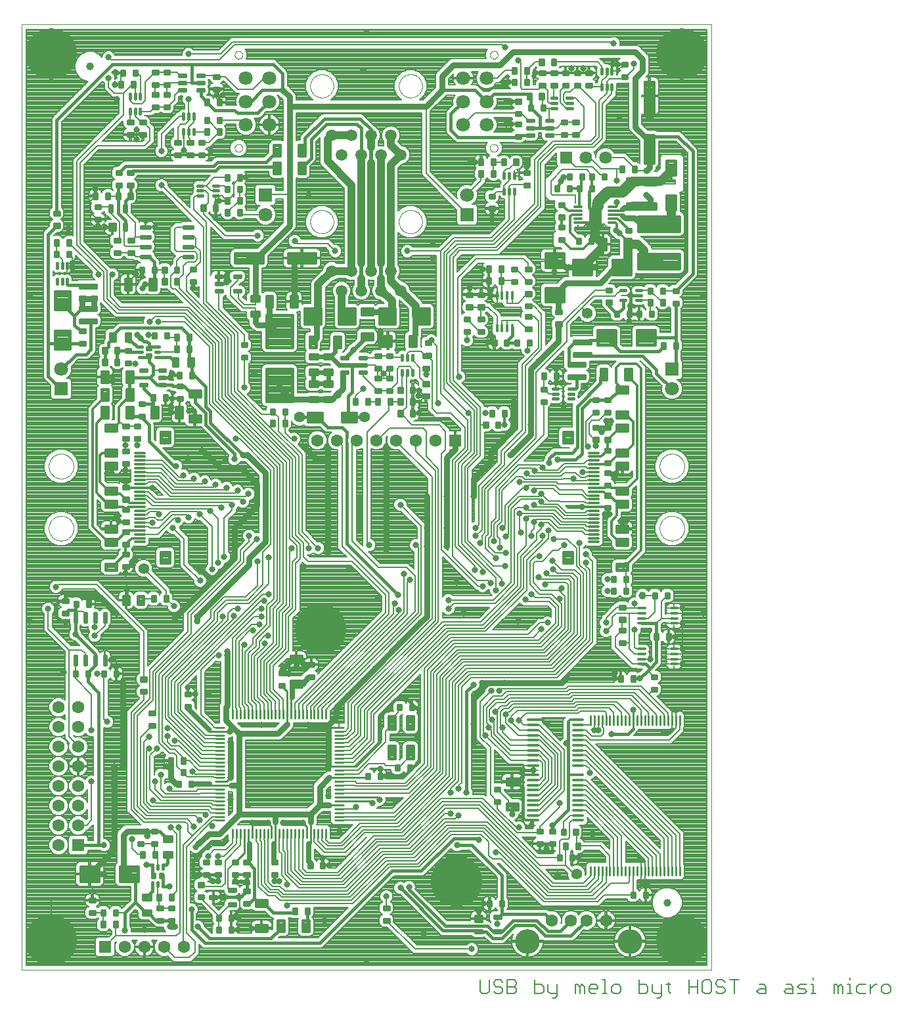
<source format=gtl>
G75*
%MOIN*%
%OFA0B0*%
%FSLAX25Y25*%
%IPPOS*%
%LPD*%
%AMOC8*
5,1,8,0,0,1.08239X$1,22.5*
%
%ADD10C,0.00600*%
%ADD11C,0.01102*%
%ADD12C,0.01378*%
%ADD13C,0.01181*%
%ADD14C,0.01764*%
%ADD15C,0.01742*%
%ADD16C,0.01733*%
%ADD17C,0.01742*%
%ADD18C,0.01715*%
%ADD19C,0.01496*%
%ADD20C,0.01728*%
%ADD21C,0.03937*%
%ADD22C,0.01535*%
%ADD23C,0.01717*%
%ADD24C,0.01739*%
%ADD25C,0.01701*%
%ADD26C,0.01724*%
%ADD27C,0.01720*%
%ADD28C,0.05906*%
%ADD29C,0.00000*%
%ADD30C,0.00039*%
%ADD31C,0.25984*%
%ADD32C,0.07087*%
%ADD33R,0.07087X0.07087*%
%ADD34C,0.01720*%
%ADD35C,0.01575*%
%ADD36C,0.01736*%
%ADD37C,0.01720*%
%ADD38C,0.01729*%
%ADD39C,0.01700*%
%ADD40C,0.01795*%
%ADD41R,0.06300X0.06300*%
%ADD42C,0.06300*%
%ADD43C,0.01736*%
%ADD44C,0.00787*%
%ADD45C,0.01753*%
%ADD46C,0.01748*%
%ADD47C,0.06299*%
%ADD48C,0.12598*%
%ADD49R,0.06400X0.06400*%
%ADD50C,0.06400*%
%ADD51R,0.06299X0.06299*%
%ADD52C,0.05512*%
%ADD53C,0.00787*%
%ADD54C,0.03150*%
%ADD55C,0.03150*%
%ADD56C,0.02677*%
%ADD57C,0.02362*%
%ADD58C,0.01969*%
%ADD59C,0.04724*%
%ADD60C,0.06299*%
%ADD61C,0.05512*%
%ADD62C,0.03200*%
%ADD63C,0.03543*%
%ADD64C,0.04764*%
%ADD65C,0.03937*%
%ADD66C,0.01339*%
D10*
X0387879Y0119279D02*
X0389030Y0118128D01*
X0391332Y0118128D01*
X0392483Y0119279D01*
X0392483Y0125034D01*
X0394784Y0123883D02*
X0394784Y0122732D01*
X0395935Y0121581D01*
X0398237Y0121581D01*
X0399388Y0120430D01*
X0399388Y0119279D01*
X0398237Y0118128D01*
X0395935Y0118128D01*
X0394784Y0119279D01*
X0394784Y0123883D02*
X0395935Y0125034D01*
X0398237Y0125034D01*
X0399388Y0123883D01*
X0401690Y0125034D02*
X0405143Y0125034D01*
X0406294Y0123883D01*
X0406294Y0122732D01*
X0405143Y0121581D01*
X0401690Y0121581D01*
X0401690Y0118128D02*
X0405143Y0118128D01*
X0406294Y0119279D01*
X0406294Y0120430D01*
X0405143Y0121581D01*
X0401690Y0118128D02*
X0401690Y0125034D01*
X0387879Y0125034D02*
X0387879Y0119279D01*
X0415502Y0118128D02*
X0418955Y0118128D01*
X0420106Y0119279D01*
X0420106Y0121581D01*
X0418955Y0122732D01*
X0415502Y0122732D01*
X0415502Y0125034D02*
X0415502Y0118128D01*
X0422408Y0119279D02*
X0423559Y0118128D01*
X0427012Y0118128D01*
X0427012Y0116977D02*
X0425861Y0115826D01*
X0424710Y0115826D01*
X0427012Y0116977D02*
X0427012Y0122732D01*
X0422408Y0122732D02*
X0422408Y0119279D01*
X0436220Y0118128D02*
X0436220Y0122732D01*
X0437371Y0122732D01*
X0438522Y0121581D01*
X0439673Y0122732D01*
X0440824Y0121581D01*
X0440824Y0118128D01*
X0438522Y0118128D02*
X0438522Y0121581D01*
X0443126Y0121581D02*
X0444277Y0122732D01*
X0446579Y0122732D01*
X0447730Y0121581D01*
X0447730Y0120430D01*
X0443126Y0120430D01*
X0443126Y0119279D02*
X0443126Y0121581D01*
X0443126Y0119279D02*
X0444277Y0118128D01*
X0446579Y0118128D01*
X0450032Y0118128D02*
X0452334Y0118128D01*
X0451183Y0118128D02*
X0451183Y0125034D01*
X0450032Y0125034D01*
X0454636Y0121581D02*
X0454636Y0119279D01*
X0455787Y0118128D01*
X0458089Y0118128D01*
X0459239Y0119279D01*
X0459239Y0121581D01*
X0458089Y0122732D01*
X0455787Y0122732D01*
X0454636Y0121581D01*
X0468447Y0122732D02*
X0471900Y0122732D01*
X0473051Y0121581D01*
X0473051Y0119279D01*
X0471900Y0118128D01*
X0468447Y0118128D01*
X0468447Y0125034D01*
X0475353Y0122732D02*
X0475353Y0119279D01*
X0476504Y0118128D01*
X0479957Y0118128D01*
X0479957Y0116977D02*
X0478806Y0115826D01*
X0477655Y0115826D01*
X0479957Y0116977D02*
X0479957Y0122732D01*
X0482259Y0122732D02*
X0484561Y0122732D01*
X0483410Y0123883D02*
X0483410Y0119279D01*
X0484561Y0118128D01*
X0493769Y0118128D02*
X0493769Y0125034D01*
X0493769Y0121581D02*
X0498373Y0121581D01*
X0500675Y0123883D02*
X0500675Y0119279D01*
X0501826Y0118128D01*
X0504128Y0118128D01*
X0505279Y0119279D01*
X0505279Y0123883D01*
X0504128Y0125034D01*
X0501826Y0125034D01*
X0500675Y0123883D01*
X0498373Y0125034D02*
X0498373Y0118128D01*
X0507581Y0119279D02*
X0508732Y0118128D01*
X0511034Y0118128D01*
X0512185Y0119279D01*
X0512185Y0120430D01*
X0511034Y0121581D01*
X0508732Y0121581D01*
X0507581Y0122732D01*
X0507581Y0123883D01*
X0508732Y0125034D01*
X0511034Y0125034D01*
X0512185Y0123883D01*
X0514487Y0125034D02*
X0519091Y0125034D01*
X0516789Y0125034D02*
X0516789Y0118128D01*
X0528298Y0119279D02*
X0529449Y0120430D01*
X0532902Y0120430D01*
X0532902Y0121581D02*
X0532902Y0118128D01*
X0529449Y0118128D01*
X0528298Y0119279D01*
X0529449Y0122732D02*
X0531751Y0122732D01*
X0532902Y0121581D01*
X0542110Y0119279D02*
X0543261Y0120430D01*
X0546714Y0120430D01*
X0546714Y0121581D02*
X0546714Y0118128D01*
X0543261Y0118128D01*
X0542110Y0119279D01*
X0543261Y0122732D02*
X0545563Y0122732D01*
X0546714Y0121581D01*
X0549016Y0121581D02*
X0550167Y0122732D01*
X0553620Y0122732D01*
X0555922Y0122732D02*
X0557073Y0122732D01*
X0557073Y0118128D01*
X0555922Y0118128D02*
X0558224Y0118128D01*
X0553620Y0119279D02*
X0552469Y0120430D01*
X0550167Y0120430D01*
X0549016Y0121581D01*
X0549016Y0118128D02*
X0552469Y0118128D01*
X0553620Y0119279D01*
X0557073Y0125034D02*
X0557073Y0126185D01*
X0567432Y0122732D02*
X0568583Y0122732D01*
X0569734Y0121581D01*
X0570885Y0122732D01*
X0572036Y0121581D01*
X0572036Y0118128D01*
X0574338Y0118128D02*
X0576640Y0118128D01*
X0575489Y0118128D02*
X0575489Y0122732D01*
X0574338Y0122732D01*
X0575489Y0125034D02*
X0575489Y0126185D01*
X0580093Y0122732D02*
X0578942Y0121581D01*
X0578942Y0119279D01*
X0580093Y0118128D01*
X0583546Y0118128D01*
X0585848Y0118128D02*
X0585848Y0122732D01*
X0588149Y0122732D02*
X0589300Y0122732D01*
X0588149Y0122732D02*
X0585848Y0120430D01*
X0583546Y0122732D02*
X0580093Y0122732D01*
X0591602Y0121581D02*
X0591602Y0119279D01*
X0592753Y0118128D01*
X0595055Y0118128D01*
X0596206Y0119279D01*
X0596206Y0121581D01*
X0595055Y0122732D01*
X0592753Y0122732D01*
X0591602Y0121581D01*
X0569734Y0121581D02*
X0569734Y0118128D01*
X0567432Y0118128D02*
X0567432Y0122732D01*
D11*
X0489153Y0178222D02*
X0489153Y0182632D01*
X0487185Y0182632D02*
X0487185Y0178222D01*
X0485216Y0178222D02*
X0485216Y0182632D01*
X0483248Y0182632D02*
X0483248Y0178222D01*
X0481279Y0178222D02*
X0481279Y0182632D01*
X0479311Y0182632D02*
X0479311Y0178222D01*
X0477342Y0178222D02*
X0477342Y0182632D01*
X0475374Y0182632D02*
X0475374Y0178222D01*
X0473405Y0178222D02*
X0473405Y0182632D01*
X0471437Y0182632D02*
X0471437Y0178222D01*
X0469468Y0178222D02*
X0469468Y0182632D01*
X0467500Y0182632D02*
X0467500Y0178222D01*
X0465531Y0178222D02*
X0465531Y0182632D01*
X0463563Y0182632D02*
X0463563Y0178222D01*
X0461594Y0178222D02*
X0461594Y0182632D01*
X0459626Y0182632D02*
X0459626Y0178222D01*
X0457657Y0178222D02*
X0457657Y0182632D01*
X0455689Y0182632D02*
X0455689Y0178222D01*
X0453720Y0178222D02*
X0453720Y0182632D01*
X0451752Y0182632D02*
X0451752Y0178222D01*
X0449783Y0178222D02*
X0449783Y0182632D01*
X0447815Y0182632D02*
X0447815Y0178222D01*
X0445846Y0178222D02*
X0445846Y0182632D01*
X0443878Y0182632D02*
X0443878Y0178222D01*
X0465531Y0252474D02*
X0465531Y0256805D01*
X0465531Y0254600D02*
X0465531Y0259010D01*
X0465531Y0256805D02*
X0465531Y0262317D01*
X0463563Y0259010D02*
X0463563Y0254600D01*
X0461594Y0254600D02*
X0461594Y0259010D01*
X0459626Y0259010D02*
X0459626Y0254600D01*
X0457657Y0254600D02*
X0457657Y0259010D01*
X0455689Y0259010D02*
X0455689Y0254600D01*
X0453720Y0254600D02*
X0453720Y0259010D01*
X0451752Y0259010D02*
X0451752Y0254600D01*
X0449783Y0254600D02*
X0449783Y0259010D01*
X0447815Y0259010D02*
X0447815Y0254600D01*
X0445846Y0254600D02*
X0445846Y0259010D01*
X0443878Y0259010D02*
X0443878Y0254600D01*
X0467500Y0254600D02*
X0467500Y0259010D01*
X0469468Y0259010D02*
X0469468Y0254600D01*
X0471437Y0254600D02*
X0471437Y0259010D01*
X0473405Y0259010D02*
X0473405Y0254600D01*
X0475374Y0254600D02*
X0475374Y0259010D01*
X0477342Y0259010D02*
X0477342Y0254600D01*
X0479311Y0254600D02*
X0479311Y0259010D01*
X0481279Y0259010D02*
X0481279Y0254600D01*
X0483248Y0254600D02*
X0483248Y0259010D01*
X0485216Y0259010D02*
X0485216Y0254600D01*
X0487185Y0254600D02*
X0487185Y0259010D01*
X0489153Y0259010D02*
X0489153Y0254600D01*
X0336791Y0216647D02*
X0335610Y0217828D01*
X0316319Y0217828D01*
X0314134Y0217828D02*
X0318504Y0217828D01*
X0318504Y0215860D02*
X0314134Y0215860D01*
X0316319Y0215860D02*
X0332067Y0215860D01*
X0333248Y0214679D01*
X0331673Y0227671D02*
X0316319Y0227671D01*
X0314134Y0227671D02*
X0318504Y0227671D01*
X0316319Y0227671D02*
X0311201Y0227671D01*
X0314134Y0229639D02*
X0318504Y0229639D01*
X0318504Y0231608D02*
X0314134Y0231608D01*
X0316319Y0233576D02*
X0310807Y0233576D01*
X0314134Y0233576D02*
X0318504Y0233576D01*
X0316319Y0233576D02*
X0324586Y0233576D01*
X0324980Y0233970D01*
X0330886Y0228458D02*
X0331673Y0227671D01*
X0318504Y0225702D02*
X0314134Y0225702D01*
X0314134Y0223734D02*
X0318504Y0223734D01*
X0318504Y0221765D02*
X0314134Y0221765D01*
X0314134Y0219797D02*
X0318504Y0219797D01*
X0316319Y0213891D02*
X0311201Y0213891D01*
X0314134Y0213891D02*
X0318504Y0213891D01*
X0318504Y0211923D02*
X0314134Y0211923D01*
X0314134Y0209954D02*
X0318504Y0209954D01*
X0318504Y0207986D02*
X0314134Y0207986D01*
X0314134Y0206017D02*
X0318504Y0206017D01*
X0309626Y0201509D02*
X0309626Y0197139D01*
X0307657Y0197139D02*
X0307657Y0201509D01*
X0305689Y0201509D02*
X0305689Y0197139D01*
X0303720Y0197139D02*
X0303720Y0201509D01*
X0301752Y0199324D02*
X0301752Y0205230D01*
X0299783Y0202868D02*
X0297815Y0204836D01*
X0299783Y0202868D02*
X0299783Y0199324D01*
X0299783Y0201509D02*
X0299783Y0197139D01*
X0297815Y0197139D02*
X0297815Y0201509D01*
X0295846Y0201509D02*
X0295846Y0197139D01*
X0293878Y0197139D02*
X0293878Y0201509D01*
X0291909Y0201509D02*
X0291909Y0197139D01*
X0289941Y0197139D02*
X0289941Y0201509D01*
X0287972Y0201509D02*
X0287972Y0197139D01*
X0286004Y0197139D02*
X0286004Y0201509D01*
X0284035Y0201509D02*
X0284035Y0197139D01*
X0284035Y0199324D02*
X0284035Y0205230D01*
X0282067Y0202868D02*
X0282067Y0199324D01*
X0282067Y0201509D02*
X0282067Y0197139D01*
X0284035Y0199324D02*
X0284035Y0194206D01*
X0283248Y0194206D01*
X0280098Y0197139D02*
X0280098Y0201509D01*
X0282067Y0202868D02*
X0280098Y0204836D01*
X0278130Y0201509D02*
X0278130Y0197139D01*
X0276161Y0197139D02*
X0276161Y0201509D01*
X0274193Y0201509D02*
X0274193Y0197139D01*
X0272224Y0197139D02*
X0272224Y0201509D01*
X0272224Y0199324D02*
X0272224Y0204836D01*
X0270256Y0201509D02*
X0270256Y0197139D01*
X0270256Y0199324D02*
X0270256Y0194206D01*
X0271043Y0194206D01*
X0268287Y0189482D02*
X0263563Y0184757D01*
X0268287Y0189482D02*
X0268287Y0199324D01*
X0268287Y0201509D02*
X0268287Y0197139D01*
X0266319Y0197139D02*
X0266319Y0201509D01*
X0264350Y0201509D02*
X0264350Y0197139D01*
X0262382Y0197139D02*
X0262382Y0201509D01*
X0257874Y0206017D02*
X0253504Y0206017D01*
X0253504Y0207986D02*
X0257874Y0207986D01*
X0257874Y0209954D02*
X0253504Y0209954D01*
X0253504Y0211923D02*
X0257874Y0211923D01*
X0257874Y0213891D02*
X0253504Y0213891D01*
X0253504Y0215860D02*
X0257874Y0215860D01*
X0257874Y0217828D02*
X0253504Y0217828D01*
X0253504Y0219797D02*
X0257874Y0219797D01*
X0257874Y0221765D02*
X0253504Y0221765D01*
X0253504Y0223734D02*
X0257874Y0223734D01*
X0255689Y0223734D02*
X0261594Y0223734D01*
X0259232Y0225702D02*
X0261201Y0227671D01*
X0259232Y0225702D02*
X0255689Y0225702D01*
X0253504Y0225702D02*
X0257874Y0225702D01*
X0255689Y0223734D02*
X0250571Y0223734D01*
X0250571Y0224521D01*
X0253504Y0227671D02*
X0257874Y0227671D01*
X0257874Y0229639D02*
X0253504Y0229639D01*
X0253504Y0231608D02*
X0257874Y0231608D01*
X0257874Y0233576D02*
X0253504Y0233576D01*
X0253504Y0235545D02*
X0257874Y0235545D01*
X0257874Y0237513D02*
X0253504Y0237513D01*
X0253504Y0239482D02*
X0257874Y0239482D01*
X0257874Y0241450D02*
X0253504Y0241450D01*
X0253504Y0243419D02*
X0257874Y0243419D01*
X0257874Y0245387D02*
X0253504Y0245387D01*
X0253504Y0247356D02*
X0257874Y0247356D01*
X0257874Y0249324D02*
X0253504Y0249324D01*
X0253504Y0251293D02*
X0257874Y0251293D01*
X0255689Y0251293D02*
X0260413Y0251293D01*
X0255689Y0251293D02*
X0250177Y0251293D01*
X0250177Y0252080D01*
X0253504Y0253261D02*
X0257874Y0253261D01*
X0262382Y0257769D02*
X0262382Y0262139D01*
X0264350Y0262139D02*
X0264350Y0257769D01*
X0266319Y0257769D02*
X0266319Y0262139D01*
X0268287Y0262139D02*
X0268287Y0257769D01*
X0270256Y0257769D02*
X0270256Y0262139D01*
X0272224Y0262139D02*
X0272224Y0257769D01*
X0274193Y0257769D02*
X0274193Y0262139D01*
X0276161Y0262139D02*
X0276161Y0257769D01*
X0278130Y0257769D02*
X0278130Y0262139D01*
X0280098Y0262139D02*
X0280098Y0257769D01*
X0282067Y0257769D02*
X0282067Y0262139D01*
X0284035Y0262139D02*
X0284035Y0257769D01*
X0286004Y0257769D02*
X0286004Y0262139D01*
X0287972Y0262139D02*
X0287972Y0257769D01*
X0289941Y0259954D02*
X0289941Y0254836D01*
X0289941Y0257769D02*
X0289941Y0262139D01*
X0289941Y0259954D02*
X0289941Y0271372D01*
X0287185Y0274128D01*
X0287185Y0274521D01*
X0291909Y0268616D02*
X0292697Y0268616D01*
X0291909Y0268616D02*
X0291909Y0259954D01*
X0291909Y0262139D02*
X0291909Y0257769D01*
X0293878Y0257769D02*
X0293878Y0262139D01*
X0295846Y0262139D02*
X0295846Y0257769D01*
X0297815Y0257769D02*
X0297815Y0262139D01*
X0299783Y0262139D02*
X0299783Y0257769D01*
X0301752Y0257769D02*
X0301752Y0262139D01*
X0303720Y0262139D02*
X0303720Y0257769D01*
X0305689Y0257769D02*
X0305689Y0262139D01*
X0307657Y0262139D02*
X0307657Y0257769D01*
X0309626Y0257769D02*
X0309626Y0262139D01*
X0310807Y0254443D02*
X0311988Y0253261D01*
X0316319Y0253261D01*
X0314134Y0253261D02*
X0318504Y0253261D01*
X0318504Y0251293D02*
X0314134Y0251293D01*
X0314134Y0249324D02*
X0318504Y0249324D01*
X0318504Y0247356D02*
X0314134Y0247356D01*
X0314134Y0245387D02*
X0318504Y0245387D01*
X0318504Y0243419D02*
X0314134Y0243419D01*
X0314134Y0241450D02*
X0318504Y0241450D01*
X0318504Y0239482D02*
X0314134Y0239482D01*
X0314134Y0237513D02*
X0318504Y0237513D01*
X0318504Y0235545D02*
X0314134Y0235545D01*
X0301752Y0201509D02*
X0301752Y0197139D01*
X0301752Y0199324D02*
X0301752Y0194206D01*
X0300964Y0194206D01*
X0283248Y0186332D02*
X0283248Y0184757D01*
X0283642Y0184757D01*
X0239547Y0270191D02*
X0239547Y0273340D01*
D12*
X0409823Y0229049D02*
X0414744Y0229049D01*
X0412284Y0229049D02*
X0417204Y0229049D01*
X0414744Y0229049D02*
X0414744Y0231608D01*
X0414744Y0233970D01*
X0412284Y0233970D02*
X0417204Y0233970D01*
X0417204Y0236529D02*
X0412284Y0236529D01*
X0412284Y0239088D02*
X0417204Y0239088D01*
X0417204Y0241647D02*
X0412284Y0241647D01*
X0412284Y0244206D02*
X0417204Y0244206D01*
X0417204Y0246765D02*
X0412284Y0246765D01*
X0412284Y0249324D02*
X0417204Y0249324D01*
X0417204Y0251883D02*
X0412284Y0251883D01*
X0412284Y0254443D02*
X0417204Y0254443D01*
X0417204Y0257002D02*
X0412284Y0257002D01*
X0414744Y0257002D02*
X0420059Y0257002D01*
X0432460Y0256017D02*
X0433445Y0257002D01*
X0437579Y0257002D01*
X0435119Y0257002D02*
X0440039Y0257002D01*
X0440039Y0254443D02*
X0435119Y0254443D01*
X0432460Y0255820D02*
X0432460Y0256017D01*
X0435119Y0251883D02*
X0440039Y0251883D01*
X0440039Y0249324D02*
X0435119Y0249324D01*
X0435119Y0246765D02*
X0440039Y0246765D01*
X0440039Y0244206D02*
X0435119Y0244206D01*
X0435119Y0241647D02*
X0440039Y0241647D01*
X0440039Y0239088D02*
X0435119Y0239088D01*
X0435119Y0236529D02*
X0440039Y0236529D01*
X0440039Y0233970D02*
X0435119Y0233970D01*
X0437579Y0229049D02*
X0432460Y0229049D01*
X0435119Y0229049D02*
X0440039Y0229049D01*
X0440039Y0226490D02*
X0435119Y0226490D01*
X0435119Y0223931D02*
X0440039Y0223931D01*
X0440039Y0221372D02*
X0435119Y0221372D01*
X0435119Y0218813D02*
X0440039Y0218813D01*
X0440039Y0216254D02*
X0435119Y0216254D01*
X0435119Y0213694D02*
X0440039Y0213694D01*
X0440039Y0211135D02*
X0435119Y0211135D01*
X0435119Y0208576D02*
X0440039Y0208576D01*
X0440039Y0206017D02*
X0435119Y0206017D01*
X0417204Y0206017D02*
X0412284Y0206017D01*
X0410807Y0206017D02*
X0409626Y0207198D01*
X0410807Y0206017D02*
X0413957Y0206017D01*
X0413957Y0203655D01*
X0413957Y0206017D02*
X0414744Y0206017D01*
X0412284Y0208576D02*
X0417204Y0208576D01*
X0417204Y0211135D02*
X0412284Y0211135D01*
X0412284Y0213694D02*
X0417204Y0213694D01*
X0417204Y0216254D02*
X0412284Y0216254D01*
X0412284Y0218813D02*
X0417204Y0218813D01*
X0417204Y0221372D02*
X0412284Y0221372D01*
X0412284Y0223931D02*
X0417204Y0223931D01*
X0417204Y0226490D02*
X0412284Y0226490D01*
D13*
X0311201Y0183183D02*
X0308051Y0183183D01*
X0308051Y0186726D01*
X0222618Y0200506D02*
X0222224Y0200506D01*
X0208838Y0334757D02*
X0208051Y0334757D01*
X0211201Y0337120D02*
X0212775Y0338694D01*
X0212775Y0339482D01*
X0208051Y0341057D02*
X0207657Y0341057D01*
X0202146Y0335545D01*
X0202146Y0334757D01*
X0200571Y0334757D01*
X0208051Y0341057D02*
X0208051Y0346175D01*
X0211201Y0349324D01*
X0215138Y0349324D01*
X0217501Y0349324D02*
X0217501Y0349324D01*
X0212775Y0349324D01*
X0212775Y0349324D01*
X0217501Y0349324D01*
X0217501Y0347356D02*
X0217501Y0347356D01*
X0212775Y0347356D01*
X0212775Y0347356D01*
X0217501Y0347356D01*
X0217501Y0351293D02*
X0217501Y0351293D01*
X0212775Y0351293D01*
X0212775Y0351293D01*
X0217501Y0351293D01*
X0217501Y0353261D02*
X0217501Y0353261D01*
X0212775Y0353261D01*
X0212775Y0353261D01*
X0217501Y0353261D01*
X0215138Y0353261D02*
X0208838Y0353261D01*
X0208051Y0352474D01*
X0204508Y0348931D01*
X0202146Y0348931D01*
X0200571Y0347356D01*
X0199390Y0348537D01*
X0197815Y0348537D01*
X0191122Y0355230D01*
X0191122Y0414679D01*
X0195846Y0419403D01*
X0195846Y0420584D01*
X0197421Y0422159D01*
X0204508Y0415860D02*
X0204508Y0407986D01*
X0201752Y0405230D01*
X0200571Y0405230D01*
X0195846Y0410348D02*
X0193090Y0407592D01*
X0193090Y0372553D01*
X0198996Y0366647D01*
X0200571Y0366647D01*
X0202539Y0365072D02*
X0206870Y0365072D01*
X0208051Y0363891D01*
X0209232Y0365072D01*
X0215138Y0365072D01*
X0217501Y0365072D02*
X0217501Y0365072D01*
X0212775Y0365072D01*
X0212775Y0365072D01*
X0217501Y0365072D01*
X0217501Y0363104D02*
X0217501Y0363104D01*
X0212775Y0363104D01*
X0212775Y0363104D01*
X0217501Y0363104D01*
X0217501Y0361135D02*
X0217501Y0361135D01*
X0212775Y0361135D01*
X0212775Y0361135D01*
X0217501Y0361135D01*
X0217501Y0359167D02*
X0217501Y0359167D01*
X0212775Y0359167D01*
X0212775Y0359167D01*
X0217501Y0359167D01*
X0217501Y0357198D02*
X0217501Y0357198D01*
X0212775Y0357198D01*
X0212775Y0357198D01*
X0217501Y0357198D01*
X0217501Y0355230D02*
X0217501Y0355230D01*
X0212775Y0355230D01*
X0212775Y0355230D01*
X0217501Y0355230D01*
X0208051Y0357592D02*
X0204901Y0357592D01*
X0204508Y0357986D01*
X0204508Y0359954D01*
X0203720Y0360742D01*
X0204508Y0357986D02*
X0204508Y0356805D01*
X0202933Y0355230D01*
X0201752Y0355230D01*
X0200571Y0354049D01*
X0210020Y0367041D02*
X0208051Y0369009D01*
X0205295Y0371765D01*
X0202146Y0371765D01*
X0200571Y0373340D01*
X0199390Y0373340D01*
X0195059Y0377671D01*
X0195059Y0391450D01*
X0196240Y0392631D01*
X0200571Y0392631D01*
X0200571Y0385939D02*
X0198602Y0383970D01*
X0198602Y0382002D01*
X0200571Y0382395D02*
X0200964Y0382002D01*
X0200571Y0382395D02*
X0200571Y0385939D01*
X0208051Y0387120D02*
X0208051Y0383970D01*
X0206870Y0378458D02*
X0209232Y0378458D01*
X0208051Y0377277D01*
X0208051Y0375309D01*
X0208445Y0374915D01*
X0215138Y0374915D01*
X0217501Y0374915D02*
X0217501Y0374915D01*
X0212775Y0374915D01*
X0212775Y0374915D01*
X0217501Y0374915D01*
X0215138Y0374915D02*
X0221437Y0374915D01*
X0217501Y0376883D02*
X0217501Y0376883D01*
X0212775Y0376883D01*
X0212775Y0376883D01*
X0217501Y0376883D01*
X0217501Y0378852D02*
X0217501Y0378852D01*
X0212775Y0378852D01*
X0212775Y0378852D01*
X0217501Y0378852D01*
X0217501Y0380820D02*
X0217501Y0380820D01*
X0212775Y0380820D01*
X0212775Y0380820D01*
X0217501Y0380820D01*
X0217501Y0382789D02*
X0217501Y0382789D01*
X0212775Y0382789D01*
X0212775Y0382789D01*
X0217501Y0382789D01*
X0217501Y0384757D02*
X0217501Y0384757D01*
X0212775Y0384757D01*
X0212775Y0384757D01*
X0217501Y0384757D01*
X0217501Y0386726D02*
X0217501Y0386726D01*
X0212775Y0386726D01*
X0212775Y0386726D01*
X0217501Y0386726D01*
X0217501Y0388694D02*
X0217501Y0388694D01*
X0212775Y0388694D01*
X0212775Y0388694D01*
X0217501Y0388694D01*
X0217501Y0390663D02*
X0217501Y0390663D01*
X0212775Y0390663D01*
X0212775Y0390663D01*
X0217501Y0390663D01*
X0217501Y0392631D02*
X0217501Y0392631D01*
X0212775Y0392631D01*
X0212775Y0392631D01*
X0217501Y0392631D01*
X0217501Y0372946D02*
X0217501Y0372946D01*
X0212775Y0372946D01*
X0212775Y0372946D01*
X0217501Y0372946D01*
X0217501Y0370978D02*
X0217501Y0370978D01*
X0212775Y0370978D01*
X0212775Y0370978D01*
X0217501Y0370978D01*
X0217501Y0369009D02*
X0217501Y0369009D01*
X0212775Y0369009D01*
X0212775Y0369009D01*
X0217501Y0369009D01*
X0215138Y0367041D02*
X0210020Y0367041D01*
X0217501Y0367041D02*
X0217501Y0367041D01*
X0212775Y0367041D01*
X0212775Y0367041D01*
X0217501Y0367041D01*
X0195846Y0410348D02*
X0195846Y0411529D01*
X0197421Y0413104D01*
X0204508Y0415860D02*
X0210020Y0421372D01*
X0210020Y0422159D01*
X0219862Y0445781D02*
X0220453Y0446372D01*
X0400177Y0412710D02*
X0400177Y0406805D01*
X0443090Y0392631D02*
X0443090Y0392631D01*
X0447816Y0392631D01*
X0447816Y0392631D01*
X0443090Y0392631D01*
X0443090Y0390663D02*
X0443090Y0390663D01*
X0447816Y0390663D01*
X0447816Y0390663D01*
X0443090Y0390663D01*
X0445453Y0390663D02*
X0449390Y0390663D01*
X0452539Y0393813D01*
X0452539Y0399324D01*
X0456870Y0403655D01*
X0458445Y0403655D01*
X0460020Y0405230D01*
X0465531Y0408380D02*
X0461988Y0411923D01*
X0460020Y0411923D01*
X0465531Y0408380D02*
X0465531Y0396962D01*
X0462775Y0394206D01*
X0461594Y0394206D01*
X0460020Y0392631D01*
X0458838Y0391450D01*
X0457657Y0391450D01*
X0453720Y0387513D01*
X0452539Y0387513D01*
X0451752Y0386726D01*
X0445453Y0386726D01*
X0443090Y0386726D02*
X0443090Y0386726D01*
X0447816Y0386726D01*
X0447816Y0386726D01*
X0443090Y0386726D01*
X0443090Y0388694D02*
X0443090Y0388694D01*
X0447816Y0388694D01*
X0447816Y0388694D01*
X0443090Y0388694D01*
X0443090Y0384757D02*
X0443090Y0384757D01*
X0447816Y0384757D01*
X0447816Y0384757D01*
X0443090Y0384757D01*
X0443090Y0382789D02*
X0443090Y0382789D01*
X0447816Y0382789D01*
X0447816Y0382789D01*
X0443090Y0382789D01*
X0443090Y0380820D02*
X0443090Y0380820D01*
X0447816Y0380820D01*
X0447816Y0380820D01*
X0443090Y0380820D01*
X0443090Y0378852D02*
X0443090Y0378852D01*
X0447816Y0378852D01*
X0447816Y0378852D01*
X0443090Y0378852D01*
X0443090Y0376883D02*
X0443090Y0376883D01*
X0447816Y0376883D01*
X0447816Y0376883D01*
X0443090Y0376883D01*
X0443090Y0374915D02*
X0443090Y0374915D01*
X0447816Y0374915D01*
X0447816Y0374915D01*
X0443090Y0374915D01*
X0445453Y0374915D02*
X0451358Y0374915D01*
X0452539Y0376096D01*
X0452933Y0376096D01*
X0454114Y0374915D01*
X0458445Y0374915D01*
X0460020Y0373340D01*
X0461594Y0374915D01*
X0462775Y0374915D01*
X0467500Y0379639D01*
X0467500Y0426883D01*
X0463169Y0431214D01*
X0463169Y0432395D01*
X0467106Y0437907D02*
X0458838Y0437907D01*
X0456870Y0435939D01*
X0456870Y0428065D01*
X0460020Y0424915D01*
X0460020Y0424521D01*
X0469468Y0435545D02*
X0467106Y0437907D01*
X0469468Y0435545D02*
X0469468Y0343025D01*
X0462775Y0336332D01*
X0461594Y0336332D01*
X0460020Y0334757D01*
X0460020Y0347356D02*
X0458445Y0348931D01*
X0456870Y0348931D01*
X0454508Y0351293D01*
X0454508Y0357986D01*
X0457264Y0360742D01*
X0457264Y0364679D01*
X0459232Y0366647D01*
X0460020Y0366647D01*
X0459232Y0367435D01*
X0457264Y0367435D01*
X0453720Y0370978D01*
X0452539Y0370978D01*
X0450571Y0372946D01*
X0445453Y0372946D01*
X0443090Y0372946D02*
X0443090Y0372946D01*
X0447816Y0372946D01*
X0447816Y0372946D01*
X0443090Y0372946D01*
X0443090Y0370978D02*
X0443090Y0370978D01*
X0447816Y0370978D01*
X0447816Y0370978D01*
X0443090Y0370978D01*
X0443090Y0369009D02*
X0443090Y0369009D01*
X0447816Y0369009D01*
X0447816Y0369009D01*
X0443090Y0369009D01*
X0443090Y0367041D02*
X0443090Y0367041D01*
X0447816Y0367041D01*
X0447816Y0367041D01*
X0443090Y0367041D01*
X0443090Y0365072D02*
X0443090Y0365072D01*
X0447816Y0365072D01*
X0447816Y0365072D01*
X0443090Y0365072D01*
X0445453Y0365072D02*
X0452146Y0365072D01*
X0452539Y0364679D01*
X0452539Y0362710D01*
X0451358Y0361529D01*
X0453720Y0361529D01*
X0452539Y0362710D01*
X0443090Y0363104D02*
X0443090Y0363104D01*
X0447816Y0363104D01*
X0447816Y0363104D01*
X0443090Y0363104D01*
X0445453Y0365072D02*
X0439547Y0365072D01*
X0443090Y0361135D02*
X0443090Y0361135D01*
X0447816Y0361135D01*
X0447816Y0361135D01*
X0443090Y0361135D01*
X0443090Y0359167D02*
X0443090Y0359167D01*
X0447816Y0359167D01*
X0447816Y0359167D01*
X0443090Y0359167D01*
X0443090Y0357198D02*
X0443090Y0357198D01*
X0447816Y0357198D01*
X0447816Y0357198D01*
X0443090Y0357198D01*
X0443090Y0355230D02*
X0443090Y0355230D01*
X0447816Y0355230D01*
X0447816Y0355230D01*
X0443090Y0355230D01*
X0443090Y0353261D02*
X0443090Y0353261D01*
X0447816Y0353261D01*
X0447816Y0353261D01*
X0443090Y0353261D01*
X0443090Y0351293D02*
X0443090Y0351293D01*
X0447816Y0351293D01*
X0447816Y0351293D01*
X0443090Y0351293D01*
X0443090Y0349324D02*
X0443090Y0349324D01*
X0447816Y0349324D01*
X0447816Y0349324D01*
X0443090Y0349324D01*
X0443090Y0347356D02*
X0443090Y0347356D01*
X0447816Y0347356D01*
X0447816Y0347356D01*
X0443090Y0347356D01*
X0460020Y0354049D02*
X0460020Y0356017D01*
X0461988Y0357986D01*
X0460020Y0357198D02*
X0459232Y0357986D01*
X0460020Y0357198D02*
X0460020Y0356017D01*
X0456083Y0379639D02*
X0456083Y0381214D01*
X0456870Y0382002D01*
X0456870Y0382789D01*
X0460020Y0385939D01*
X0453327Y0382395D02*
X0452539Y0382395D01*
X0452933Y0382002D01*
X0452539Y0405624D02*
X0451752Y0406411D01*
X0451752Y0408773D01*
X0440335Y0496175D02*
X0434035Y0496175D01*
X0429311Y0500899D01*
X0433642Y0504443D02*
X0437972Y0500112D01*
X0440335Y0496175D02*
X0444272Y0500112D01*
X0446437Y0502277D01*
X0446240Y0509561D02*
X0437579Y0509561D01*
X0439351Y0509561D02*
X0439351Y0509561D01*
X0435807Y0509561D01*
X0435807Y0509561D01*
X0439351Y0509561D01*
X0439351Y0511529D02*
X0439351Y0511529D01*
X0435807Y0511529D01*
X0435807Y0511529D01*
X0439351Y0511529D01*
X0439351Y0513498D02*
X0439351Y0513498D01*
X0435807Y0513498D01*
X0435807Y0513498D01*
X0439351Y0513498D01*
X0437579Y0513498D02*
X0434429Y0513498D01*
X0433642Y0512710D01*
X0433642Y0504443D01*
X0429311Y0507198D02*
X0429311Y0512317D01*
X0432460Y0515466D02*
X0429311Y0518616D01*
X0432460Y0515466D02*
X0437579Y0515466D01*
X0439351Y0515466D02*
X0439351Y0515466D01*
X0435807Y0515466D01*
X0435807Y0515466D01*
X0439351Y0515466D01*
X0438366Y0517435D02*
X0437579Y0517435D01*
X0439351Y0517435D02*
X0439351Y0517435D01*
X0435807Y0517435D01*
X0435807Y0517435D01*
X0439351Y0517435D01*
X0438366Y0517435D02*
X0438366Y0526883D01*
X0438760Y0526883D01*
X0439153Y0527277D01*
X0439153Y0532395D01*
X0439547Y0532789D01*
X0444665Y0532789D02*
X0444665Y0526883D01*
X0438366Y0526883D02*
X0433248Y0526883D01*
X0428917Y0529639D02*
X0426949Y0527671D01*
X0426949Y0526883D01*
X0428917Y0529639D02*
X0428917Y0530427D01*
X0428917Y0531214D01*
X0430098Y0532395D01*
X0430492Y0532789D01*
X0433248Y0532789D01*
X0456673Y0517435D02*
X0456673Y0517435D01*
X0453129Y0517435D01*
X0453129Y0517435D01*
X0456673Y0517435D01*
X0456870Y0517435D02*
X0457264Y0517828D01*
X0457264Y0519797D01*
X0456870Y0517435D02*
X0454901Y0517435D01*
X0453129Y0515466D02*
X0453129Y0515466D01*
X0456673Y0515466D01*
X0456673Y0515466D01*
X0453129Y0515466D01*
X0454901Y0515466D02*
X0459232Y0515466D01*
X0459626Y0515860D01*
X0459232Y0513498D02*
X0459626Y0513104D01*
X0459232Y0513498D02*
X0454901Y0513498D01*
X0453129Y0513498D02*
X0453129Y0513498D01*
X0456673Y0513498D01*
X0456673Y0513498D01*
X0453129Y0513498D01*
X0456673Y0511529D02*
X0456673Y0511529D01*
X0453129Y0511529D01*
X0453129Y0511529D01*
X0456673Y0511529D01*
X0457657Y0511529D02*
X0462775Y0506411D01*
X0463169Y0506017D01*
X0463169Y0505624D01*
X0458445Y0504049D02*
X0456870Y0505624D01*
X0457264Y0506017D01*
X0457264Y0508773D01*
X0456476Y0509561D01*
X0454901Y0509561D01*
X0456673Y0509561D02*
X0456673Y0509561D01*
X0453129Y0509561D01*
X0453129Y0509561D01*
X0456673Y0509561D01*
X0454901Y0509561D02*
X0454508Y0509561D01*
X0454901Y0511529D02*
X0457657Y0511529D01*
X0458445Y0504049D02*
X0462775Y0499718D01*
X0462775Y0498537D01*
D14*
X0430193Y0403167D02*
X0430193Y0397845D01*
X0430193Y0403167D02*
X0434727Y0403167D01*
X0434727Y0397845D01*
X0430193Y0397845D01*
X0430193Y0399608D02*
X0434727Y0399608D01*
X0434727Y0401371D02*
X0430193Y0401371D01*
X0430193Y0403134D02*
X0434727Y0403134D01*
X0430193Y0342143D02*
X0430193Y0336821D01*
X0430193Y0342143D02*
X0434727Y0342143D01*
X0434727Y0336821D01*
X0430193Y0336821D01*
X0430193Y0338584D02*
X0434727Y0338584D01*
X0434727Y0340347D02*
X0430193Y0340347D01*
X0430193Y0342110D02*
X0434727Y0342110D01*
X0230397Y0342143D02*
X0230397Y0336821D01*
X0225863Y0336821D01*
X0225863Y0342143D01*
X0230397Y0342143D01*
X0230397Y0338584D02*
X0225863Y0338584D01*
X0225863Y0340347D02*
X0230397Y0340347D01*
X0230397Y0342110D02*
X0225863Y0342110D01*
X0230397Y0397845D02*
X0230397Y0403167D01*
X0230397Y0397845D02*
X0225863Y0397845D01*
X0225863Y0403167D01*
X0230397Y0403167D01*
X0230397Y0399608D02*
X0225863Y0399608D01*
X0225863Y0401371D02*
X0230397Y0401371D01*
X0230397Y0403134D02*
X0225863Y0403134D01*
D15*
X0228026Y0426790D02*
X0228026Y0427370D01*
X0228026Y0426790D02*
X0225084Y0426790D01*
X0225084Y0427370D01*
X0228026Y0427370D01*
X0228026Y0430530D02*
X0228026Y0431110D01*
X0228026Y0430530D02*
X0225084Y0430530D01*
X0225084Y0431110D01*
X0228026Y0431110D01*
X0228026Y0434271D02*
X0228026Y0434851D01*
X0228026Y0434271D02*
X0225084Y0434271D01*
X0225084Y0434851D01*
X0228026Y0434851D01*
X0218577Y0434851D02*
X0218577Y0434271D01*
X0215635Y0434271D01*
X0215635Y0434851D01*
X0218577Y0434851D01*
X0218577Y0427370D02*
X0218577Y0426790D01*
X0215635Y0426790D01*
X0215635Y0427370D01*
X0218577Y0427370D01*
D16*
X0211496Y0433871D02*
X0208544Y0433871D01*
X0211496Y0433871D02*
X0211496Y0428557D01*
X0208544Y0428557D01*
X0208544Y0433871D01*
X0208544Y0430289D02*
X0211496Y0430289D01*
X0211496Y0432021D02*
X0208544Y0432021D01*
X0208544Y0433753D02*
X0211496Y0433753D01*
X0211496Y0424816D02*
X0208544Y0424816D01*
X0211496Y0424816D02*
X0211496Y0419502D01*
X0208544Y0419502D01*
X0208544Y0424816D01*
X0208544Y0421234D02*
X0211496Y0421234D01*
X0211496Y0422966D02*
X0208544Y0422966D01*
X0208544Y0424698D02*
X0211496Y0424698D01*
X0211496Y0415761D02*
X0208544Y0415761D01*
X0211496Y0415761D02*
X0211496Y0410447D01*
X0208544Y0410447D01*
X0208544Y0415761D01*
X0208544Y0412179D02*
X0211496Y0412179D01*
X0211496Y0413911D02*
X0208544Y0413911D01*
X0208544Y0415643D02*
X0211496Y0415643D01*
X0221142Y0410447D02*
X0224094Y0410447D01*
X0221142Y0410447D02*
X0221142Y0415761D01*
X0224094Y0415761D01*
X0224094Y0410447D01*
X0224094Y0412179D02*
X0221142Y0412179D01*
X0221142Y0413911D02*
X0224094Y0413911D01*
X0224094Y0415643D02*
X0221142Y0415643D01*
X0233740Y0410447D02*
X0236692Y0410447D01*
X0233740Y0410447D02*
X0233740Y0415761D01*
X0236692Y0415761D01*
X0236692Y0410447D01*
X0236692Y0412179D02*
X0233740Y0412179D01*
X0233740Y0413911D02*
X0236692Y0413911D01*
X0236692Y0415643D02*
X0233740Y0415643D01*
X0240433Y0411430D02*
X0240433Y0408478D01*
X0240433Y0411430D02*
X0245747Y0411430D01*
X0245747Y0408478D01*
X0240433Y0408478D01*
X0240433Y0410210D02*
X0245747Y0410210D01*
X0240433Y0421077D02*
X0240433Y0424029D01*
X0245747Y0424029D01*
X0245747Y0421077D01*
X0240433Y0421077D01*
X0240433Y0422809D02*
X0245747Y0422809D01*
X0197914Y0406706D02*
X0197914Y0403754D01*
X0197914Y0406706D02*
X0203228Y0406706D01*
X0203228Y0403754D01*
X0197914Y0403754D01*
X0197914Y0405486D02*
X0203228Y0405486D01*
X0198897Y0415761D02*
X0195945Y0415761D01*
X0198897Y0415761D02*
X0198897Y0410447D01*
X0195945Y0410447D01*
X0195945Y0415761D01*
X0195945Y0412179D02*
X0198897Y0412179D01*
X0198897Y0413911D02*
X0195945Y0413911D01*
X0195945Y0415643D02*
X0198897Y0415643D01*
X0198897Y0424816D02*
X0195945Y0424816D01*
X0198897Y0424816D02*
X0198897Y0419502D01*
X0195945Y0419502D01*
X0195945Y0424816D01*
X0195945Y0421234D02*
X0198897Y0421234D01*
X0198897Y0422966D02*
X0195945Y0422966D01*
X0195945Y0424698D02*
X0198897Y0424698D01*
X0198897Y0433871D02*
X0195945Y0433871D01*
X0198897Y0433871D02*
X0198897Y0428557D01*
X0195945Y0428557D01*
X0195945Y0433871D01*
X0195945Y0430289D02*
X0198897Y0430289D01*
X0198897Y0432021D02*
X0195945Y0432021D01*
X0195945Y0433753D02*
X0198897Y0433753D01*
X0207756Y0480722D02*
X0210708Y0480722D01*
X0210708Y0475408D01*
X0207756Y0475408D01*
X0207756Y0480722D01*
X0207756Y0477140D02*
X0210708Y0477140D01*
X0210708Y0478872D02*
X0207756Y0478872D01*
X0207756Y0480604D02*
X0210708Y0480604D01*
X0220355Y0480722D02*
X0223307Y0480722D01*
X0223307Y0475408D01*
X0220355Y0475408D01*
X0220355Y0480722D01*
X0220355Y0477140D02*
X0223307Y0477140D01*
X0223307Y0478872D02*
X0220355Y0478872D01*
X0220355Y0480604D02*
X0223307Y0480604D01*
X0279410Y0466746D02*
X0282362Y0466746D01*
X0279410Y0466746D02*
X0279410Y0472060D01*
X0282362Y0472060D01*
X0282362Y0466746D01*
X0282362Y0468478D02*
X0279410Y0468478D01*
X0279410Y0470210D02*
X0282362Y0470210D01*
X0282362Y0471942D02*
X0279410Y0471942D01*
X0292008Y0466746D02*
X0294960Y0466746D01*
X0292008Y0466746D02*
X0292008Y0472060D01*
X0294960Y0472060D01*
X0294960Y0466746D01*
X0294960Y0468478D02*
X0292008Y0468478D01*
X0292008Y0470210D02*
X0294960Y0470210D01*
X0294960Y0471942D02*
X0292008Y0471942D01*
X0301457Y0451588D02*
X0304409Y0451588D01*
X0304409Y0446274D01*
X0301457Y0446274D01*
X0301457Y0451588D01*
X0301457Y0448006D02*
X0304409Y0448006D01*
X0304409Y0449738D02*
X0301457Y0449738D01*
X0301457Y0451470D02*
X0304409Y0451470D01*
X0314055Y0451588D02*
X0317007Y0451588D01*
X0317007Y0446274D01*
X0314055Y0446274D01*
X0314055Y0451588D01*
X0314055Y0448006D02*
X0317007Y0448006D01*
X0317007Y0449738D02*
X0314055Y0449738D01*
X0314055Y0451470D02*
X0317007Y0451470D01*
X0333149Y0450211D02*
X0333149Y0453163D01*
X0333149Y0450211D02*
X0327835Y0450211D01*
X0327835Y0453163D01*
X0333149Y0453163D01*
X0333149Y0451943D02*
X0327835Y0451943D01*
X0333149Y0462809D02*
X0333149Y0465761D01*
X0333149Y0462809D02*
X0327835Y0462809D01*
X0327835Y0465761D01*
X0333149Y0465761D01*
X0333149Y0464541D02*
X0327835Y0464541D01*
X0339646Y0446667D02*
X0342598Y0446667D01*
X0339646Y0446667D02*
X0339646Y0451981D01*
X0342598Y0451981D01*
X0342598Y0446667D01*
X0342598Y0448399D02*
X0339646Y0448399D01*
X0339646Y0450131D02*
X0342598Y0450131D01*
X0342598Y0451863D02*
X0339646Y0451863D01*
X0352244Y0446667D02*
X0355196Y0446667D01*
X0352244Y0446667D02*
X0352244Y0451981D01*
X0355196Y0451981D01*
X0355196Y0446667D01*
X0355196Y0448399D02*
X0352244Y0448399D01*
X0352244Y0450131D02*
X0355196Y0450131D01*
X0355196Y0451863D02*
X0352244Y0451863D01*
X0449095Y0435052D02*
X0452047Y0435052D01*
X0452047Y0429738D01*
X0449095Y0429738D01*
X0449095Y0435052D01*
X0449095Y0431470D02*
X0452047Y0431470D01*
X0452047Y0433202D02*
X0449095Y0433202D01*
X0449095Y0434934D02*
X0452047Y0434934D01*
X0461693Y0435052D02*
X0464645Y0435052D01*
X0464645Y0429738D01*
X0461693Y0429738D01*
X0461693Y0435052D01*
X0461693Y0431470D02*
X0464645Y0431470D01*
X0464645Y0433202D02*
X0461693Y0433202D01*
X0461693Y0434934D02*
X0464645Y0434934D01*
X0462677Y0425997D02*
X0462677Y0423045D01*
X0457363Y0423045D01*
X0457363Y0425997D01*
X0462677Y0425997D01*
X0462677Y0424777D02*
X0457363Y0424777D01*
X0462677Y0413399D02*
X0462677Y0410447D01*
X0457363Y0410447D01*
X0457363Y0413399D01*
X0462677Y0413399D01*
X0462677Y0412179D02*
X0457363Y0412179D01*
X0457363Y0406706D02*
X0457363Y0403754D01*
X0457363Y0406706D02*
X0462677Y0406706D01*
X0462677Y0403754D01*
X0457363Y0403754D01*
X0457363Y0405486D02*
X0462677Y0405486D01*
X0457363Y0394107D02*
X0457363Y0391155D01*
X0457363Y0394107D02*
X0462677Y0394107D01*
X0462677Y0391155D01*
X0457363Y0391155D01*
X0457363Y0392887D02*
X0462677Y0392887D01*
X0457363Y0387415D02*
X0457363Y0384463D01*
X0457363Y0387415D02*
X0462677Y0387415D01*
X0462677Y0384463D01*
X0457363Y0384463D01*
X0457363Y0386195D02*
X0462677Y0386195D01*
X0457363Y0374816D02*
X0457363Y0371864D01*
X0457363Y0374816D02*
X0462677Y0374816D01*
X0462677Y0371864D01*
X0457363Y0371864D01*
X0457363Y0373596D02*
X0462677Y0373596D01*
X0457363Y0368123D02*
X0457363Y0365171D01*
X0457363Y0368123D02*
X0462677Y0368123D01*
X0462677Y0365171D01*
X0457363Y0365171D01*
X0457363Y0366903D02*
X0462677Y0366903D01*
X0457363Y0355525D02*
X0457363Y0352573D01*
X0457363Y0355525D02*
X0462677Y0355525D01*
X0462677Y0352573D01*
X0457363Y0352573D01*
X0457363Y0354305D02*
X0462677Y0354305D01*
X0457363Y0348832D02*
X0457363Y0345880D01*
X0457363Y0348832D02*
X0462677Y0348832D01*
X0462677Y0345880D01*
X0457363Y0345880D01*
X0457363Y0347612D02*
X0462677Y0347612D01*
X0457363Y0336233D02*
X0457363Y0333281D01*
X0457363Y0336233D02*
X0462677Y0336233D01*
X0462677Y0333281D01*
X0457363Y0333281D01*
X0457363Y0335013D02*
X0462677Y0335013D01*
X0406771Y0227178D02*
X0406771Y0224226D01*
X0401457Y0224226D01*
X0401457Y0227178D01*
X0406771Y0227178D01*
X0406771Y0225958D02*
X0401457Y0225958D01*
X0406771Y0214580D02*
X0406771Y0211628D01*
X0401457Y0211628D01*
X0401457Y0214580D01*
X0406771Y0214580D01*
X0406771Y0213360D02*
X0401457Y0213360D01*
X0300866Y0149817D02*
X0297914Y0149817D01*
X0297914Y0155131D01*
X0300866Y0155131D01*
X0300866Y0149817D01*
X0300866Y0151549D02*
X0297914Y0151549D01*
X0297914Y0153281D02*
X0300866Y0153281D01*
X0300866Y0155013D02*
X0297914Y0155013D01*
X0288267Y0149817D02*
X0285315Y0149817D01*
X0285315Y0155131D01*
X0288267Y0155131D01*
X0288267Y0149817D01*
X0288267Y0151549D02*
X0285315Y0151549D01*
X0285315Y0153281D02*
X0288267Y0153281D01*
X0288267Y0155013D02*
X0285315Y0155013D01*
X0274292Y0152769D02*
X0274292Y0149817D01*
X0274292Y0152769D02*
X0279606Y0152769D01*
X0279606Y0149817D01*
X0274292Y0149817D01*
X0274292Y0151549D02*
X0279606Y0151549D01*
X0274292Y0162415D02*
X0274292Y0165367D01*
X0279606Y0165367D01*
X0279606Y0162415D01*
X0274292Y0162415D01*
X0274292Y0164147D02*
X0279606Y0164147D01*
X0297322Y0273833D02*
X0297322Y0276785D01*
X0297322Y0273833D02*
X0292008Y0273833D01*
X0292008Y0276785D01*
X0297322Y0276785D01*
X0297322Y0275565D02*
X0292008Y0275565D01*
X0297322Y0286431D02*
X0297322Y0289383D01*
X0297322Y0286431D02*
X0292008Y0286431D01*
X0292008Y0289383D01*
X0297322Y0289383D01*
X0297322Y0288163D02*
X0292008Y0288163D01*
X0203228Y0333281D02*
X0203228Y0336233D01*
X0203228Y0333281D02*
X0197914Y0333281D01*
X0197914Y0336233D01*
X0203228Y0336233D01*
X0203228Y0335013D02*
X0197914Y0335013D01*
X0203228Y0345880D02*
X0203228Y0348832D01*
X0203228Y0345880D02*
X0197914Y0345880D01*
X0197914Y0348832D01*
X0203228Y0348832D01*
X0203228Y0347612D02*
X0197914Y0347612D01*
X0203228Y0352573D02*
X0203228Y0355525D01*
X0203228Y0352573D02*
X0197914Y0352573D01*
X0197914Y0355525D01*
X0203228Y0355525D01*
X0203228Y0354305D02*
X0197914Y0354305D01*
X0203228Y0365171D02*
X0203228Y0368123D01*
X0203228Y0365171D02*
X0197914Y0365171D01*
X0197914Y0368123D01*
X0203228Y0368123D01*
X0203228Y0366903D02*
X0197914Y0366903D01*
X0203228Y0371864D02*
X0203228Y0374816D01*
X0203228Y0371864D02*
X0197914Y0371864D01*
X0197914Y0374816D01*
X0203228Y0374816D01*
X0203228Y0373596D02*
X0197914Y0373596D01*
X0203228Y0384463D02*
X0203228Y0387415D01*
X0203228Y0384463D02*
X0197914Y0384463D01*
X0197914Y0387415D01*
X0203228Y0387415D01*
X0203228Y0386195D02*
X0197914Y0386195D01*
X0197914Y0391155D02*
X0197914Y0394107D01*
X0203228Y0394107D01*
X0203228Y0391155D01*
X0197914Y0391155D01*
X0197914Y0392887D02*
X0203228Y0392887D01*
X0283347Y0534463D02*
X0286299Y0534463D01*
X0283347Y0534463D02*
X0283347Y0539777D01*
X0286299Y0539777D01*
X0286299Y0534463D01*
X0286299Y0536195D02*
X0283347Y0536195D01*
X0283347Y0537927D02*
X0286299Y0537927D01*
X0286299Y0539659D02*
X0283347Y0539659D01*
X0283347Y0543518D02*
X0286299Y0543518D01*
X0283347Y0543518D02*
X0283347Y0548832D01*
X0286299Y0548832D01*
X0286299Y0543518D01*
X0286299Y0545250D02*
X0283347Y0545250D01*
X0283347Y0546982D02*
X0286299Y0546982D01*
X0286299Y0548714D02*
X0283347Y0548714D01*
X0295945Y0543518D02*
X0298897Y0543518D01*
X0295945Y0543518D02*
X0295945Y0548832D01*
X0298897Y0548832D01*
X0298897Y0543518D01*
X0298897Y0545250D02*
X0295945Y0545250D01*
X0295945Y0546982D02*
X0298897Y0546982D01*
X0298897Y0548714D02*
X0295945Y0548714D01*
X0295945Y0534463D02*
X0298897Y0534463D01*
X0295945Y0534463D02*
X0295945Y0539777D01*
X0298897Y0539777D01*
X0298897Y0534463D01*
X0298897Y0536195D02*
X0295945Y0536195D01*
X0295945Y0537927D02*
X0298897Y0537927D01*
X0298897Y0539659D02*
X0295945Y0539659D01*
X0448701Y0501194D02*
X0451653Y0501194D01*
X0451653Y0495880D01*
X0448701Y0495880D01*
X0448701Y0501194D01*
X0448701Y0497612D02*
X0451653Y0497612D01*
X0451653Y0499344D02*
X0448701Y0499344D01*
X0448701Y0501076D02*
X0451653Y0501076D01*
X0461299Y0501194D02*
X0464251Y0501194D01*
X0464251Y0495880D01*
X0461299Y0495880D01*
X0461299Y0501194D01*
X0461299Y0497612D02*
X0464251Y0497612D01*
X0464251Y0499344D02*
X0461299Y0499344D01*
X0461299Y0501076D02*
X0464251Y0501076D01*
X0467795Y0516352D02*
X0467795Y0519304D01*
X0467795Y0516352D02*
X0462481Y0516352D01*
X0462481Y0519304D01*
X0467795Y0519304D01*
X0467795Y0518084D02*
X0462481Y0518084D01*
X0476850Y0519304D02*
X0476850Y0516352D01*
X0471536Y0516352D01*
X0471536Y0519304D01*
X0476850Y0519304D01*
X0476850Y0518084D02*
X0471536Y0518084D01*
X0476850Y0528951D02*
X0476850Y0531903D01*
X0476850Y0528951D02*
X0471536Y0528951D01*
X0471536Y0531903D01*
X0476850Y0531903D01*
X0476850Y0530683D02*
X0471536Y0530683D01*
X0467795Y0531903D02*
X0467795Y0528951D01*
X0462481Y0528951D01*
X0462481Y0531903D01*
X0467795Y0531903D01*
X0467795Y0530683D02*
X0462481Y0530683D01*
D17*
X0460704Y0537804D02*
X0459336Y0537804D01*
X0460704Y0537804D02*
X0460704Y0535648D01*
X0459336Y0535648D01*
X0459336Y0537804D01*
X0459336Y0537389D02*
X0460704Y0537389D01*
X0465635Y0537804D02*
X0467003Y0537804D01*
X0467003Y0535648D01*
X0465635Y0535648D01*
X0465635Y0537804D01*
X0465635Y0537389D02*
X0467003Y0537389D01*
X0451648Y0533867D02*
X0450280Y0533867D01*
X0451648Y0533867D02*
X0451648Y0531711D01*
X0450280Y0531711D01*
X0450280Y0533867D01*
X0450280Y0533452D02*
X0451648Y0533452D01*
X0445349Y0533867D02*
X0443981Y0533867D01*
X0445349Y0533867D02*
X0445349Y0531711D01*
X0443981Y0531711D01*
X0443981Y0533867D01*
X0443981Y0533452D02*
X0445349Y0533452D01*
X0440231Y0531711D02*
X0438863Y0531711D01*
X0438863Y0533867D01*
X0440231Y0533867D01*
X0440231Y0531711D01*
X0440231Y0533452D02*
X0438863Y0533452D01*
X0433932Y0531711D02*
X0432564Y0531711D01*
X0432564Y0533867D01*
X0433932Y0533867D01*
X0433932Y0531711D01*
X0433932Y0533452D02*
X0432564Y0533452D01*
X0432564Y0525805D02*
X0433932Y0525805D01*
X0432564Y0525805D02*
X0432564Y0527961D01*
X0433932Y0527961D01*
X0433932Y0525805D01*
X0433932Y0527546D02*
X0432564Y0527546D01*
X0427633Y0525805D02*
X0426265Y0525805D01*
X0426265Y0527961D01*
X0427633Y0527961D01*
X0427633Y0525805D01*
X0427633Y0527546D02*
X0426265Y0527546D01*
X0428233Y0519300D02*
X0428233Y0517932D01*
X0428233Y0519300D02*
X0430389Y0519300D01*
X0430389Y0517932D01*
X0428233Y0517932D01*
X0428233Y0513001D02*
X0428233Y0511633D01*
X0428233Y0513001D02*
X0430389Y0513001D01*
X0430389Y0511633D01*
X0428233Y0511633D01*
X0430389Y0507882D02*
X0430389Y0506514D01*
X0428233Y0506514D01*
X0428233Y0507882D01*
X0430389Y0507882D01*
X0430389Y0501583D02*
X0430389Y0500215D01*
X0428233Y0500215D01*
X0428233Y0501583D01*
X0430389Y0501583D01*
X0437288Y0499034D02*
X0438656Y0499034D01*
X0437288Y0499034D02*
X0437288Y0501190D01*
X0438656Y0501190D01*
X0438656Y0499034D01*
X0438656Y0500775D02*
X0437288Y0500775D01*
X0443588Y0499034D02*
X0444956Y0499034D01*
X0443588Y0499034D02*
X0443588Y0501190D01*
X0444956Y0501190D01*
X0444956Y0499034D01*
X0444956Y0500775D02*
X0443588Y0500775D01*
X0462091Y0504940D02*
X0462091Y0506308D01*
X0464247Y0506308D01*
X0464247Y0504940D01*
X0462091Y0504940D01*
X0462091Y0511239D02*
X0462091Y0512607D01*
X0464247Y0512607D01*
X0464247Y0511239D01*
X0462091Y0511239D01*
X0445349Y0525805D02*
X0443981Y0525805D01*
X0443981Y0527961D01*
X0445349Y0527961D01*
X0445349Y0525805D01*
X0445349Y0527546D02*
X0443981Y0527546D01*
X0439050Y0525805D02*
X0437682Y0525805D01*
X0437682Y0527961D01*
X0439050Y0527961D01*
X0439050Y0525805D01*
X0439050Y0527546D02*
X0437682Y0527546D01*
X0412672Y0527774D02*
X0412672Y0529142D01*
X0412672Y0527774D02*
X0410516Y0527774D01*
X0410516Y0529142D01*
X0412672Y0529142D01*
X0412672Y0534073D02*
X0412672Y0535441D01*
X0412672Y0534073D02*
X0410516Y0534073D01*
X0410516Y0535441D01*
X0412672Y0535441D01*
X0406767Y0539191D02*
X0405399Y0539191D01*
X0405399Y0541347D01*
X0406767Y0541347D01*
X0406767Y0539191D01*
X0406767Y0540932D02*
X0405399Y0540932D01*
X0400467Y0539191D02*
X0399099Y0539191D01*
X0399099Y0541347D01*
X0400467Y0541347D01*
X0400467Y0539191D01*
X0400467Y0540932D02*
X0399099Y0540932D01*
X0395349Y0541347D02*
X0393981Y0541347D01*
X0395349Y0541347D02*
X0395349Y0539191D01*
X0393981Y0539191D01*
X0393981Y0541347D01*
X0393981Y0540932D02*
X0395349Y0540932D01*
X0395349Y0533286D02*
X0393981Y0533286D01*
X0393981Y0535442D01*
X0395349Y0535442D01*
X0395349Y0533286D01*
X0395349Y0535027D02*
X0393981Y0535027D01*
X0389050Y0533286D02*
X0387682Y0533286D01*
X0387682Y0535442D01*
X0389050Y0535442D01*
X0389050Y0533286D01*
X0389050Y0535027D02*
X0387682Y0535027D01*
X0387682Y0541347D02*
X0389050Y0541347D01*
X0389050Y0539191D01*
X0387682Y0539191D01*
X0387682Y0541347D01*
X0387682Y0540932D02*
X0389050Y0540932D01*
X0392800Y0523630D02*
X0392800Y0522262D01*
X0392800Y0523630D02*
X0394956Y0523630D01*
X0394956Y0522262D01*
X0392800Y0522262D01*
X0392800Y0517331D02*
X0392800Y0515963D01*
X0392800Y0517331D02*
X0394956Y0517331D01*
X0394956Y0515963D01*
X0392800Y0515963D01*
X0392987Y0487017D02*
X0391619Y0487017D01*
X0392987Y0487017D02*
X0392987Y0484861D01*
X0391619Y0484861D01*
X0391619Y0487017D01*
X0391619Y0486602D02*
X0392987Y0486602D01*
X0397918Y0487017D02*
X0399286Y0487017D01*
X0399286Y0484861D01*
X0397918Y0484861D01*
X0397918Y0487017D01*
X0397918Y0486602D02*
X0399286Y0486602D01*
X0404217Y0486623D02*
X0404217Y0485255D01*
X0404217Y0486623D02*
X0406373Y0486623D01*
X0406373Y0485255D01*
X0404217Y0485255D01*
X0404217Y0480323D02*
X0404217Y0478955D01*
X0404217Y0480323D02*
X0406373Y0480323D01*
X0406373Y0478955D01*
X0404217Y0478955D01*
X0399286Y0481111D02*
X0397918Y0481111D01*
X0399286Y0481111D02*
X0399286Y0478955D01*
X0397918Y0478955D01*
X0397918Y0481111D01*
X0397918Y0480696D02*
X0399286Y0480696D01*
X0392987Y0481111D02*
X0391619Y0481111D01*
X0392987Y0481111D02*
X0392987Y0478955D01*
X0391619Y0478955D01*
X0391619Y0481111D01*
X0391619Y0480696D02*
X0392987Y0480696D01*
X0389444Y0473630D02*
X0389444Y0472262D01*
X0387288Y0472262D01*
X0387288Y0473630D01*
X0389444Y0473630D01*
X0383538Y0473630D02*
X0383538Y0472262D01*
X0381382Y0472262D01*
X0381382Y0473630D01*
X0383538Y0473630D01*
X0383538Y0467331D02*
X0383538Y0465963D01*
X0381382Y0465963D01*
X0381382Y0467331D01*
X0383538Y0467331D01*
X0389444Y0467331D02*
X0389444Y0465963D01*
X0387288Y0465963D01*
X0387288Y0467331D01*
X0389444Y0467331D01*
X0389444Y0461032D02*
X0389444Y0459664D01*
X0387288Y0459664D01*
X0387288Y0461032D01*
X0389444Y0461032D01*
X0389444Y0454733D02*
X0389444Y0453365D01*
X0387288Y0453365D01*
X0387288Y0454733D01*
X0389444Y0454733D01*
X0382357Y0454733D02*
X0382357Y0453365D01*
X0380201Y0453365D01*
X0380201Y0454733D01*
X0382357Y0454733D01*
X0382357Y0459664D02*
X0382357Y0461032D01*
X0382357Y0459664D02*
X0380201Y0459664D01*
X0380201Y0461032D01*
X0382357Y0461032D01*
X0394375Y0449615D02*
X0395743Y0449615D01*
X0395743Y0447459D01*
X0394375Y0447459D01*
X0394375Y0449615D01*
X0394375Y0449200D02*
X0395743Y0449200D01*
X0400674Y0449615D02*
X0402042Y0449615D01*
X0402042Y0447459D01*
X0400674Y0447459D01*
X0400674Y0449615D01*
X0400674Y0449200D02*
X0402042Y0449200D01*
X0405792Y0447459D02*
X0407160Y0447459D01*
X0405792Y0447459D02*
X0405792Y0449615D01*
X0407160Y0449615D01*
X0407160Y0447459D01*
X0407160Y0449200D02*
X0405792Y0449200D01*
X0412091Y0447459D02*
X0413459Y0447459D01*
X0412091Y0447459D02*
X0412091Y0449615D01*
X0413459Y0449615D01*
X0413459Y0447459D01*
X0413459Y0449200D02*
X0412091Y0449200D01*
X0411304Y0454940D02*
X0411304Y0456308D01*
X0413460Y0456308D01*
X0413460Y0454940D01*
X0411304Y0454940D01*
X0411304Y0461239D02*
X0411304Y0462607D01*
X0413460Y0462607D01*
X0413460Y0461239D01*
X0411304Y0461239D01*
X0413460Y0466357D02*
X0413460Y0467725D01*
X0413460Y0466357D02*
X0411304Y0466357D01*
X0411304Y0467725D01*
X0413460Y0467725D01*
X0413460Y0472656D02*
X0413460Y0474024D01*
X0413460Y0472656D02*
X0411304Y0472656D01*
X0411304Y0474024D01*
X0413460Y0474024D01*
X0411304Y0478955D02*
X0411304Y0480323D01*
X0413460Y0480323D01*
X0413460Y0478955D01*
X0411304Y0478955D01*
X0411304Y0485255D02*
X0411304Y0486623D01*
X0413460Y0486623D01*
X0413460Y0485255D01*
X0411304Y0485255D01*
X0428814Y0464969D02*
X0428814Y0463601D01*
X0426658Y0463601D01*
X0426658Y0464969D01*
X0428814Y0464969D01*
X0428814Y0458670D02*
X0428814Y0457302D01*
X0426658Y0457302D01*
X0426658Y0458670D01*
X0428814Y0458670D01*
X0437869Y0449615D02*
X0437869Y0448247D01*
X0435713Y0448247D01*
X0435713Y0449615D01*
X0437869Y0449615D01*
X0443775Y0449615D02*
X0443775Y0448247D01*
X0441619Y0448247D01*
X0441619Y0449615D01*
X0443775Y0449615D01*
X0443775Y0443315D02*
X0443775Y0441947D01*
X0441619Y0441947D01*
X0441619Y0443315D01*
X0443775Y0443315D01*
X0438863Y0438197D02*
X0438863Y0436829D01*
X0438863Y0438197D02*
X0441019Y0438197D01*
X0441019Y0436829D01*
X0438863Y0436829D01*
X0432957Y0436829D02*
X0432957Y0438197D01*
X0435113Y0438197D01*
X0435113Y0436829D01*
X0432957Y0436829D01*
X0432957Y0431898D02*
X0432957Y0430530D01*
X0432957Y0431898D02*
X0435113Y0431898D01*
X0435113Y0430530D01*
X0432957Y0430530D01*
X0427239Y0430530D02*
X0425871Y0430530D01*
X0425871Y0432686D01*
X0427239Y0432686D01*
X0427239Y0430530D01*
X0427239Y0432271D02*
X0425871Y0432271D01*
X0420940Y0430530D02*
X0419572Y0430530D01*
X0419572Y0432686D01*
X0420940Y0432686D01*
X0420940Y0430530D01*
X0420940Y0432271D02*
X0419572Y0432271D01*
X0419178Y0425599D02*
X0419178Y0424231D01*
X0419178Y0425599D02*
X0421334Y0425599D01*
X0421334Y0424231D01*
X0419178Y0424231D01*
X0419178Y0419300D02*
X0419178Y0417932D01*
X0419178Y0419300D02*
X0421334Y0419300D01*
X0421334Y0417932D01*
X0419178Y0417932D01*
X0400861Y0411632D02*
X0399493Y0411632D01*
X0399493Y0413788D01*
X0400861Y0413788D01*
X0400861Y0411632D01*
X0400861Y0413373D02*
X0399493Y0413373D01*
X0394562Y0411632D02*
X0393194Y0411632D01*
X0393194Y0413788D01*
X0394562Y0413788D01*
X0394562Y0411632D01*
X0394562Y0413373D02*
X0393194Y0413373D01*
X0391412Y0405727D02*
X0390044Y0405727D01*
X0390044Y0407883D01*
X0391412Y0407883D01*
X0391412Y0405727D01*
X0391412Y0407468D02*
X0390044Y0407468D01*
X0396343Y0405727D02*
X0397711Y0405727D01*
X0396343Y0405727D02*
X0396343Y0407883D01*
X0397711Y0407883D01*
X0397711Y0405727D01*
X0397711Y0407468D02*
X0396343Y0407468D01*
X0361491Y0420688D02*
X0361491Y0422056D01*
X0361491Y0420688D02*
X0359335Y0420688D01*
X0359335Y0422056D01*
X0361491Y0422056D01*
X0361491Y0426987D02*
X0361491Y0428355D01*
X0361491Y0426987D02*
X0359335Y0426987D01*
X0359335Y0428355D01*
X0361491Y0428355D01*
X0359335Y0434861D02*
X0359335Y0436229D01*
X0361491Y0436229D01*
X0361491Y0434861D01*
X0359335Y0434861D01*
X0359335Y0441160D02*
X0359335Y0442528D01*
X0361491Y0442528D01*
X0361491Y0441160D01*
X0359335Y0441160D01*
X0360516Y0441554D02*
X0360516Y0442922D01*
X0362672Y0442922D01*
X0362672Y0441554D01*
X0360516Y0441554D01*
X0360516Y0447853D02*
X0360516Y0449221D01*
X0362672Y0449221D01*
X0362672Y0447853D01*
X0360516Y0447853D01*
X0342987Y0442528D02*
X0342987Y0441160D01*
X0340831Y0441160D01*
X0340831Y0442528D01*
X0342987Y0442528D01*
X0337082Y0442528D02*
X0337082Y0441160D01*
X0334926Y0441160D01*
X0334926Y0442528D01*
X0337082Y0442528D01*
X0337082Y0436229D02*
X0337082Y0434861D01*
X0334926Y0434861D01*
X0334926Y0436229D01*
X0337082Y0436229D01*
X0342987Y0436229D02*
X0342987Y0434861D01*
X0340831Y0434861D01*
X0340831Y0436229D01*
X0342987Y0436229D01*
X0340831Y0431111D02*
X0340831Y0429743D01*
X0340831Y0431111D02*
X0342987Y0431111D01*
X0342987Y0429743D01*
X0340831Y0429743D01*
X0334926Y0429743D02*
X0334926Y0431111D01*
X0337082Y0431111D01*
X0337082Y0429743D01*
X0334926Y0429743D01*
X0334926Y0424812D02*
X0334926Y0423444D01*
X0334926Y0424812D02*
X0337082Y0424812D01*
X0337082Y0423444D01*
X0334926Y0423444D01*
X0335320Y0419694D02*
X0336688Y0419694D01*
X0336688Y0417538D01*
X0335320Y0417538D01*
X0335320Y0419694D01*
X0335320Y0419279D02*
X0336688Y0419279D01*
X0341619Y0419694D02*
X0342987Y0419694D01*
X0342987Y0417538D01*
X0341619Y0417538D01*
X0341619Y0419694D01*
X0341619Y0419279D02*
X0342987Y0419279D01*
X0346737Y0419694D02*
X0348105Y0419694D01*
X0348105Y0417538D01*
X0346737Y0417538D01*
X0346737Y0419694D01*
X0346737Y0419279D02*
X0348105Y0419279D01*
X0348105Y0425599D02*
X0346737Y0425599D01*
X0348105Y0425599D02*
X0348105Y0423443D01*
X0346737Y0423443D01*
X0346737Y0425599D01*
X0346737Y0425184D02*
X0348105Y0425184D01*
X0353036Y0425599D02*
X0354404Y0425599D01*
X0354404Y0423443D01*
X0353036Y0423443D01*
X0353036Y0425599D01*
X0353036Y0425184D02*
X0354404Y0425184D01*
X0354404Y0419694D02*
X0353036Y0419694D01*
X0354404Y0419694D02*
X0354404Y0417538D01*
X0353036Y0417538D01*
X0353036Y0419694D01*
X0353036Y0419279D02*
X0354404Y0419279D01*
X0354404Y0411632D02*
X0353036Y0411632D01*
X0353036Y0413788D01*
X0354404Y0413788D01*
X0354404Y0411632D01*
X0354404Y0413373D02*
X0353036Y0413373D01*
X0348105Y0411632D02*
X0346737Y0411632D01*
X0346737Y0413788D01*
X0348105Y0413788D01*
X0348105Y0411632D01*
X0348105Y0413373D02*
X0346737Y0413373D01*
X0340831Y0423444D02*
X0340831Y0424812D01*
X0342987Y0424812D01*
X0342987Y0423444D01*
X0340831Y0423444D01*
X0331570Y0419694D02*
X0330202Y0419694D01*
X0331570Y0419694D02*
X0331570Y0417538D01*
X0330202Y0417538D01*
X0330202Y0419694D01*
X0330202Y0419279D02*
X0331570Y0419279D01*
X0325270Y0419694D02*
X0323902Y0419694D01*
X0325270Y0419694D02*
X0325270Y0417538D01*
X0323902Y0417538D01*
X0323902Y0419694D01*
X0323902Y0419279D02*
X0325270Y0419279D01*
X0289444Y0412420D02*
X0288076Y0412420D01*
X0288076Y0414576D01*
X0289444Y0414576D01*
X0289444Y0412420D01*
X0289444Y0414161D02*
X0288076Y0414161D01*
X0283144Y0412420D02*
X0281776Y0412420D01*
X0281776Y0414576D01*
X0283144Y0414576D01*
X0283144Y0412420D01*
X0283144Y0414161D02*
X0281776Y0414161D01*
X0281776Y0406514D02*
X0283144Y0406514D01*
X0281776Y0406514D02*
X0281776Y0408670D01*
X0283144Y0408670D01*
X0283144Y0406514D01*
X0283144Y0408255D02*
X0281776Y0408255D01*
X0288076Y0406514D02*
X0289444Y0406514D01*
X0288076Y0406514D02*
X0288076Y0408670D01*
X0289444Y0408670D01*
X0289444Y0406514D01*
X0289444Y0408255D02*
X0288076Y0408255D01*
X0267209Y0440373D02*
X0267209Y0441741D01*
X0269365Y0441741D01*
X0269365Y0440373D01*
X0267209Y0440373D01*
X0267209Y0446672D02*
X0267209Y0448040D01*
X0269365Y0448040D01*
X0269365Y0446672D01*
X0267209Y0446672D01*
X0241019Y0446465D02*
X0239651Y0446465D01*
X0241019Y0446465D02*
X0241019Y0444309D01*
X0239651Y0444309D01*
X0239651Y0446465D01*
X0239651Y0446050D02*
X0241019Y0446050D01*
X0241019Y0450215D02*
X0239651Y0450215D01*
X0239651Y0452371D01*
X0241019Y0452371D01*
X0241019Y0450215D01*
X0241019Y0451956D02*
X0239651Y0451956D01*
X0234719Y0450215D02*
X0233351Y0450215D01*
X0233351Y0452371D01*
X0234719Y0452371D01*
X0234719Y0450215D01*
X0234719Y0451956D02*
X0233351Y0451956D01*
X0229601Y0451002D02*
X0228233Y0451002D01*
X0228233Y0453158D01*
X0229601Y0453158D01*
X0229601Y0451002D01*
X0229601Y0452743D02*
X0228233Y0452743D01*
X0223302Y0451002D02*
X0221934Y0451002D01*
X0221934Y0453158D01*
X0223302Y0453158D01*
X0223302Y0451002D01*
X0223302Y0452743D02*
X0221934Y0452743D01*
X0233351Y0446465D02*
X0234719Y0446465D01*
X0234719Y0444309D01*
X0233351Y0444309D01*
X0233351Y0446465D01*
X0233351Y0446050D02*
X0234719Y0446050D01*
X0234532Y0433080D02*
X0235900Y0433080D01*
X0235900Y0430924D01*
X0234532Y0430924D01*
X0234532Y0433080D01*
X0234532Y0432665D02*
X0235900Y0432665D01*
X0240832Y0433080D02*
X0242200Y0433080D01*
X0242200Y0430924D01*
X0240832Y0430924D01*
X0240832Y0433080D01*
X0240832Y0432665D02*
X0242200Y0432665D01*
X0234532Y0427174D02*
X0234532Y0425806D01*
X0234532Y0427174D02*
X0236688Y0427174D01*
X0236688Y0425806D01*
X0234532Y0425806D01*
X0234532Y0420875D02*
X0234532Y0419507D01*
X0234532Y0420875D02*
X0236688Y0420875D01*
X0236688Y0419507D01*
X0234532Y0419507D01*
X0228814Y0419506D02*
X0227446Y0419506D01*
X0227446Y0421662D01*
X0228814Y0421662D01*
X0228814Y0419506D01*
X0228814Y0421247D02*
X0227446Y0421247D01*
X0222515Y0419506D02*
X0221147Y0419506D01*
X0221147Y0421662D01*
X0222515Y0421662D01*
X0222515Y0419506D01*
X0222515Y0421247D02*
X0221147Y0421247D01*
X0217397Y0418119D02*
X0217397Y0416751D01*
X0215241Y0416751D01*
X0215241Y0418119D01*
X0217397Y0418119D01*
X0217397Y0411819D02*
X0217397Y0410451D01*
X0215241Y0410451D01*
X0215241Y0411819D01*
X0217397Y0411819D01*
X0215035Y0406701D02*
X0215035Y0405333D01*
X0212879Y0405333D01*
X0212879Y0406701D01*
X0215035Y0406701D01*
X0209129Y0406701D02*
X0209129Y0405333D01*
X0206973Y0405333D01*
X0206973Y0406701D01*
X0209129Y0406701D01*
X0209129Y0400402D02*
X0209129Y0399034D01*
X0206973Y0399034D01*
X0206973Y0400402D01*
X0209129Y0400402D01*
X0215035Y0400402D02*
X0215035Y0399034D01*
X0212879Y0399034D01*
X0212879Y0400402D01*
X0215035Y0400402D01*
X0206973Y0394103D02*
X0206973Y0392735D01*
X0206973Y0394103D02*
X0209129Y0394103D01*
X0209129Y0392735D01*
X0206973Y0392735D01*
X0206973Y0387804D02*
X0206973Y0386436D01*
X0206973Y0387804D02*
X0209129Y0387804D01*
X0209129Y0386436D01*
X0206973Y0386436D01*
X0209129Y0375993D02*
X0209129Y0374625D01*
X0206973Y0374625D01*
X0206973Y0375993D01*
X0209129Y0375993D01*
X0209129Y0369693D02*
X0209129Y0368325D01*
X0206973Y0368325D01*
X0206973Y0369693D01*
X0209129Y0369693D01*
X0209129Y0364575D02*
X0209129Y0363207D01*
X0206973Y0363207D01*
X0206973Y0364575D01*
X0209129Y0364575D01*
X0209129Y0358276D02*
X0209129Y0356908D01*
X0206973Y0356908D01*
X0206973Y0358276D01*
X0209129Y0358276D01*
X0209129Y0353158D02*
X0209129Y0351790D01*
X0206973Y0351790D01*
X0206973Y0353158D01*
X0209129Y0353158D01*
X0209129Y0346859D02*
X0209129Y0345491D01*
X0206973Y0345491D01*
X0206973Y0346859D01*
X0209129Y0346859D01*
X0206973Y0341741D02*
X0206973Y0340373D01*
X0206973Y0341741D02*
X0209129Y0341741D01*
X0209129Y0340373D01*
X0206973Y0340373D01*
X0206973Y0335441D02*
X0206973Y0334073D01*
X0206973Y0335441D02*
X0209129Y0335441D01*
X0209129Y0334073D01*
X0206973Y0334073D01*
X0221540Y0319694D02*
X0222908Y0319694D01*
X0222908Y0317538D01*
X0221540Y0317538D01*
X0221540Y0319694D01*
X0221540Y0319279D02*
X0222908Y0319279D01*
X0227839Y0319694D02*
X0229207Y0319694D01*
X0229207Y0317538D01*
X0227839Y0317538D01*
X0227839Y0319694D01*
X0227839Y0319279D02*
X0229207Y0319279D01*
X0189837Y0314782D02*
X0188469Y0314782D01*
X0188469Y0316938D01*
X0189837Y0316938D01*
X0189837Y0314782D01*
X0189837Y0316523D02*
X0188469Y0316523D01*
X0183538Y0314782D02*
X0182170Y0314782D01*
X0182170Y0316938D01*
X0183538Y0316938D01*
X0183538Y0314782D01*
X0183538Y0316523D02*
X0182170Y0316523D01*
X0178420Y0316751D02*
X0178420Y0318119D01*
X0178420Y0316751D02*
X0176264Y0316751D01*
X0176264Y0318119D01*
X0178420Y0318119D01*
X0178420Y0311819D02*
X0178420Y0310451D01*
X0176264Y0310451D01*
X0176264Y0311819D01*
X0178420Y0311819D01*
X0181776Y0279349D02*
X0183144Y0279349D01*
X0181776Y0279349D02*
X0181776Y0281505D01*
X0183144Y0281505D01*
X0183144Y0279349D01*
X0183144Y0281090D02*
X0181776Y0281090D01*
X0188076Y0279349D02*
X0189444Y0279349D01*
X0188076Y0279349D02*
X0188076Y0281505D01*
X0189444Y0281505D01*
X0189444Y0279349D01*
X0189444Y0281090D02*
X0188076Y0281090D01*
X0196343Y0281505D02*
X0197711Y0281505D01*
X0197711Y0279349D01*
X0196343Y0279349D01*
X0196343Y0281505D01*
X0196343Y0281090D02*
X0197711Y0281090D01*
X0202643Y0281505D02*
X0204011Y0281505D01*
X0204011Y0279349D01*
X0202643Y0279349D01*
X0202643Y0281505D01*
X0202643Y0281090D02*
X0204011Y0281090D01*
X0218184Y0278355D02*
X0218184Y0276987D01*
X0216028Y0276987D01*
X0216028Y0278355D01*
X0218184Y0278355D01*
X0218184Y0272056D02*
X0218184Y0270688D01*
X0216028Y0270688D01*
X0216028Y0272056D01*
X0218184Y0272056D01*
X0220359Y0261032D02*
X0220359Y0259664D01*
X0220359Y0261032D02*
X0222515Y0261032D01*
X0222515Y0259664D01*
X0220359Y0259664D01*
X0220359Y0254733D02*
X0220359Y0253365D01*
X0220359Y0254733D02*
X0222515Y0254733D01*
X0222515Y0253365D01*
X0220359Y0253365D01*
X0230202Y0237410D02*
X0231570Y0237410D01*
X0231570Y0235254D01*
X0230202Y0235254D01*
X0230202Y0237410D01*
X0230202Y0236995D02*
X0231570Y0236995D01*
X0236501Y0237410D02*
X0237869Y0237410D01*
X0237869Y0235254D01*
X0236501Y0235254D01*
X0236501Y0237410D01*
X0236501Y0236995D02*
X0237869Y0236995D01*
X0237869Y0231505D02*
X0236501Y0231505D01*
X0237869Y0231505D02*
X0237869Y0229349D01*
X0236501Y0229349D01*
X0236501Y0231505D01*
X0236501Y0231090D02*
X0237869Y0231090D01*
X0231570Y0231505D02*
X0230202Y0231505D01*
X0231570Y0231505D02*
X0231570Y0229349D01*
X0230202Y0229349D01*
X0230202Y0231505D01*
X0230202Y0231090D02*
X0231570Y0231090D01*
X0234139Y0225599D02*
X0235507Y0225599D01*
X0235507Y0223443D01*
X0234139Y0223443D01*
X0234139Y0225599D01*
X0234139Y0225184D02*
X0235507Y0225184D01*
X0240438Y0225599D02*
X0241806Y0225599D01*
X0241806Y0223443D01*
X0240438Y0223443D01*
X0240438Y0225599D01*
X0240438Y0225184D02*
X0241806Y0225184D01*
X0221540Y0201190D02*
X0221540Y0199822D01*
X0221540Y0201190D02*
X0223696Y0201190D01*
X0223696Y0199822D01*
X0221540Y0199822D01*
X0221540Y0194890D02*
X0221540Y0193522D01*
X0221540Y0194890D02*
X0223696Y0194890D01*
X0223696Y0193522D01*
X0221540Y0193522D01*
X0222328Y0189772D02*
X0223696Y0189772D01*
X0223696Y0187616D01*
X0222328Y0187616D01*
X0222328Y0189772D01*
X0222328Y0189357D02*
X0223696Y0189357D01*
X0217396Y0189772D02*
X0216028Y0189772D01*
X0217396Y0189772D02*
X0217396Y0187616D01*
X0216028Y0187616D01*
X0216028Y0189772D01*
X0216028Y0189357D02*
X0217396Y0189357D01*
X0214453Y0193522D02*
X0214453Y0194890D01*
X0216609Y0194890D01*
X0216609Y0193522D01*
X0214453Y0193522D01*
X0214453Y0199822D02*
X0214453Y0201190D01*
X0216609Y0201190D01*
X0216609Y0199822D01*
X0214453Y0199822D01*
X0247918Y0185441D02*
X0247918Y0184073D01*
X0247918Y0185441D02*
X0250074Y0185441D01*
X0250074Y0184073D01*
X0247918Y0184073D01*
X0247918Y0179142D02*
X0247918Y0177774D01*
X0247918Y0179142D02*
X0250074Y0179142D01*
X0250074Y0177774D01*
X0247918Y0177774D01*
X0245162Y0174024D02*
X0245162Y0172656D01*
X0245162Y0174024D02*
X0247318Y0174024D01*
X0247318Y0172656D01*
X0245162Y0172656D01*
X0245162Y0167725D02*
X0245162Y0166357D01*
X0245162Y0167725D02*
X0247318Y0167725D01*
X0247318Y0166357D01*
X0245162Y0166357D01*
X0254611Y0155333D02*
X0255979Y0155333D01*
X0254611Y0155333D02*
X0254611Y0157489D01*
X0255979Y0157489D01*
X0255979Y0155333D01*
X0255979Y0157074D02*
X0254611Y0157074D01*
X0254611Y0149428D02*
X0255979Y0149428D01*
X0254611Y0149428D02*
X0254611Y0151584D01*
X0255979Y0151584D01*
X0255979Y0149428D01*
X0255979Y0151169D02*
X0254611Y0151169D01*
X0260910Y0149428D02*
X0262278Y0149428D01*
X0260910Y0149428D02*
X0260910Y0151584D01*
X0262278Y0151584D01*
X0262278Y0149428D01*
X0262278Y0151169D02*
X0260910Y0151169D01*
X0260910Y0155333D02*
X0262278Y0155333D01*
X0260910Y0155333D02*
X0260910Y0157489D01*
X0262278Y0157489D01*
X0262278Y0155333D01*
X0262278Y0157074D02*
X0260910Y0157074D01*
X0270546Y0163207D02*
X0270546Y0164575D01*
X0270546Y0163207D02*
X0268390Y0163207D01*
X0268390Y0164575D01*
X0270546Y0164575D01*
X0270546Y0169507D02*
X0270546Y0170875D01*
X0270546Y0169507D02*
X0268390Y0169507D01*
X0268390Y0170875D01*
X0270546Y0170875D01*
X0268390Y0177774D02*
X0268390Y0179142D01*
X0270546Y0179142D01*
X0270546Y0177774D01*
X0268390Y0177774D01*
X0262485Y0177774D02*
X0262485Y0179142D01*
X0264641Y0179142D01*
X0264641Y0177774D01*
X0262485Y0177774D01*
X0262485Y0184073D02*
X0262485Y0185441D01*
X0264641Y0185441D01*
X0264641Y0184073D01*
X0262485Y0184073D01*
X0268390Y0184073D02*
X0268390Y0185441D01*
X0270546Y0185441D01*
X0270546Y0184073D01*
X0268390Y0184073D01*
X0253823Y0184073D02*
X0253823Y0185441D01*
X0255979Y0185441D01*
X0255979Y0184073D01*
X0253823Y0184073D01*
X0253823Y0179142D02*
X0253823Y0177774D01*
X0253823Y0179142D02*
X0255979Y0179142D01*
X0255979Y0177774D01*
X0253823Y0177774D01*
X0231963Y0165963D02*
X0230595Y0165963D01*
X0230595Y0168119D01*
X0231963Y0168119D01*
X0231963Y0165963D01*
X0231963Y0167704D02*
X0230595Y0167704D01*
X0225664Y0165963D02*
X0224296Y0165963D01*
X0224296Y0168119D01*
X0225664Y0168119D01*
X0225664Y0165963D01*
X0225664Y0167704D02*
X0224296Y0167704D01*
X0226452Y0162213D02*
X0226452Y0160845D01*
X0224296Y0160845D01*
X0224296Y0162213D01*
X0226452Y0162213D01*
X0232357Y0162213D02*
X0232357Y0160845D01*
X0230201Y0160845D01*
X0230201Y0162213D01*
X0232357Y0162213D01*
X0232357Y0155914D02*
X0232357Y0154546D01*
X0230201Y0154546D01*
X0230201Y0155914D01*
X0232357Y0155914D01*
X0226452Y0155914D02*
X0226452Y0154546D01*
X0224296Y0154546D01*
X0224296Y0155914D01*
X0226452Y0155914D01*
X0203617Y0152183D02*
X0202249Y0152183D01*
X0202249Y0154339D01*
X0203617Y0154339D01*
X0203617Y0152183D01*
X0203617Y0153924D02*
X0202249Y0153924D01*
X0202249Y0158089D02*
X0203617Y0158089D01*
X0202249Y0158089D02*
X0202249Y0160245D01*
X0203617Y0160245D01*
X0203617Y0158089D01*
X0203617Y0159830D02*
X0202249Y0159830D01*
X0197318Y0158089D02*
X0195950Y0158089D01*
X0195950Y0160245D01*
X0197318Y0160245D01*
X0197318Y0158089D01*
X0197318Y0159830D02*
X0195950Y0159830D01*
X0192200Y0159851D02*
X0192200Y0158483D01*
X0190044Y0158483D01*
X0190044Y0159851D01*
X0192200Y0159851D01*
X0192200Y0164782D02*
X0192200Y0166150D01*
X0192200Y0164782D02*
X0190044Y0164782D01*
X0190044Y0166150D01*
X0192200Y0166150D01*
X0195950Y0152183D02*
X0197318Y0152183D01*
X0195950Y0152183D02*
X0195950Y0154339D01*
X0197318Y0154339D01*
X0197318Y0152183D01*
X0197318Y0153924D02*
X0195950Y0153924D01*
X0282564Y0177774D02*
X0282564Y0179142D01*
X0284720Y0179142D01*
X0284720Y0177774D01*
X0282564Y0177774D01*
X0282564Y0184073D02*
X0282564Y0185441D01*
X0284720Y0185441D01*
X0284720Y0184073D01*
X0282564Y0184073D01*
X0301068Y0182105D02*
X0302436Y0182105D01*
X0301068Y0182105D02*
X0301068Y0184261D01*
X0302436Y0184261D01*
X0302436Y0182105D01*
X0302436Y0183846D02*
X0301068Y0183846D01*
X0307367Y0182105D02*
X0308735Y0182105D01*
X0307367Y0182105D02*
X0307367Y0184261D01*
X0308735Y0184261D01*
X0308735Y0182105D01*
X0308735Y0183846D02*
X0307367Y0183846D01*
X0300861Y0161032D02*
X0299493Y0161032D01*
X0300861Y0161032D02*
X0300861Y0158876D01*
X0299493Y0158876D01*
X0299493Y0161032D01*
X0299493Y0160617D02*
X0300861Y0160617D01*
X0294562Y0161032D02*
X0293194Y0161032D01*
X0294562Y0161032D02*
X0294562Y0158876D01*
X0293194Y0158876D01*
X0293194Y0161032D01*
X0293194Y0160617D02*
X0294562Y0160617D01*
X0341413Y0160845D02*
X0341413Y0162213D01*
X0341413Y0160845D02*
X0339257Y0160845D01*
X0339257Y0162213D01*
X0341413Y0162213D01*
X0341413Y0155914D02*
X0341413Y0154546D01*
X0339257Y0154546D01*
X0339257Y0155914D01*
X0341413Y0155914D01*
X0392013Y0164969D02*
X0393381Y0164969D01*
X0393381Y0162813D01*
X0392013Y0162813D01*
X0392013Y0164969D01*
X0392013Y0164554D02*
X0393381Y0164554D01*
X0398312Y0164969D02*
X0399680Y0164969D01*
X0399680Y0162813D01*
X0398312Y0162813D01*
X0398312Y0164969D01*
X0398312Y0164554D02*
X0399680Y0164554D01*
X0427446Y0188198D02*
X0428814Y0188198D01*
X0428814Y0186042D01*
X0427446Y0186042D01*
X0427446Y0188198D01*
X0427446Y0187783D02*
X0428814Y0187783D01*
X0433745Y0188198D02*
X0435113Y0188198D01*
X0435113Y0186042D01*
X0433745Y0186042D01*
X0433745Y0188198D01*
X0433745Y0187783D02*
X0435113Y0187783D01*
X0436895Y0191947D02*
X0438263Y0191947D01*
X0436895Y0191947D02*
X0436895Y0194103D01*
X0438263Y0194103D01*
X0438263Y0191947D01*
X0438263Y0193688D02*
X0436895Y0193688D01*
X0431963Y0191947D02*
X0430595Y0191947D01*
X0430595Y0194103D01*
X0431963Y0194103D01*
X0431963Y0191947D01*
X0431963Y0193688D02*
X0430595Y0193688D01*
X0423508Y0193522D02*
X0423508Y0194890D01*
X0425664Y0194890D01*
X0425664Y0193522D01*
X0423508Y0193522D01*
X0419365Y0193522D02*
X0419365Y0194890D01*
X0419365Y0193522D02*
X0417209Y0193522D01*
X0417209Y0194890D01*
X0419365Y0194890D01*
X0419365Y0199822D02*
X0419365Y0201190D01*
X0419365Y0199822D02*
X0417209Y0199822D01*
X0417209Y0201190D01*
X0419365Y0201190D01*
X0423508Y0201190D02*
X0423508Y0199822D01*
X0423508Y0201190D02*
X0425664Y0201190D01*
X0425664Y0199822D01*
X0423508Y0199822D01*
X0429414Y0199034D02*
X0430782Y0199034D01*
X0429414Y0199034D02*
X0429414Y0201190D01*
X0430782Y0201190D01*
X0430782Y0199034D01*
X0430782Y0200775D02*
X0429414Y0200775D01*
X0435714Y0199034D02*
X0437082Y0199034D01*
X0435714Y0199034D02*
X0435714Y0201190D01*
X0437082Y0201190D01*
X0437082Y0199034D01*
X0437082Y0200775D02*
X0435714Y0200775D01*
X0464847Y0169300D02*
X0466215Y0169300D01*
X0466215Y0167144D01*
X0464847Y0167144D01*
X0464847Y0169300D01*
X0464847Y0168885D02*
X0466215Y0168885D01*
X0471147Y0169300D02*
X0472515Y0169300D01*
X0472515Y0167144D01*
X0471147Y0167144D01*
X0471147Y0169300D01*
X0471147Y0168885D02*
X0472515Y0168885D01*
X0397712Y0214782D02*
X0397712Y0216150D01*
X0397712Y0214782D02*
X0395556Y0214782D01*
X0395556Y0216150D01*
X0397712Y0216150D01*
X0397712Y0221081D02*
X0397712Y0222449D01*
X0397712Y0221081D02*
X0395556Y0221081D01*
X0395556Y0222449D01*
X0397712Y0222449D01*
X0352830Y0231711D02*
X0351462Y0231711D01*
X0351462Y0233867D01*
X0352830Y0233867D01*
X0352830Y0231711D01*
X0352830Y0233452D02*
X0351462Y0233452D01*
X0346530Y0231711D02*
X0345162Y0231711D01*
X0345162Y0233867D01*
X0346530Y0233867D01*
X0346530Y0231711D01*
X0346530Y0233452D02*
X0345162Y0233452D01*
X0337869Y0227380D02*
X0336501Y0227380D01*
X0336501Y0229536D01*
X0337869Y0229536D01*
X0337869Y0227380D01*
X0337869Y0229121D02*
X0336501Y0229121D01*
X0331570Y0227380D02*
X0330202Y0227380D01*
X0330202Y0229536D01*
X0331570Y0229536D01*
X0331570Y0227380D01*
X0331570Y0229121D02*
X0330202Y0229121D01*
X0346343Y0262420D02*
X0347711Y0262420D01*
X0346343Y0262420D02*
X0346343Y0264576D01*
X0347711Y0264576D01*
X0347711Y0262420D01*
X0347711Y0264161D02*
X0346343Y0264161D01*
X0352643Y0262420D02*
X0354011Y0262420D01*
X0352643Y0262420D02*
X0352643Y0264576D01*
X0354011Y0264576D01*
X0354011Y0262420D01*
X0354011Y0264161D02*
X0352643Y0264161D01*
X0303224Y0278168D02*
X0303224Y0279536D01*
X0303224Y0278168D02*
X0301068Y0278168D01*
X0301068Y0279536D01*
X0303224Y0279536D01*
X0303224Y0284467D02*
X0303224Y0285835D01*
X0303224Y0284467D02*
X0301068Y0284467D01*
X0301068Y0285835D01*
X0303224Y0285835D01*
X0288263Y0281504D02*
X0288263Y0280136D01*
X0286107Y0280136D01*
X0286107Y0281504D01*
X0288263Y0281504D01*
X0288263Y0275205D02*
X0288263Y0273837D01*
X0286107Y0273837D01*
X0286107Y0275205D01*
X0288263Y0275205D01*
X0240625Y0270875D02*
X0240625Y0269507D01*
X0238469Y0269507D01*
X0238469Y0270875D01*
X0240625Y0270875D01*
X0240625Y0264575D02*
X0240625Y0263207D01*
X0238469Y0263207D01*
X0238469Y0264575D01*
X0240625Y0264575D01*
X0208154Y0437617D02*
X0208154Y0438985D01*
X0210310Y0438985D01*
X0210310Y0437617D01*
X0208154Y0437617D01*
X0204404Y0437616D02*
X0203036Y0437616D01*
X0203036Y0439772D01*
X0204404Y0439772D01*
X0204404Y0437616D01*
X0204404Y0439357D02*
X0203036Y0439357D01*
X0203036Y0443522D02*
X0204404Y0443522D01*
X0203036Y0443522D02*
X0203036Y0445678D01*
X0204404Y0445678D01*
X0204404Y0443522D01*
X0204404Y0445263D02*
X0203036Y0445263D01*
X0198105Y0443522D02*
X0196737Y0443522D01*
X0196737Y0445678D01*
X0198105Y0445678D01*
X0198105Y0443522D01*
X0198105Y0445263D02*
X0196737Y0445263D01*
X0196737Y0437616D02*
X0198105Y0437616D01*
X0196737Y0437616D02*
X0196737Y0439772D01*
X0198105Y0439772D01*
X0198105Y0437616D01*
X0198105Y0439357D02*
X0196737Y0439357D01*
X0208154Y0443916D02*
X0208154Y0445284D01*
X0210310Y0445284D01*
X0210310Y0443916D01*
X0208154Y0443916D01*
X0187082Y0447459D02*
X0187082Y0448827D01*
X0187082Y0447459D02*
X0184926Y0447459D01*
X0184926Y0448827D01*
X0187082Y0448827D01*
X0187082Y0453759D02*
X0187082Y0455127D01*
X0187082Y0453759D02*
X0184926Y0453759D01*
X0184926Y0455127D01*
X0187082Y0455127D01*
X0187082Y0458877D02*
X0187082Y0460245D01*
X0187082Y0458877D02*
X0184926Y0458877D01*
X0184926Y0460245D01*
X0187082Y0460245D01*
X0192987Y0460245D02*
X0192987Y0458877D01*
X0190831Y0458877D01*
X0190831Y0460245D01*
X0192987Y0460245D01*
X0192987Y0465176D02*
X0192987Y0466544D01*
X0192987Y0465176D02*
X0190831Y0465176D01*
X0190831Y0466544D01*
X0192987Y0466544D01*
X0192987Y0470294D02*
X0192987Y0471662D01*
X0192987Y0470294D02*
X0190831Y0470294D01*
X0190831Y0471662D01*
X0192987Y0471662D01*
X0192987Y0476593D02*
X0192987Y0477961D01*
X0192987Y0476593D02*
X0190831Y0476593D01*
X0190831Y0477961D01*
X0192987Y0477961D01*
X0187082Y0477961D02*
X0187082Y0476593D01*
X0184926Y0476593D01*
X0184926Y0477961D01*
X0187082Y0477961D01*
X0187082Y0471662D02*
X0187082Y0470294D01*
X0184926Y0470294D01*
X0184926Y0471662D01*
X0187082Y0471662D01*
X0187082Y0466544D02*
X0187082Y0465176D01*
X0184926Y0465176D01*
X0184926Y0466544D01*
X0187082Y0466544D01*
X0179995Y0492341D02*
X0178627Y0492341D01*
X0178627Y0494497D01*
X0179995Y0494497D01*
X0179995Y0492341D01*
X0179995Y0494082D02*
X0178627Y0494082D01*
X0178627Y0498246D02*
X0179995Y0498246D01*
X0178627Y0498246D02*
X0178627Y0500402D01*
X0179995Y0500402D01*
X0179995Y0498246D01*
X0179995Y0499987D02*
X0178627Y0499987D01*
X0173696Y0498246D02*
X0172328Y0498246D01*
X0172328Y0500402D01*
X0173696Y0500402D01*
X0173696Y0498246D01*
X0173696Y0499987D02*
X0172328Y0499987D01*
X0172328Y0492341D02*
X0173696Y0492341D01*
X0172328Y0492341D02*
X0172328Y0494497D01*
X0173696Y0494497D01*
X0173696Y0492341D01*
X0173696Y0494082D02*
X0172328Y0494082D01*
X0171934Y0507302D02*
X0171934Y0508670D01*
X0174090Y0508670D01*
X0174090Y0507302D01*
X0171934Y0507302D01*
X0171934Y0513601D02*
X0171934Y0514969D01*
X0174090Y0514969D01*
X0174090Y0513601D01*
X0171934Y0513601D01*
X0192800Y0511819D02*
X0192800Y0510451D01*
X0192800Y0511819D02*
X0194956Y0511819D01*
X0194956Y0510451D01*
X0192800Y0510451D01*
X0202642Y0501190D02*
X0202642Y0499822D01*
X0202642Y0501190D02*
X0204798Y0501190D01*
X0204798Y0499822D01*
X0202642Y0499822D01*
X0202642Y0494890D02*
X0202642Y0493522D01*
X0202642Y0494890D02*
X0204798Y0494890D01*
X0204798Y0493522D01*
X0202642Y0493522D01*
X0211885Y0493522D02*
X0211885Y0494890D01*
X0211885Y0493522D02*
X0209729Y0493522D01*
X0209729Y0494890D01*
X0211885Y0494890D01*
X0211885Y0499822D02*
X0211885Y0501190D01*
X0211885Y0499822D02*
X0209729Y0499822D01*
X0209729Y0501190D01*
X0211885Y0501190D01*
X0215635Y0486623D02*
X0217003Y0486623D01*
X0217003Y0484467D01*
X0215635Y0484467D01*
X0215635Y0486623D01*
X0215635Y0486208D02*
X0217003Y0486208D01*
X0221934Y0486623D02*
X0223302Y0486623D01*
X0223302Y0484467D01*
X0221934Y0484467D01*
X0221934Y0486623D01*
X0221934Y0486208D02*
X0223302Y0486208D01*
X0227052Y0484467D02*
X0228420Y0484467D01*
X0227052Y0484467D02*
X0227052Y0486623D01*
X0228420Y0486623D01*
X0228420Y0484467D01*
X0228420Y0486208D02*
X0227052Y0486208D01*
X0227052Y0480717D02*
X0228420Y0480717D01*
X0228420Y0478561D01*
X0227052Y0478561D01*
X0227052Y0480717D01*
X0227052Y0480302D02*
X0228420Y0480302D01*
X0233351Y0480717D02*
X0234719Y0480717D01*
X0234719Y0478561D01*
X0233351Y0478561D01*
X0233351Y0480717D01*
X0233351Y0480302D02*
X0234719Y0480302D01*
X0234719Y0484467D02*
X0233351Y0484467D01*
X0233351Y0486623D01*
X0234719Y0486623D01*
X0234719Y0484467D01*
X0234719Y0486208D02*
X0233351Y0486208D01*
X0241225Y0486623D02*
X0241225Y0485255D01*
X0241225Y0486623D02*
X0243381Y0486623D01*
X0243381Y0485255D01*
X0241225Y0485255D01*
X0241225Y0480323D02*
X0241225Y0478955D01*
X0241225Y0480323D02*
X0243381Y0480323D01*
X0243381Y0478955D01*
X0241225Y0478955D01*
X0258942Y0515757D02*
X0260310Y0515757D01*
X0260310Y0513601D01*
X0258942Y0513601D01*
X0258942Y0515757D01*
X0258942Y0515342D02*
X0260310Y0515342D01*
X0260310Y0521662D02*
X0258942Y0521662D01*
X0260310Y0521662D02*
X0260310Y0519506D01*
X0258942Y0519506D01*
X0258942Y0521662D01*
X0258942Y0521247D02*
X0260310Y0521247D01*
X0260310Y0527568D02*
X0258942Y0527568D01*
X0260310Y0527568D02*
X0260310Y0525412D01*
X0258942Y0525412D01*
X0258942Y0527568D01*
X0258942Y0527153D02*
X0260310Y0527153D01*
X0260310Y0531317D02*
X0258942Y0531317D01*
X0258942Y0533473D01*
X0260310Y0533473D01*
X0260310Y0531317D01*
X0260310Y0533058D02*
X0258942Y0533058D01*
X0265241Y0531317D02*
X0266609Y0531317D01*
X0265241Y0531317D02*
X0265241Y0533473D01*
X0266609Y0533473D01*
X0266609Y0531317D01*
X0266609Y0533058D02*
X0265241Y0533058D01*
X0265241Y0527568D02*
X0266609Y0527568D01*
X0266609Y0525412D01*
X0265241Y0525412D01*
X0265241Y0527568D01*
X0265241Y0527153D02*
X0266609Y0527153D01*
X0266609Y0521662D02*
X0265241Y0521662D01*
X0266609Y0521662D02*
X0266609Y0519506D01*
X0265241Y0519506D01*
X0265241Y0521662D01*
X0265241Y0521247D02*
X0266609Y0521247D01*
X0266609Y0515757D02*
X0265241Y0515757D01*
X0266609Y0515757D02*
X0266609Y0513601D01*
X0265241Y0513601D01*
X0265241Y0515757D01*
X0265241Y0515342D02*
X0266609Y0515342D01*
X0254404Y0515963D02*
X0253036Y0515963D01*
X0253036Y0518119D01*
X0254404Y0518119D01*
X0254404Y0515963D01*
X0254404Y0517704D02*
X0253036Y0517704D01*
X0248105Y0515963D02*
X0246737Y0515963D01*
X0246737Y0518119D01*
X0248105Y0518119D01*
X0248105Y0515963D01*
X0248105Y0517704D02*
X0246737Y0517704D01*
X0245556Y0543129D02*
X0245556Y0544497D01*
X0247712Y0544497D01*
X0247712Y0543129D01*
X0245556Y0543129D01*
X0239650Y0543129D02*
X0239650Y0544497D01*
X0241806Y0544497D01*
X0241806Y0543129D01*
X0239650Y0543129D01*
X0233351Y0543129D02*
X0233351Y0544497D01*
X0235507Y0544497D01*
X0235507Y0543129D01*
X0233351Y0543129D01*
X0233351Y0549428D02*
X0233351Y0550796D01*
X0235507Y0550796D01*
X0235507Y0549428D01*
X0233351Y0549428D01*
X0239650Y0549428D02*
X0239650Y0550796D01*
X0241806Y0550796D01*
X0241806Y0549428D01*
X0239650Y0549428D01*
X0245556Y0549428D02*
X0245556Y0550796D01*
X0247712Y0550796D01*
X0247712Y0549428D01*
X0245556Y0549428D01*
X0248706Y0556702D02*
X0250074Y0556702D01*
X0250074Y0554546D01*
X0248706Y0554546D01*
X0248706Y0556702D01*
X0248706Y0556287D02*
X0250074Y0556287D01*
X0250074Y0562607D02*
X0248706Y0562607D01*
X0250074Y0562607D02*
X0250074Y0560451D01*
X0248706Y0560451D01*
X0248706Y0562607D01*
X0248706Y0562192D02*
X0250074Y0562192D01*
X0255005Y0562607D02*
X0256373Y0562607D01*
X0256373Y0560451D01*
X0255005Y0560451D01*
X0255005Y0562607D01*
X0255005Y0562192D02*
X0256373Y0562192D01*
X0256373Y0569506D02*
X0255005Y0569506D01*
X0255005Y0571662D01*
X0256373Y0571662D01*
X0256373Y0569506D01*
X0256373Y0571247D02*
X0255005Y0571247D01*
X0250074Y0569506D02*
X0248706Y0569506D01*
X0248706Y0571662D01*
X0250074Y0571662D01*
X0250074Y0569506D01*
X0250074Y0571247D02*
X0248706Y0571247D01*
X0253036Y0576593D02*
X0253036Y0577961D01*
X0255192Y0577961D01*
X0255192Y0576593D01*
X0253036Y0576593D01*
X0253036Y0582892D02*
X0253036Y0584260D01*
X0255192Y0584260D01*
X0255192Y0582892D01*
X0253036Y0582892D01*
X0229995Y0585255D02*
X0229995Y0586623D01*
X0229995Y0585255D02*
X0227839Y0585255D01*
X0227839Y0586623D01*
X0229995Y0586623D01*
X0224090Y0586623D02*
X0224090Y0585255D01*
X0221934Y0585255D01*
X0221934Y0586623D01*
X0224090Y0586623D01*
X0224090Y0580323D02*
X0224090Y0578955D01*
X0221934Y0578955D01*
X0221934Y0580323D01*
X0224090Y0580323D01*
X0229995Y0580323D02*
X0229995Y0578955D01*
X0227839Y0578955D01*
X0227839Y0580323D01*
X0229995Y0580323D01*
X0227839Y0575205D02*
X0227839Y0573837D01*
X0227839Y0575205D02*
X0229995Y0575205D01*
X0229995Y0573837D01*
X0227839Y0573837D01*
X0221934Y0573837D02*
X0221934Y0575205D01*
X0224090Y0575205D01*
X0224090Y0573837D01*
X0221934Y0573837D01*
X0221934Y0568906D02*
X0221934Y0567538D01*
X0221934Y0568906D02*
X0224090Y0568906D01*
X0224090Y0567538D01*
X0221934Y0567538D01*
X0227839Y0567538D02*
X0227839Y0568906D01*
X0229995Y0568906D01*
X0229995Y0567538D01*
X0227839Y0567538D01*
X0215634Y0561032D02*
X0215634Y0559664D01*
X0215634Y0561032D02*
X0217790Y0561032D01*
X0217790Y0559664D01*
X0215634Y0559664D01*
X0211491Y0559664D02*
X0211491Y0561032D01*
X0211491Y0559664D02*
X0209335Y0559664D01*
X0209335Y0561032D01*
X0211491Y0561032D01*
X0211491Y0554733D02*
X0211491Y0553365D01*
X0209335Y0553365D01*
X0209335Y0554733D01*
X0211491Y0554733D01*
X0215634Y0554733D02*
X0215634Y0553365D01*
X0215634Y0554733D02*
X0217790Y0554733D01*
X0217790Y0553365D01*
X0215634Y0553365D01*
X0209335Y0535441D02*
X0209335Y0534073D01*
X0209335Y0535441D02*
X0211491Y0535441D01*
X0211491Y0534073D01*
X0209335Y0534073D01*
X0203430Y0534073D02*
X0203430Y0535441D01*
X0205586Y0535441D01*
X0205586Y0534073D01*
X0203430Y0534073D01*
X0203430Y0529142D02*
X0203430Y0527774D01*
X0203430Y0529142D02*
X0205586Y0529142D01*
X0205586Y0527774D01*
X0203430Y0527774D01*
X0203430Y0521868D02*
X0204798Y0521868D01*
X0203430Y0521868D02*
X0203430Y0524024D01*
X0204798Y0524024D01*
X0204798Y0521868D01*
X0204798Y0523609D02*
X0203430Y0523609D01*
X0199680Y0524024D02*
X0198312Y0524024D01*
X0199680Y0524024D02*
X0199680Y0521868D01*
X0198312Y0521868D01*
X0198312Y0524024D01*
X0198312Y0523609D02*
X0199680Y0523609D01*
X0193381Y0524024D02*
X0192013Y0524024D01*
X0193381Y0524024D02*
X0193381Y0521868D01*
X0192013Y0521868D01*
X0192013Y0524024D01*
X0192013Y0523609D02*
X0193381Y0523609D01*
X0192800Y0518119D02*
X0192800Y0516751D01*
X0192800Y0518119D02*
X0194956Y0518119D01*
X0194956Y0516751D01*
X0192800Y0516751D01*
X0209729Y0521868D02*
X0211097Y0521868D01*
X0209729Y0521868D02*
X0209729Y0524024D01*
X0211097Y0524024D01*
X0211097Y0521868D01*
X0211097Y0523609D02*
X0209729Y0523609D01*
X0209335Y0527774D02*
X0209335Y0529142D01*
X0211491Y0529142D01*
X0211491Y0527774D01*
X0209335Y0527774D01*
X0255005Y0556702D02*
X0256373Y0556702D01*
X0256373Y0554546D01*
X0255005Y0554546D01*
X0255005Y0556702D01*
X0255005Y0556287D02*
X0256373Y0556287D01*
X0212672Y0580717D02*
X0211304Y0580717D01*
X0212672Y0580717D02*
X0212672Y0578561D01*
X0211304Y0578561D01*
X0211304Y0580717D01*
X0211304Y0580302D02*
X0212672Y0580302D01*
X0212091Y0586623D02*
X0213459Y0586623D01*
X0213459Y0584467D01*
X0212091Y0584467D01*
X0212091Y0586623D01*
X0212091Y0586208D02*
X0213459Y0586208D01*
X0207160Y0586623D02*
X0205792Y0586623D01*
X0207160Y0586623D02*
X0207160Y0584467D01*
X0205792Y0584467D01*
X0205792Y0586623D01*
X0205792Y0586208D02*
X0207160Y0586208D01*
X0206373Y0580717D02*
X0205005Y0580717D01*
X0206373Y0580717D02*
X0206373Y0578561D01*
X0205005Y0578561D01*
X0205005Y0580717D01*
X0205005Y0580302D02*
X0206373Y0580302D01*
X0404611Y0581898D02*
X0405979Y0581898D01*
X0405979Y0579742D01*
X0404611Y0579742D01*
X0404611Y0581898D01*
X0404611Y0581483D02*
X0405979Y0581483D01*
X0405979Y0585648D02*
X0404611Y0585648D01*
X0404611Y0587804D01*
X0405979Y0587804D01*
X0405979Y0585648D01*
X0405979Y0587389D02*
X0404611Y0587389D01*
X0410910Y0585648D02*
X0412278Y0585648D01*
X0410910Y0585648D02*
X0410910Y0587804D01*
X0412278Y0587804D01*
X0412278Y0585648D01*
X0412278Y0587389D02*
X0410910Y0587389D01*
X0410910Y0581898D02*
X0412278Y0581898D01*
X0412278Y0579742D01*
X0410910Y0579742D01*
X0410910Y0581898D01*
X0410910Y0581483D02*
X0412278Y0581483D01*
X0420546Y0579930D02*
X0420546Y0578562D01*
X0418390Y0578562D01*
X0418390Y0579930D01*
X0420546Y0579930D01*
X0424296Y0579930D02*
X0424296Y0578562D01*
X0424296Y0579930D02*
X0426452Y0579930D01*
X0426452Y0578562D01*
X0424296Y0578562D01*
X0432357Y0578562D02*
X0432357Y0579930D01*
X0432357Y0578562D02*
X0430201Y0578562D01*
X0430201Y0579930D01*
X0432357Y0579930D01*
X0438263Y0579930D02*
X0438263Y0578562D01*
X0436107Y0578562D01*
X0436107Y0579930D01*
X0438263Y0579930D01*
X0444168Y0579930D02*
X0444168Y0578562D01*
X0442012Y0578562D01*
X0442012Y0579930D01*
X0444168Y0579930D01*
X0444168Y0584861D02*
X0444168Y0586229D01*
X0444168Y0584861D02*
X0442012Y0584861D01*
X0442012Y0586229D01*
X0444168Y0586229D01*
X0438263Y0586229D02*
X0438263Y0584861D01*
X0436107Y0584861D01*
X0436107Y0586229D01*
X0438263Y0586229D01*
X0432357Y0586229D02*
X0432357Y0584861D01*
X0430201Y0584861D01*
X0430201Y0586229D01*
X0432357Y0586229D01*
X0424296Y0586229D02*
X0424296Y0584861D01*
X0424296Y0586229D02*
X0426452Y0586229D01*
X0426452Y0584861D01*
X0424296Y0584861D01*
X0420546Y0584861D02*
X0420546Y0586229D01*
X0420546Y0584861D02*
X0418390Y0584861D01*
X0418390Y0586229D01*
X0420546Y0586229D01*
X0419759Y0589979D02*
X0418391Y0589979D01*
X0418391Y0592135D01*
X0419759Y0592135D01*
X0419759Y0589979D01*
X0419759Y0591720D02*
X0418391Y0591720D01*
X0424690Y0589979D02*
X0426058Y0589979D01*
X0424690Y0589979D02*
X0424690Y0592135D01*
X0426058Y0592135D01*
X0426058Y0589979D01*
X0426058Y0591720D02*
X0424690Y0591720D01*
X0419759Y0572656D02*
X0418391Y0572656D01*
X0418391Y0574812D01*
X0419759Y0574812D01*
X0419759Y0572656D01*
X0419759Y0574397D02*
X0418391Y0574397D01*
X0413459Y0572656D02*
X0412091Y0572656D01*
X0412091Y0574812D01*
X0413459Y0574812D01*
X0413459Y0572656D01*
X0413459Y0574397D02*
X0412091Y0574397D01*
X0408342Y0571662D02*
X0408342Y0570294D01*
X0406186Y0570294D01*
X0406186Y0571662D01*
X0408342Y0571662D01*
X0412879Y0566750D02*
X0414247Y0566750D01*
X0412879Y0566750D02*
X0412879Y0568906D01*
X0414247Y0568906D01*
X0414247Y0566750D01*
X0414247Y0568491D02*
X0412879Y0568491D01*
X0408342Y0565363D02*
X0408342Y0563995D01*
X0406186Y0563995D01*
X0406186Y0565363D01*
X0408342Y0565363D01*
X0408342Y0560245D02*
X0408342Y0558877D01*
X0406186Y0558877D01*
X0406186Y0560245D01*
X0408342Y0560245D01*
X0408342Y0553945D02*
X0408342Y0552577D01*
X0406186Y0552577D01*
X0406186Y0553945D01*
X0408342Y0553945D01*
X0419178Y0566750D02*
X0420546Y0566750D01*
X0419178Y0566750D02*
X0419178Y0568906D01*
X0420546Y0568906D01*
X0420546Y0566750D01*
X0420546Y0568491D02*
X0419178Y0568491D01*
X0429414Y0561032D02*
X0429414Y0559664D01*
X0429414Y0561032D02*
X0431570Y0561032D01*
X0431570Y0559664D01*
X0429414Y0559664D01*
X0429414Y0554733D02*
X0429414Y0553365D01*
X0429414Y0554733D02*
X0431570Y0554733D01*
X0431570Y0553365D01*
X0429414Y0553365D01*
X0435320Y0553365D02*
X0435320Y0554733D01*
X0437476Y0554733D01*
X0437476Y0553365D01*
X0435320Y0553365D01*
X0435320Y0559664D02*
X0435320Y0561032D01*
X0437476Y0561032D01*
X0437476Y0559664D01*
X0435320Y0559664D01*
X0462279Y0582892D02*
X0462279Y0584260D01*
X0462279Y0582892D02*
X0460123Y0582892D01*
X0460123Y0584260D01*
X0462279Y0584260D01*
X0462279Y0589192D02*
X0462279Y0590560D01*
X0462279Y0589192D02*
X0460123Y0589192D01*
X0460123Y0590560D01*
X0462279Y0590560D01*
X0454405Y0475993D02*
X0454405Y0474625D01*
X0452249Y0474625D01*
X0452249Y0475993D01*
X0454405Y0475993D01*
X0454405Y0469693D02*
X0454405Y0468325D01*
X0452249Y0468325D01*
X0452249Y0469693D01*
X0454405Y0469693D01*
X0456580Y0462026D02*
X0457948Y0462026D01*
X0456580Y0462026D02*
X0456580Y0464182D01*
X0457948Y0464182D01*
X0457948Y0462026D01*
X0457948Y0463767D02*
X0456580Y0463767D01*
X0462879Y0462026D02*
X0464247Y0462026D01*
X0462879Y0462026D02*
X0462879Y0464182D01*
X0464247Y0464182D01*
X0464247Y0462026D01*
X0464247Y0463767D02*
X0462879Y0463767D01*
X0467997Y0462026D02*
X0469365Y0462026D01*
X0467997Y0462026D02*
X0467997Y0464182D01*
X0469365Y0464182D01*
X0469365Y0462026D01*
X0469365Y0463767D02*
X0467997Y0463767D01*
X0474296Y0462026D02*
X0475664Y0462026D01*
X0474296Y0462026D02*
X0474296Y0464182D01*
X0475664Y0464182D01*
X0475664Y0462026D01*
X0475664Y0463767D02*
X0474296Y0463767D01*
X0474877Y0467931D02*
X0473509Y0467931D01*
X0473509Y0470087D01*
X0474877Y0470087D01*
X0474877Y0467931D01*
X0474877Y0469672D02*
X0473509Y0469672D01*
X0473509Y0473837D02*
X0474877Y0473837D01*
X0473509Y0473837D02*
X0473509Y0475993D01*
X0474877Y0475993D01*
X0474877Y0473837D01*
X0474877Y0475578D02*
X0473509Y0475578D01*
X0479808Y0473837D02*
X0481176Y0473837D01*
X0479808Y0473837D02*
X0479808Y0475993D01*
X0481176Y0475993D01*
X0481176Y0473837D01*
X0481176Y0475578D02*
X0479808Y0475578D01*
X0479808Y0467931D02*
X0481176Y0467931D01*
X0479808Y0467931D02*
X0479808Y0470087D01*
X0481176Y0470087D01*
X0481176Y0467931D01*
X0481176Y0469672D02*
X0479808Y0469672D01*
X0486107Y0469300D02*
X0486107Y0467932D01*
X0486107Y0469300D02*
X0488263Y0469300D01*
X0488263Y0467932D01*
X0486107Y0467932D01*
X0486107Y0474231D02*
X0486107Y0475599D01*
X0488263Y0475599D01*
X0488263Y0474231D01*
X0486107Y0474231D01*
X0486501Y0448040D02*
X0487869Y0448040D01*
X0487869Y0445884D01*
X0486501Y0445884D01*
X0486501Y0448040D01*
X0486501Y0447625D02*
X0487869Y0447625D01*
X0481570Y0448040D02*
X0480202Y0448040D01*
X0481570Y0448040D02*
X0481570Y0445884D01*
X0480202Y0445884D01*
X0480202Y0448040D01*
X0480202Y0447625D02*
X0481570Y0447625D01*
X0453617Y0420087D02*
X0453617Y0418719D01*
X0451461Y0418719D01*
X0451461Y0420087D01*
X0453617Y0420087D01*
X0447712Y0420087D02*
X0447712Y0418719D01*
X0445556Y0418719D01*
X0445556Y0420087D01*
X0447712Y0420087D01*
X0438863Y0430530D02*
X0438863Y0431898D01*
X0441019Y0431898D01*
X0441019Y0430530D01*
X0438863Y0430530D01*
X0437869Y0441947D02*
X0437869Y0443315D01*
X0437869Y0441947D02*
X0435713Y0441947D01*
X0435713Y0443315D01*
X0437869Y0443315D01*
X0447712Y0413788D02*
X0447712Y0412420D01*
X0445556Y0412420D01*
X0445556Y0413788D01*
X0447712Y0413788D01*
X0453617Y0413788D02*
X0453617Y0412420D01*
X0451461Y0412420D01*
X0451461Y0413788D01*
X0453617Y0413788D01*
X0453617Y0406308D02*
X0453617Y0404940D01*
X0451461Y0404940D01*
X0451461Y0406308D01*
X0453617Y0406308D01*
X0447712Y0406308D02*
X0447712Y0404940D01*
X0445556Y0404940D01*
X0445556Y0406308D01*
X0447712Y0406308D01*
X0447712Y0400008D02*
X0447712Y0398640D01*
X0445556Y0398640D01*
X0445556Y0400008D01*
X0447712Y0400008D01*
X0453617Y0400008D02*
X0453617Y0398640D01*
X0451461Y0398640D01*
X0451461Y0400008D01*
X0453617Y0400008D01*
X0451461Y0394497D02*
X0451461Y0393129D01*
X0451461Y0394497D02*
X0453617Y0394497D01*
X0453617Y0393129D01*
X0451461Y0393129D01*
X0451461Y0388197D02*
X0451461Y0386829D01*
X0451461Y0388197D02*
X0453617Y0388197D01*
X0453617Y0386829D01*
X0451461Y0386829D01*
X0451461Y0383079D02*
X0451461Y0381711D01*
X0451461Y0383079D02*
X0453617Y0383079D01*
X0453617Y0381711D01*
X0451461Y0381711D01*
X0451461Y0376780D02*
X0451461Y0375412D01*
X0451461Y0376780D02*
X0453617Y0376780D01*
X0453617Y0375412D01*
X0451461Y0375412D01*
X0451461Y0371662D02*
X0451461Y0370294D01*
X0451461Y0371662D02*
X0453617Y0371662D01*
X0453617Y0370294D01*
X0451461Y0370294D01*
X0451461Y0365363D02*
X0451461Y0363995D01*
X0451461Y0365363D02*
X0453617Y0365363D01*
X0453617Y0363995D01*
X0451461Y0363995D01*
X0455005Y0327380D02*
X0456373Y0327380D01*
X0455005Y0327380D02*
X0455005Y0329536D01*
X0456373Y0329536D01*
X0456373Y0327380D01*
X0456373Y0329121D02*
X0455005Y0329121D01*
X0455005Y0321475D02*
X0456373Y0321475D01*
X0455005Y0321475D02*
X0455005Y0323631D01*
X0456373Y0323631D01*
X0456373Y0321475D01*
X0456373Y0323216D02*
X0455005Y0323216D01*
X0461304Y0321475D02*
X0462672Y0321475D01*
X0461304Y0321475D02*
X0461304Y0323631D01*
X0462672Y0323631D01*
X0462672Y0321475D01*
X0462672Y0323216D02*
X0461304Y0323216D01*
X0461304Y0327380D02*
X0462672Y0327380D01*
X0461304Y0327380D02*
X0461304Y0329536D01*
X0462672Y0329536D01*
X0462672Y0327380D01*
X0462672Y0329121D02*
X0461304Y0329121D01*
X0461098Y0314969D02*
X0461098Y0313601D01*
X0458942Y0313601D01*
X0458942Y0314969D01*
X0461098Y0314969D01*
X0461098Y0308670D02*
X0461098Y0307302D01*
X0458942Y0307302D01*
X0458942Y0308670D01*
X0461098Y0308670D01*
X0458942Y0303158D02*
X0458942Y0301790D01*
X0458942Y0303158D02*
X0461098Y0303158D01*
X0461098Y0301790D01*
X0458942Y0301790D01*
X0458942Y0296859D02*
X0458942Y0295491D01*
X0458942Y0296859D02*
X0461098Y0296859D01*
X0461098Y0295491D01*
X0458942Y0295491D01*
X0458548Y0279143D02*
X0459916Y0279143D01*
X0459916Y0276987D01*
X0458548Y0276987D01*
X0458548Y0279143D01*
X0458548Y0278728D02*
X0459916Y0278728D01*
X0464847Y0279143D02*
X0466215Y0279143D01*
X0466215Y0276987D01*
X0464847Y0276987D01*
X0464847Y0279143D01*
X0464847Y0278728D02*
X0466215Y0278728D01*
X0477239Y0278168D02*
X0477239Y0279536D01*
X0477239Y0278168D02*
X0475083Y0278168D01*
X0475083Y0279536D01*
X0477239Y0279536D01*
X0477239Y0273237D02*
X0477239Y0271869D01*
X0475083Y0271869D01*
X0475083Y0273237D01*
X0477239Y0273237D01*
X0476658Y0298246D02*
X0478026Y0298246D01*
X0476658Y0298246D02*
X0476658Y0300402D01*
X0478026Y0300402D01*
X0478026Y0298246D01*
X0478026Y0299987D02*
X0476658Y0299987D01*
X0482958Y0298246D02*
X0484326Y0298246D01*
X0482958Y0298246D02*
X0482958Y0300402D01*
X0484326Y0300402D01*
X0484326Y0298246D01*
X0484326Y0299987D02*
X0482958Y0299987D01*
X0483538Y0321269D02*
X0482170Y0321269D01*
X0483538Y0321269D02*
X0483538Y0319113D01*
X0482170Y0319113D01*
X0482170Y0321269D01*
X0482170Y0320854D02*
X0483538Y0320854D01*
X0477239Y0321269D02*
X0475871Y0321269D01*
X0477239Y0321269D02*
X0477239Y0319113D01*
X0475871Y0319113D01*
X0475871Y0321269D01*
X0475871Y0320854D02*
X0477239Y0320854D01*
D18*
X0312686Y0418705D02*
X0312686Y0420889D01*
X0312686Y0418705D02*
X0308928Y0418705D01*
X0308928Y0420889D01*
X0312686Y0420889D01*
X0312686Y0420419D02*
X0308928Y0420419D01*
X0305206Y0420889D02*
X0305206Y0418705D01*
X0301448Y0418705D01*
X0301448Y0420889D01*
X0305206Y0420889D01*
X0305206Y0420419D02*
X0301448Y0420419D01*
X0305206Y0426579D02*
X0305206Y0428763D01*
X0305206Y0426579D02*
X0301448Y0426579D01*
X0301448Y0428763D01*
X0305206Y0428763D01*
X0305206Y0428293D02*
X0301448Y0428293D01*
X0305206Y0432484D02*
X0305206Y0434668D01*
X0305206Y0432484D02*
X0301448Y0432484D01*
X0301448Y0434668D01*
X0305206Y0434668D01*
X0305206Y0434198D02*
X0301448Y0434198D01*
X0305206Y0440358D02*
X0305206Y0442542D01*
X0305206Y0440358D02*
X0301448Y0440358D01*
X0301448Y0442542D01*
X0305206Y0442542D01*
X0305206Y0442072D02*
X0301448Y0442072D01*
X0312686Y0442542D02*
X0312686Y0440358D01*
X0308928Y0440358D01*
X0308928Y0442542D01*
X0312686Y0442542D01*
X0312686Y0442072D02*
X0308928Y0442072D01*
X0312686Y0434668D02*
X0312686Y0432484D01*
X0308928Y0432484D01*
X0308928Y0434668D01*
X0312686Y0434668D01*
X0312686Y0434198D02*
X0308928Y0434198D01*
X0312686Y0428763D02*
X0312686Y0426579D01*
X0308928Y0426579D01*
X0308928Y0428763D01*
X0312686Y0428763D01*
X0312686Y0428293D02*
X0308928Y0428293D01*
X0271920Y0462012D02*
X0271920Y0464196D01*
X0275678Y0464196D01*
X0275678Y0462012D01*
X0271920Y0462012D01*
X0271920Y0463726D02*
X0275678Y0463726D01*
X0271920Y0469886D02*
X0271920Y0472070D01*
X0275678Y0472070D01*
X0275678Y0469886D01*
X0271920Y0469886D01*
X0271920Y0471600D02*
X0275678Y0471600D01*
X0242214Y0436815D02*
X0240030Y0436815D01*
X0240030Y0440573D01*
X0242214Y0440573D01*
X0242214Y0436815D01*
X0242214Y0438529D02*
X0240030Y0438529D01*
X0240030Y0440243D02*
X0242214Y0440243D01*
X0234340Y0436815D02*
X0232156Y0436815D01*
X0232156Y0440573D01*
X0234340Y0440573D01*
X0234340Y0436815D01*
X0234340Y0438529D02*
X0232156Y0438529D01*
X0232156Y0440243D02*
X0234340Y0440243D01*
X0210324Y0453172D02*
X0208140Y0453172D01*
X0210324Y0453172D02*
X0210324Y0449414D01*
X0208140Y0449414D01*
X0208140Y0453172D01*
X0208140Y0451128D02*
X0210324Y0451128D01*
X0210324Y0452842D02*
X0208140Y0452842D01*
X0202450Y0453172D02*
X0200266Y0453172D01*
X0202450Y0453172D02*
X0202450Y0449414D01*
X0200266Y0449414D01*
X0200266Y0453172D01*
X0200266Y0451128D02*
X0202450Y0451128D01*
X0202450Y0452842D02*
X0200266Y0452842D01*
X0231190Y0197661D02*
X0231190Y0195477D01*
X0227432Y0195477D01*
X0227432Y0197661D01*
X0231190Y0197661D01*
X0231190Y0197191D02*
X0227432Y0197191D01*
X0231190Y0189786D02*
X0231190Y0187602D01*
X0227432Y0187602D01*
X0227432Y0189786D01*
X0231190Y0189786D01*
X0231190Y0189316D02*
X0227432Y0189316D01*
X0216802Y0168133D02*
X0216802Y0165949D01*
X0216802Y0168133D02*
X0220560Y0168133D01*
X0220560Y0165949D01*
X0216802Y0165949D01*
X0216802Y0167663D02*
X0220560Y0167663D01*
X0216802Y0160259D02*
X0216802Y0158075D01*
X0216802Y0160259D02*
X0220560Y0160259D01*
X0220560Y0158075D01*
X0216802Y0158075D01*
X0216802Y0159789D02*
X0220560Y0159789D01*
D19*
X0468248Y0285348D02*
X0471476Y0285348D01*
X0471476Y0287907D02*
X0468248Y0287907D01*
X0468248Y0290466D02*
X0471476Y0290466D01*
X0471476Y0293025D02*
X0468248Y0293025D01*
X0468248Y0306017D02*
X0471476Y0306017D01*
X0471476Y0308576D02*
X0468248Y0308576D01*
X0468248Y0311135D02*
X0471476Y0311135D01*
X0471476Y0313694D02*
X0468248Y0313694D01*
X0484784Y0313694D02*
X0488012Y0313694D01*
X0488012Y0311135D02*
X0484784Y0311135D01*
X0484784Y0308576D02*
X0488012Y0308576D01*
X0488012Y0306017D02*
X0484784Y0306017D01*
X0484784Y0293025D02*
X0488012Y0293025D01*
X0488012Y0290466D02*
X0484784Y0290466D01*
X0484784Y0287907D02*
X0488012Y0287907D01*
X0488012Y0285348D02*
X0484784Y0285348D01*
X0404114Y0454403D02*
X0404114Y0457631D01*
X0401555Y0457631D02*
X0401555Y0454403D01*
X0398996Y0454403D02*
X0398996Y0457631D01*
X0396437Y0457631D02*
X0396437Y0454403D01*
X0396437Y0470939D02*
X0396437Y0474167D01*
X0398996Y0474167D02*
X0398996Y0470939D01*
X0401555Y0470939D02*
X0401555Y0474167D01*
X0404114Y0474167D02*
X0404114Y0470939D01*
D20*
X0241853Y0491882D02*
X0241853Y0492554D01*
X0241853Y0491882D02*
X0237581Y0491882D01*
X0237581Y0492554D01*
X0241853Y0492554D01*
X0241853Y0496882D02*
X0241853Y0497554D01*
X0241853Y0496882D02*
X0237581Y0496882D01*
X0237581Y0497554D01*
X0241853Y0497554D01*
X0241853Y0501882D02*
X0241853Y0502554D01*
X0241853Y0501882D02*
X0237581Y0501882D01*
X0237581Y0502554D01*
X0241853Y0502554D01*
X0241853Y0506882D02*
X0241853Y0507554D01*
X0241853Y0506882D02*
X0237581Y0506882D01*
X0237581Y0507554D01*
X0241853Y0507554D01*
X0220253Y0507554D02*
X0220253Y0506882D01*
X0215981Y0506882D01*
X0215981Y0507554D01*
X0220253Y0507554D01*
X0220253Y0502554D02*
X0220253Y0501882D01*
X0215981Y0501882D01*
X0215981Y0502554D01*
X0220253Y0502554D01*
X0220253Y0497554D02*
X0220253Y0496882D01*
X0215981Y0496882D01*
X0215981Y0497554D01*
X0220253Y0497554D01*
X0220253Y0492554D02*
X0220253Y0491882D01*
X0215981Y0491882D01*
X0215981Y0492554D01*
X0220253Y0492554D01*
X0197777Y0306807D02*
X0197105Y0306807D01*
X0197105Y0311079D01*
X0197777Y0311079D01*
X0197777Y0306807D01*
X0197777Y0308534D02*
X0197105Y0308534D01*
X0197105Y0310261D02*
X0197777Y0310261D01*
X0192777Y0306807D02*
X0192105Y0306807D01*
X0192105Y0311079D01*
X0192777Y0311079D01*
X0192777Y0306807D01*
X0192777Y0308534D02*
X0192105Y0308534D01*
X0192105Y0310261D02*
X0192777Y0310261D01*
X0187777Y0306807D02*
X0187105Y0306807D01*
X0187105Y0311079D01*
X0187777Y0311079D01*
X0187777Y0306807D01*
X0187777Y0308534D02*
X0187105Y0308534D01*
X0187105Y0310261D02*
X0187777Y0310261D01*
X0182777Y0306807D02*
X0182105Y0306807D01*
X0182105Y0311079D01*
X0182777Y0311079D01*
X0182777Y0306807D01*
X0182777Y0308534D02*
X0182105Y0308534D01*
X0182105Y0310261D02*
X0182777Y0310261D01*
X0182777Y0285207D02*
X0182105Y0285207D01*
X0182105Y0289479D01*
X0182777Y0289479D01*
X0182777Y0285207D01*
X0182777Y0286934D02*
X0182105Y0286934D01*
X0182105Y0288661D02*
X0182777Y0288661D01*
X0187105Y0285207D02*
X0187777Y0285207D01*
X0187105Y0285207D02*
X0187105Y0289479D01*
X0187777Y0289479D01*
X0187777Y0285207D01*
X0187777Y0286934D02*
X0187105Y0286934D01*
X0187105Y0288661D02*
X0187777Y0288661D01*
X0192105Y0285207D02*
X0192777Y0285207D01*
X0192105Y0285207D02*
X0192105Y0289479D01*
X0192777Y0289479D01*
X0192777Y0285207D01*
X0192777Y0286934D02*
X0192105Y0286934D01*
X0192105Y0288661D02*
X0192777Y0288661D01*
X0197105Y0285207D02*
X0197777Y0285207D01*
X0197105Y0285207D02*
X0197105Y0289479D01*
X0197777Y0289479D01*
X0197777Y0285207D01*
X0197777Y0286934D02*
X0197105Y0286934D01*
X0197105Y0288661D02*
X0197777Y0288661D01*
D21*
X0470256Y0320191D03*
X0482854Y0164285D03*
X0189941Y0588694D03*
D22*
X0210216Y0572552D02*
X0210216Y0572552D01*
X0210216Y0574916D01*
X0210216Y0574916D01*
X0210216Y0572552D01*
X0210216Y0574086D02*
X0210216Y0574086D01*
X0212775Y0572552D02*
X0212775Y0572552D01*
X0212775Y0574916D01*
X0212775Y0574916D01*
X0212775Y0572552D01*
X0212775Y0574086D02*
X0212775Y0574086D01*
X0215335Y0572552D02*
X0215335Y0572552D01*
X0215335Y0574916D01*
X0215335Y0574916D01*
X0215335Y0572552D01*
X0215335Y0574086D02*
X0215335Y0574086D01*
X0215335Y0564678D02*
X0215335Y0564678D01*
X0215335Y0567042D01*
X0215335Y0567042D01*
X0215335Y0564678D01*
X0215335Y0566212D02*
X0215335Y0566212D01*
X0212775Y0564678D02*
X0212775Y0564678D01*
X0212775Y0567042D01*
X0212775Y0567042D01*
X0212775Y0564678D01*
X0212775Y0566212D02*
X0212775Y0566212D01*
X0210216Y0564678D02*
X0210216Y0564678D01*
X0210216Y0567042D01*
X0210216Y0567042D01*
X0210216Y0564678D01*
X0210216Y0566212D02*
X0210216Y0566212D01*
X0237382Y0564680D02*
X0237382Y0564680D01*
X0237382Y0562316D01*
X0237382Y0562316D01*
X0237382Y0564680D01*
X0237382Y0563850D02*
X0237382Y0563850D01*
X0239941Y0564680D02*
X0239941Y0564680D01*
X0239941Y0562316D01*
X0239941Y0562316D01*
X0239941Y0564680D01*
X0239941Y0563850D02*
X0239941Y0563850D01*
X0242500Y0564680D02*
X0242500Y0564680D01*
X0242500Y0562316D01*
X0242500Y0562316D01*
X0242500Y0564680D01*
X0242500Y0563850D02*
X0242500Y0563850D01*
X0242500Y0556806D02*
X0242500Y0556806D01*
X0242500Y0554442D01*
X0242500Y0554442D01*
X0242500Y0556806D01*
X0242500Y0555976D02*
X0242500Y0555976D01*
X0239941Y0556806D02*
X0239941Y0556806D01*
X0239941Y0554442D01*
X0239941Y0554442D01*
X0239941Y0556806D01*
X0239941Y0555976D02*
X0239941Y0555976D01*
X0237382Y0556806D02*
X0237382Y0556806D01*
X0237382Y0554442D01*
X0237382Y0554442D01*
X0237382Y0556806D01*
X0237382Y0555976D02*
X0237382Y0555976D01*
X0244664Y0528261D02*
X0244664Y0528261D01*
X0247028Y0528261D01*
X0247028Y0528261D01*
X0244664Y0528261D01*
X0244664Y0525702D02*
X0244664Y0525702D01*
X0247028Y0525702D01*
X0247028Y0525702D01*
X0244664Y0525702D01*
X0244664Y0523143D02*
X0244664Y0523143D01*
X0247028Y0523143D01*
X0247028Y0523143D01*
X0244664Y0523143D01*
X0252538Y0523143D02*
X0252538Y0523143D01*
X0254902Y0523143D01*
X0254902Y0523143D01*
X0252538Y0523143D01*
X0252538Y0525702D02*
X0252538Y0525702D01*
X0254902Y0525702D01*
X0254902Y0525702D01*
X0252538Y0525702D01*
X0252538Y0528261D02*
X0252538Y0528261D01*
X0254902Y0528261D01*
X0254902Y0528261D01*
X0252538Y0528261D01*
X0178327Y0488695D02*
X0178327Y0488695D01*
X0178327Y0486331D01*
X0178327Y0486331D01*
X0178327Y0488695D01*
X0178327Y0487865D02*
X0178327Y0487865D01*
X0175768Y0488695D02*
X0175768Y0488695D01*
X0175768Y0486331D01*
X0175768Y0486331D01*
X0175768Y0488695D01*
X0175768Y0487865D02*
X0175768Y0487865D01*
X0173209Y0488695D02*
X0173209Y0488695D01*
X0173209Y0486331D01*
X0173209Y0486331D01*
X0173209Y0488695D01*
X0173209Y0487865D02*
X0173209Y0487865D01*
X0173209Y0480821D02*
X0173209Y0480821D01*
X0173209Y0478457D01*
X0173209Y0478457D01*
X0173209Y0480821D01*
X0173209Y0479991D02*
X0173209Y0479991D01*
X0175768Y0480821D02*
X0175768Y0480821D01*
X0175768Y0478457D01*
X0175768Y0478457D01*
X0175768Y0480821D01*
X0175768Y0479991D02*
X0175768Y0479991D01*
X0178327Y0480821D02*
X0178327Y0480821D01*
X0178327Y0478457D01*
X0178327Y0478457D01*
X0178327Y0480821D01*
X0178327Y0479991D02*
X0178327Y0479991D01*
X0348405Y0442239D02*
X0348405Y0442239D01*
X0348405Y0439875D01*
X0348405Y0439875D01*
X0348405Y0442239D01*
X0348405Y0441409D02*
X0348405Y0441409D01*
X0350964Y0442239D02*
X0350964Y0442239D01*
X0350964Y0439875D01*
X0350964Y0439875D01*
X0350964Y0442239D01*
X0350964Y0441409D02*
X0350964Y0441409D01*
X0353523Y0442239D02*
X0353523Y0442239D01*
X0353523Y0439875D01*
X0353523Y0439875D01*
X0353523Y0442239D01*
X0353523Y0441409D02*
X0353523Y0441409D01*
X0353523Y0434365D02*
X0353523Y0434365D01*
X0353523Y0432001D01*
X0353523Y0432001D01*
X0353523Y0434365D01*
X0353523Y0433535D02*
X0353523Y0433535D01*
X0350964Y0434365D02*
X0350964Y0434365D01*
X0350964Y0432001D01*
X0350964Y0432001D01*
X0350964Y0434365D01*
X0350964Y0433535D02*
X0350964Y0433535D01*
X0348405Y0434365D02*
X0348405Y0434365D01*
X0348405Y0432001D01*
X0348405Y0432001D01*
X0348405Y0434365D01*
X0348405Y0433535D02*
X0348405Y0433535D01*
X0424979Y0425112D02*
X0424979Y0425112D01*
X0427343Y0425112D01*
X0427343Y0425112D01*
X0424979Y0425112D01*
X0424979Y0422553D02*
X0424979Y0422553D01*
X0427343Y0422553D01*
X0427343Y0422553D01*
X0424979Y0422553D01*
X0424979Y0419994D02*
X0424979Y0419994D01*
X0427343Y0419994D01*
X0427343Y0419994D01*
X0424979Y0419994D01*
X0432853Y0419994D02*
X0432853Y0419994D01*
X0435217Y0419994D01*
X0435217Y0419994D01*
X0432853Y0419994D01*
X0432853Y0422553D02*
X0432853Y0422553D01*
X0435217Y0422553D01*
X0435217Y0422553D01*
X0432853Y0422553D01*
X0432853Y0425112D02*
X0432853Y0425112D01*
X0435217Y0425112D01*
X0435217Y0425112D01*
X0432853Y0425112D01*
X0461595Y0469994D02*
X0461595Y0469994D01*
X0459231Y0469994D01*
X0459231Y0469994D01*
X0461595Y0469994D01*
X0461595Y0475112D02*
X0461595Y0475112D01*
X0459231Y0475112D01*
X0459231Y0475112D01*
X0461595Y0475112D01*
X0469469Y0475112D02*
X0469469Y0475112D01*
X0467105Y0475112D01*
X0467105Y0475112D01*
X0469469Y0475112D01*
X0469469Y0472553D02*
X0469469Y0472553D01*
X0467105Y0472553D01*
X0467105Y0472553D01*
X0469469Y0472553D01*
X0469469Y0469994D02*
X0469469Y0469994D01*
X0467105Y0469994D01*
X0467105Y0469994D01*
X0469469Y0469994D01*
X0405098Y0524127D02*
X0405098Y0524127D01*
X0405098Y0526491D01*
X0405098Y0526491D01*
X0405098Y0524127D01*
X0405098Y0525661D02*
X0405098Y0525661D01*
X0402539Y0524127D02*
X0402539Y0524127D01*
X0402539Y0526491D01*
X0402539Y0526491D01*
X0402539Y0524127D01*
X0402539Y0525661D02*
X0402539Y0525661D01*
X0399980Y0524127D02*
X0399980Y0524127D01*
X0399980Y0526491D01*
X0399980Y0526491D01*
X0399980Y0524127D01*
X0399980Y0525661D02*
X0399980Y0525661D01*
X0399980Y0532001D02*
X0399980Y0532001D01*
X0399980Y0534365D01*
X0399980Y0534365D01*
X0399980Y0532001D01*
X0399980Y0533535D02*
X0399980Y0533535D01*
X0402539Y0532001D02*
X0402539Y0532001D01*
X0402539Y0534365D01*
X0402539Y0534365D01*
X0402539Y0532001D01*
X0402539Y0533535D02*
X0402539Y0533535D01*
X0405098Y0532001D02*
X0405098Y0532001D01*
X0405098Y0534365D01*
X0405098Y0534365D01*
X0405098Y0532001D01*
X0405098Y0533535D02*
X0405098Y0533535D01*
X0424192Y0567631D02*
X0424192Y0567631D01*
X0426556Y0567631D01*
X0426556Y0567631D01*
X0424192Y0567631D01*
X0424192Y0570191D02*
X0424192Y0570191D01*
X0426556Y0570191D01*
X0426556Y0570191D01*
X0424192Y0570191D01*
X0424192Y0572750D02*
X0424192Y0572750D01*
X0426556Y0572750D01*
X0426556Y0572750D01*
X0424192Y0572750D01*
X0432066Y0572750D02*
X0432066Y0572750D01*
X0434430Y0572750D01*
X0434430Y0572750D01*
X0432066Y0572750D01*
X0432066Y0570191D02*
X0432066Y0570191D01*
X0434430Y0570191D01*
X0434430Y0570191D01*
X0432066Y0570191D01*
X0432066Y0567631D02*
X0432066Y0567631D01*
X0434430Y0567631D01*
X0434430Y0567631D01*
X0432066Y0567631D01*
X0449586Y0577276D02*
X0449586Y0577276D01*
X0449586Y0579640D01*
X0449586Y0579640D01*
X0449586Y0577276D01*
X0449586Y0578810D02*
X0449586Y0578810D01*
X0452146Y0577276D02*
X0452146Y0577276D01*
X0452146Y0579640D01*
X0452146Y0579640D01*
X0452146Y0577276D01*
X0452146Y0578810D02*
X0452146Y0578810D01*
X0454705Y0577276D02*
X0454705Y0577276D01*
X0454705Y0579640D01*
X0454705Y0579640D01*
X0454705Y0577276D01*
X0454705Y0578810D02*
X0454705Y0578810D01*
X0454705Y0585150D02*
X0454705Y0585150D01*
X0454705Y0587514D01*
X0454705Y0587514D01*
X0454705Y0585150D01*
X0454705Y0586684D02*
X0454705Y0586684D01*
X0452146Y0585150D02*
X0452146Y0585150D01*
X0452146Y0587514D01*
X0452146Y0587514D01*
X0452146Y0585150D01*
X0452146Y0586684D02*
X0452146Y0586684D01*
X0449586Y0585150D02*
X0449586Y0585150D01*
X0449586Y0587514D01*
X0449586Y0587514D01*
X0449586Y0585150D01*
X0449586Y0586684D02*
X0449586Y0586684D01*
D23*
X0202448Y0505714D02*
X0199874Y0505714D01*
X0199874Y0508682D01*
X0202448Y0508682D01*
X0202448Y0505714D01*
X0202448Y0507430D02*
X0199874Y0507430D01*
X0385701Y0157501D02*
X0385701Y0154927D01*
X0385701Y0157501D02*
X0388669Y0157501D01*
X0388669Y0154927D01*
X0385701Y0154927D01*
X0385701Y0156643D02*
X0388669Y0156643D01*
D24*
X0385712Y0150010D02*
X0385712Y0149032D01*
X0385712Y0150010D02*
X0388658Y0150010D01*
X0388658Y0149032D01*
X0385712Y0149032D01*
X0395161Y0149032D02*
X0395161Y0150010D01*
X0398107Y0150010D01*
X0398107Y0149032D01*
X0395161Y0149032D01*
X0395161Y0156513D02*
X0395161Y0157491D01*
X0398107Y0157491D01*
X0398107Y0156513D01*
X0395161Y0156513D01*
X0260515Y0162812D02*
X0260515Y0163790D01*
X0263461Y0163790D01*
X0263461Y0162812D01*
X0260515Y0162812D01*
X0260515Y0170292D02*
X0260515Y0171270D01*
X0263461Y0171270D01*
X0263461Y0170292D01*
X0260515Y0170292D01*
X0251066Y0167530D02*
X0251066Y0166552D01*
X0251066Y0167530D02*
X0254012Y0167530D01*
X0254012Y0166552D01*
X0251066Y0166552D01*
X0208343Y0505725D02*
X0207365Y0505725D01*
X0207365Y0508671D01*
X0208343Y0508671D01*
X0208343Y0505725D01*
X0208343Y0507463D02*
X0207365Y0507463D01*
X0207365Y0515174D02*
X0208343Y0515174D01*
X0207365Y0515174D02*
X0207365Y0518120D01*
X0208343Y0518120D01*
X0208343Y0515174D01*
X0208343Y0516912D02*
X0207365Y0516912D01*
X0200863Y0515174D02*
X0199885Y0515174D01*
X0199885Y0518120D01*
X0200863Y0518120D01*
X0200863Y0515174D01*
X0200863Y0516912D02*
X0199885Y0516912D01*
D25*
X0299059Y0458049D02*
X0306807Y0458049D01*
X0299059Y0458049D02*
X0299059Y0465797D01*
X0306807Y0465797D01*
X0306807Y0458049D01*
X0306807Y0459749D02*
X0299059Y0459749D01*
X0299059Y0461449D02*
X0306807Y0461449D01*
X0306807Y0463149D02*
X0299059Y0463149D01*
X0299059Y0464849D02*
X0306807Y0464849D01*
X0316382Y0458049D02*
X0324130Y0458049D01*
X0316382Y0458049D02*
X0316382Y0465797D01*
X0324130Y0465797D01*
X0324130Y0458049D01*
X0324130Y0459749D02*
X0316382Y0459749D01*
X0316382Y0461449D02*
X0324130Y0461449D01*
X0324130Y0463149D02*
X0316382Y0463149D01*
X0316382Y0464849D02*
X0324130Y0464849D01*
X0336854Y0458049D02*
X0344602Y0458049D01*
X0336854Y0458049D02*
X0336854Y0465797D01*
X0344602Y0465797D01*
X0344602Y0458049D01*
X0344602Y0459749D02*
X0336854Y0459749D01*
X0336854Y0461449D02*
X0344602Y0461449D01*
X0344602Y0463149D02*
X0336854Y0463149D01*
X0336854Y0464849D02*
X0344602Y0464849D01*
X0354177Y0458049D02*
X0361925Y0458049D01*
X0354177Y0458049D02*
X0354177Y0465797D01*
X0361925Y0465797D01*
X0361925Y0458049D01*
X0361925Y0459749D02*
X0354177Y0459749D01*
X0354177Y0461449D02*
X0361925Y0461449D01*
X0361925Y0463149D02*
X0354177Y0463149D01*
X0354177Y0464849D02*
X0361925Y0464849D01*
D26*
X0330048Y0441179D02*
X0330048Y0440541D01*
X0327048Y0440541D01*
X0327048Y0441179D01*
X0330048Y0441179D01*
X0330023Y0437439D02*
X0330023Y0436801D01*
X0327023Y0436801D01*
X0327023Y0437439D01*
X0330023Y0437439D01*
X0330023Y0433699D02*
X0330023Y0433061D01*
X0327023Y0433061D01*
X0327023Y0433699D01*
X0330023Y0433699D01*
X0320575Y0433699D02*
X0320575Y0433061D01*
X0317575Y0433061D01*
X0317575Y0433699D01*
X0320575Y0433699D01*
X0320575Y0436801D02*
X0320575Y0437439D01*
X0320575Y0436801D02*
X0317575Y0436801D01*
X0317575Y0437439D01*
X0320575Y0437439D01*
X0320575Y0440541D02*
X0320575Y0441179D01*
X0320575Y0440541D02*
X0317575Y0440541D01*
X0317575Y0441179D01*
X0320575Y0441179D01*
X0263269Y0474399D02*
X0263269Y0475037D01*
X0266269Y0475037D01*
X0266269Y0474399D01*
X0263269Y0474399D01*
X0263269Y0481879D02*
X0263269Y0482517D01*
X0266269Y0482517D01*
X0266269Y0481879D01*
X0263269Y0481879D01*
X0253771Y0481879D02*
X0253771Y0482517D01*
X0256771Y0482517D01*
X0256771Y0481879D01*
X0253771Y0481879D01*
X0253771Y0478777D02*
X0253771Y0478139D01*
X0253771Y0478777D02*
X0256771Y0478777D01*
X0256771Y0478139D01*
X0253771Y0478139D01*
X0253771Y0475037D02*
X0253771Y0474399D01*
X0253771Y0475037D02*
X0256771Y0475037D01*
X0256771Y0474399D01*
X0253771Y0474399D01*
X0244740Y0576368D02*
X0244740Y0577006D01*
X0247740Y0577006D01*
X0247740Y0576368D01*
X0244740Y0576368D01*
X0244740Y0580108D02*
X0244740Y0580746D01*
X0247740Y0580746D01*
X0247740Y0580108D01*
X0244740Y0580108D01*
X0244740Y0583848D02*
X0244740Y0584486D01*
X0247740Y0584486D01*
X0247740Y0583848D01*
X0244740Y0583848D01*
X0235291Y0583848D02*
X0235291Y0584486D01*
X0238291Y0584486D01*
X0238291Y0583848D01*
X0235291Y0583848D01*
X0235291Y0580746D02*
X0235291Y0580108D01*
X0235291Y0580746D02*
X0238291Y0580746D01*
X0238291Y0580108D01*
X0235291Y0580108D01*
X0235267Y0577006D02*
X0235267Y0576368D01*
X0235267Y0577006D02*
X0238267Y0577006D01*
X0238267Y0576368D01*
X0235267Y0576368D01*
X0415063Y0561651D02*
X0415063Y0561013D01*
X0412063Y0561013D01*
X0412063Y0561651D01*
X0415063Y0561651D01*
X0415063Y0557911D02*
X0415063Y0557273D01*
X0412063Y0557273D01*
X0412063Y0557911D01*
X0415063Y0557911D01*
X0415063Y0554171D02*
X0415063Y0553533D01*
X0412063Y0553533D01*
X0412063Y0554171D01*
X0415063Y0554171D01*
X0424512Y0554171D02*
X0424512Y0553533D01*
X0421512Y0553533D01*
X0421512Y0554171D01*
X0424512Y0554171D01*
X0424512Y0557273D02*
X0424512Y0557911D01*
X0424512Y0557273D02*
X0421512Y0557273D01*
X0421512Y0557911D01*
X0424512Y0557911D01*
X0424536Y0561013D02*
X0424536Y0561651D01*
X0424536Y0561013D02*
X0421536Y0561013D01*
X0421536Y0561651D01*
X0424536Y0561651D01*
D27*
X0216978Y0315938D02*
X0214398Y0315938D01*
X0214398Y0319718D01*
X0216978Y0319718D01*
X0216978Y0315938D01*
X0216978Y0317657D02*
X0214398Y0317657D01*
X0214398Y0319376D02*
X0216978Y0319376D01*
X0209578Y0315938D02*
X0206998Y0315938D01*
X0206998Y0319718D01*
X0209578Y0319718D01*
X0209578Y0315938D01*
X0209578Y0317657D02*
X0206998Y0317657D01*
X0206998Y0319376D02*
X0209578Y0319376D01*
D28*
X0317598Y0474954D03*
X0327598Y0474954D03*
X0337598Y0474954D03*
X0347598Y0474954D03*
X0342598Y0484954D03*
X0332598Y0484954D03*
X0322598Y0484954D03*
X0312598Y0484954D03*
X0317598Y0543852D03*
X0327598Y0543852D03*
X0322598Y0553852D03*
X0332598Y0553852D03*
X0337598Y0543852D03*
X0347598Y0543852D03*
X0342598Y0553852D03*
X0312598Y0553852D03*
D29*
X0301692Y0578852D02*
X0301694Y0579005D01*
X0301700Y0579159D01*
X0301710Y0579312D01*
X0301724Y0579464D01*
X0301742Y0579617D01*
X0301764Y0579768D01*
X0301789Y0579919D01*
X0301819Y0580070D01*
X0301853Y0580220D01*
X0301890Y0580368D01*
X0301931Y0580516D01*
X0301976Y0580662D01*
X0302025Y0580808D01*
X0302078Y0580952D01*
X0302134Y0581094D01*
X0302194Y0581235D01*
X0302258Y0581375D01*
X0302325Y0581513D01*
X0302396Y0581649D01*
X0302471Y0581783D01*
X0302548Y0581915D01*
X0302630Y0582045D01*
X0302714Y0582173D01*
X0302802Y0582299D01*
X0302893Y0582422D01*
X0302987Y0582543D01*
X0303085Y0582661D01*
X0303185Y0582777D01*
X0303289Y0582890D01*
X0303395Y0583001D01*
X0303504Y0583109D01*
X0303616Y0583214D01*
X0303730Y0583315D01*
X0303848Y0583414D01*
X0303967Y0583510D01*
X0304089Y0583603D01*
X0304214Y0583692D01*
X0304341Y0583779D01*
X0304470Y0583861D01*
X0304601Y0583941D01*
X0304734Y0584017D01*
X0304869Y0584090D01*
X0305006Y0584159D01*
X0305145Y0584224D01*
X0305285Y0584286D01*
X0305427Y0584344D01*
X0305570Y0584399D01*
X0305715Y0584450D01*
X0305861Y0584497D01*
X0306008Y0584540D01*
X0306156Y0584579D01*
X0306305Y0584615D01*
X0306455Y0584646D01*
X0306606Y0584674D01*
X0306757Y0584698D01*
X0306910Y0584718D01*
X0307062Y0584734D01*
X0307215Y0584746D01*
X0307368Y0584754D01*
X0307521Y0584758D01*
X0307675Y0584758D01*
X0307828Y0584754D01*
X0307981Y0584746D01*
X0308134Y0584734D01*
X0308286Y0584718D01*
X0308439Y0584698D01*
X0308590Y0584674D01*
X0308741Y0584646D01*
X0308891Y0584615D01*
X0309040Y0584579D01*
X0309188Y0584540D01*
X0309335Y0584497D01*
X0309481Y0584450D01*
X0309626Y0584399D01*
X0309769Y0584344D01*
X0309911Y0584286D01*
X0310051Y0584224D01*
X0310190Y0584159D01*
X0310327Y0584090D01*
X0310462Y0584017D01*
X0310595Y0583941D01*
X0310726Y0583861D01*
X0310855Y0583779D01*
X0310982Y0583692D01*
X0311107Y0583603D01*
X0311229Y0583510D01*
X0311348Y0583414D01*
X0311466Y0583315D01*
X0311580Y0583214D01*
X0311692Y0583109D01*
X0311801Y0583001D01*
X0311907Y0582890D01*
X0312011Y0582777D01*
X0312111Y0582661D01*
X0312209Y0582543D01*
X0312303Y0582422D01*
X0312394Y0582299D01*
X0312482Y0582173D01*
X0312566Y0582045D01*
X0312648Y0581915D01*
X0312725Y0581783D01*
X0312800Y0581649D01*
X0312871Y0581513D01*
X0312938Y0581375D01*
X0313002Y0581235D01*
X0313062Y0581094D01*
X0313118Y0580952D01*
X0313171Y0580808D01*
X0313220Y0580662D01*
X0313265Y0580516D01*
X0313306Y0580368D01*
X0313343Y0580220D01*
X0313377Y0580070D01*
X0313407Y0579919D01*
X0313432Y0579768D01*
X0313454Y0579617D01*
X0313472Y0579464D01*
X0313486Y0579312D01*
X0313496Y0579159D01*
X0313502Y0579005D01*
X0313504Y0578852D01*
X0313502Y0578699D01*
X0313496Y0578545D01*
X0313486Y0578392D01*
X0313472Y0578240D01*
X0313454Y0578087D01*
X0313432Y0577936D01*
X0313407Y0577785D01*
X0313377Y0577634D01*
X0313343Y0577484D01*
X0313306Y0577336D01*
X0313265Y0577188D01*
X0313220Y0577042D01*
X0313171Y0576896D01*
X0313118Y0576752D01*
X0313062Y0576610D01*
X0313002Y0576469D01*
X0312938Y0576329D01*
X0312871Y0576191D01*
X0312800Y0576055D01*
X0312725Y0575921D01*
X0312648Y0575789D01*
X0312566Y0575659D01*
X0312482Y0575531D01*
X0312394Y0575405D01*
X0312303Y0575282D01*
X0312209Y0575161D01*
X0312111Y0575043D01*
X0312011Y0574927D01*
X0311907Y0574814D01*
X0311801Y0574703D01*
X0311692Y0574595D01*
X0311580Y0574490D01*
X0311466Y0574389D01*
X0311348Y0574290D01*
X0311229Y0574194D01*
X0311107Y0574101D01*
X0310982Y0574012D01*
X0310855Y0573925D01*
X0310726Y0573843D01*
X0310595Y0573763D01*
X0310462Y0573687D01*
X0310327Y0573614D01*
X0310190Y0573545D01*
X0310051Y0573480D01*
X0309911Y0573418D01*
X0309769Y0573360D01*
X0309626Y0573305D01*
X0309481Y0573254D01*
X0309335Y0573207D01*
X0309188Y0573164D01*
X0309040Y0573125D01*
X0308891Y0573089D01*
X0308741Y0573058D01*
X0308590Y0573030D01*
X0308439Y0573006D01*
X0308286Y0572986D01*
X0308134Y0572970D01*
X0307981Y0572958D01*
X0307828Y0572950D01*
X0307675Y0572946D01*
X0307521Y0572946D01*
X0307368Y0572950D01*
X0307215Y0572958D01*
X0307062Y0572970D01*
X0306910Y0572986D01*
X0306757Y0573006D01*
X0306606Y0573030D01*
X0306455Y0573058D01*
X0306305Y0573089D01*
X0306156Y0573125D01*
X0306008Y0573164D01*
X0305861Y0573207D01*
X0305715Y0573254D01*
X0305570Y0573305D01*
X0305427Y0573360D01*
X0305285Y0573418D01*
X0305145Y0573480D01*
X0305006Y0573545D01*
X0304869Y0573614D01*
X0304734Y0573687D01*
X0304601Y0573763D01*
X0304470Y0573843D01*
X0304341Y0573925D01*
X0304214Y0574012D01*
X0304089Y0574101D01*
X0303967Y0574194D01*
X0303848Y0574290D01*
X0303730Y0574389D01*
X0303616Y0574490D01*
X0303504Y0574595D01*
X0303395Y0574703D01*
X0303289Y0574814D01*
X0303185Y0574927D01*
X0303085Y0575043D01*
X0302987Y0575161D01*
X0302893Y0575282D01*
X0302802Y0575405D01*
X0302714Y0575531D01*
X0302630Y0575659D01*
X0302548Y0575789D01*
X0302471Y0575921D01*
X0302396Y0576055D01*
X0302325Y0576191D01*
X0302258Y0576329D01*
X0302194Y0576469D01*
X0302134Y0576610D01*
X0302078Y0576752D01*
X0302025Y0576896D01*
X0301976Y0577042D01*
X0301931Y0577188D01*
X0301890Y0577336D01*
X0301853Y0577484D01*
X0301819Y0577634D01*
X0301789Y0577785D01*
X0301764Y0577936D01*
X0301742Y0578087D01*
X0301724Y0578240D01*
X0301710Y0578392D01*
X0301700Y0578545D01*
X0301694Y0578699D01*
X0301692Y0578852D01*
X0263366Y0594600D02*
X0263368Y0594688D01*
X0263374Y0594776D01*
X0263384Y0594864D01*
X0263398Y0594952D01*
X0263415Y0595038D01*
X0263437Y0595124D01*
X0263462Y0595208D01*
X0263492Y0595292D01*
X0263524Y0595374D01*
X0263561Y0595454D01*
X0263601Y0595533D01*
X0263645Y0595610D01*
X0263692Y0595685D01*
X0263742Y0595757D01*
X0263796Y0595828D01*
X0263852Y0595895D01*
X0263912Y0595961D01*
X0263974Y0596023D01*
X0264040Y0596083D01*
X0264107Y0596139D01*
X0264178Y0596193D01*
X0264250Y0596243D01*
X0264325Y0596290D01*
X0264402Y0596334D01*
X0264481Y0596374D01*
X0264561Y0596411D01*
X0264643Y0596443D01*
X0264727Y0596473D01*
X0264811Y0596498D01*
X0264897Y0596520D01*
X0264983Y0596537D01*
X0265071Y0596551D01*
X0265159Y0596561D01*
X0265247Y0596567D01*
X0265335Y0596569D01*
X0265423Y0596567D01*
X0265511Y0596561D01*
X0265599Y0596551D01*
X0265687Y0596537D01*
X0265773Y0596520D01*
X0265859Y0596498D01*
X0265943Y0596473D01*
X0266027Y0596443D01*
X0266109Y0596411D01*
X0266189Y0596374D01*
X0266268Y0596334D01*
X0266345Y0596290D01*
X0266420Y0596243D01*
X0266492Y0596193D01*
X0266563Y0596139D01*
X0266630Y0596083D01*
X0266696Y0596023D01*
X0266758Y0595961D01*
X0266818Y0595895D01*
X0266874Y0595828D01*
X0266928Y0595757D01*
X0266978Y0595685D01*
X0267025Y0595610D01*
X0267069Y0595533D01*
X0267109Y0595454D01*
X0267146Y0595374D01*
X0267178Y0595292D01*
X0267208Y0595208D01*
X0267233Y0595124D01*
X0267255Y0595038D01*
X0267272Y0594952D01*
X0267286Y0594864D01*
X0267296Y0594776D01*
X0267302Y0594688D01*
X0267304Y0594600D01*
X0267302Y0594512D01*
X0267296Y0594424D01*
X0267286Y0594336D01*
X0267272Y0594248D01*
X0267255Y0594162D01*
X0267233Y0594076D01*
X0267208Y0593992D01*
X0267178Y0593908D01*
X0267146Y0593826D01*
X0267109Y0593746D01*
X0267069Y0593667D01*
X0267025Y0593590D01*
X0266978Y0593515D01*
X0266928Y0593443D01*
X0266874Y0593372D01*
X0266818Y0593305D01*
X0266758Y0593239D01*
X0266696Y0593177D01*
X0266630Y0593117D01*
X0266563Y0593061D01*
X0266492Y0593007D01*
X0266420Y0592957D01*
X0266345Y0592910D01*
X0266268Y0592866D01*
X0266189Y0592826D01*
X0266109Y0592789D01*
X0266027Y0592757D01*
X0265943Y0592727D01*
X0265859Y0592702D01*
X0265773Y0592680D01*
X0265687Y0592663D01*
X0265599Y0592649D01*
X0265511Y0592639D01*
X0265423Y0592633D01*
X0265335Y0592631D01*
X0265247Y0592633D01*
X0265159Y0592639D01*
X0265071Y0592649D01*
X0264983Y0592663D01*
X0264897Y0592680D01*
X0264811Y0592702D01*
X0264727Y0592727D01*
X0264643Y0592757D01*
X0264561Y0592789D01*
X0264481Y0592826D01*
X0264402Y0592866D01*
X0264325Y0592910D01*
X0264250Y0592957D01*
X0264178Y0593007D01*
X0264107Y0593061D01*
X0264040Y0593117D01*
X0263974Y0593177D01*
X0263912Y0593239D01*
X0263852Y0593305D01*
X0263796Y0593372D01*
X0263742Y0593443D01*
X0263692Y0593515D01*
X0263645Y0593590D01*
X0263601Y0593667D01*
X0263561Y0593746D01*
X0263524Y0593826D01*
X0263492Y0593908D01*
X0263462Y0593992D01*
X0263437Y0594076D01*
X0263415Y0594162D01*
X0263398Y0594248D01*
X0263384Y0594336D01*
X0263374Y0594424D01*
X0263368Y0594512D01*
X0263366Y0594600D01*
X0263366Y0547356D02*
X0263368Y0547444D01*
X0263374Y0547532D01*
X0263384Y0547620D01*
X0263398Y0547708D01*
X0263415Y0547794D01*
X0263437Y0547880D01*
X0263462Y0547964D01*
X0263492Y0548048D01*
X0263524Y0548130D01*
X0263561Y0548210D01*
X0263601Y0548289D01*
X0263645Y0548366D01*
X0263692Y0548441D01*
X0263742Y0548513D01*
X0263796Y0548584D01*
X0263852Y0548651D01*
X0263912Y0548717D01*
X0263974Y0548779D01*
X0264040Y0548839D01*
X0264107Y0548895D01*
X0264178Y0548949D01*
X0264250Y0548999D01*
X0264325Y0549046D01*
X0264402Y0549090D01*
X0264481Y0549130D01*
X0264561Y0549167D01*
X0264643Y0549199D01*
X0264727Y0549229D01*
X0264811Y0549254D01*
X0264897Y0549276D01*
X0264983Y0549293D01*
X0265071Y0549307D01*
X0265159Y0549317D01*
X0265247Y0549323D01*
X0265335Y0549325D01*
X0265423Y0549323D01*
X0265511Y0549317D01*
X0265599Y0549307D01*
X0265687Y0549293D01*
X0265773Y0549276D01*
X0265859Y0549254D01*
X0265943Y0549229D01*
X0266027Y0549199D01*
X0266109Y0549167D01*
X0266189Y0549130D01*
X0266268Y0549090D01*
X0266345Y0549046D01*
X0266420Y0548999D01*
X0266492Y0548949D01*
X0266563Y0548895D01*
X0266630Y0548839D01*
X0266696Y0548779D01*
X0266758Y0548717D01*
X0266818Y0548651D01*
X0266874Y0548584D01*
X0266928Y0548513D01*
X0266978Y0548441D01*
X0267025Y0548366D01*
X0267069Y0548289D01*
X0267109Y0548210D01*
X0267146Y0548130D01*
X0267178Y0548048D01*
X0267208Y0547964D01*
X0267233Y0547880D01*
X0267255Y0547794D01*
X0267272Y0547708D01*
X0267286Y0547620D01*
X0267296Y0547532D01*
X0267302Y0547444D01*
X0267304Y0547356D01*
X0267302Y0547268D01*
X0267296Y0547180D01*
X0267286Y0547092D01*
X0267272Y0547004D01*
X0267255Y0546918D01*
X0267233Y0546832D01*
X0267208Y0546748D01*
X0267178Y0546664D01*
X0267146Y0546582D01*
X0267109Y0546502D01*
X0267069Y0546423D01*
X0267025Y0546346D01*
X0266978Y0546271D01*
X0266928Y0546199D01*
X0266874Y0546128D01*
X0266818Y0546061D01*
X0266758Y0545995D01*
X0266696Y0545933D01*
X0266630Y0545873D01*
X0266563Y0545817D01*
X0266492Y0545763D01*
X0266420Y0545713D01*
X0266345Y0545666D01*
X0266268Y0545622D01*
X0266189Y0545582D01*
X0266109Y0545545D01*
X0266027Y0545513D01*
X0265943Y0545483D01*
X0265859Y0545458D01*
X0265773Y0545436D01*
X0265687Y0545419D01*
X0265599Y0545405D01*
X0265511Y0545395D01*
X0265423Y0545389D01*
X0265335Y0545387D01*
X0265247Y0545389D01*
X0265159Y0545395D01*
X0265071Y0545405D01*
X0264983Y0545419D01*
X0264897Y0545436D01*
X0264811Y0545458D01*
X0264727Y0545483D01*
X0264643Y0545513D01*
X0264561Y0545545D01*
X0264481Y0545582D01*
X0264402Y0545622D01*
X0264325Y0545666D01*
X0264250Y0545713D01*
X0264178Y0545763D01*
X0264107Y0545817D01*
X0264040Y0545873D01*
X0263974Y0545933D01*
X0263912Y0545995D01*
X0263852Y0546061D01*
X0263796Y0546128D01*
X0263742Y0546199D01*
X0263692Y0546271D01*
X0263645Y0546346D01*
X0263601Y0546423D01*
X0263561Y0546502D01*
X0263524Y0546582D01*
X0263492Y0546664D01*
X0263462Y0546748D01*
X0263437Y0546832D01*
X0263415Y0546918D01*
X0263398Y0547004D01*
X0263384Y0547092D01*
X0263374Y0547180D01*
X0263368Y0547268D01*
X0263366Y0547356D01*
X0301692Y0509954D02*
X0301694Y0510107D01*
X0301700Y0510261D01*
X0301710Y0510414D01*
X0301724Y0510566D01*
X0301742Y0510719D01*
X0301764Y0510870D01*
X0301789Y0511021D01*
X0301819Y0511172D01*
X0301853Y0511322D01*
X0301890Y0511470D01*
X0301931Y0511618D01*
X0301976Y0511764D01*
X0302025Y0511910D01*
X0302078Y0512054D01*
X0302134Y0512196D01*
X0302194Y0512337D01*
X0302258Y0512477D01*
X0302325Y0512615D01*
X0302396Y0512751D01*
X0302471Y0512885D01*
X0302548Y0513017D01*
X0302630Y0513147D01*
X0302714Y0513275D01*
X0302802Y0513401D01*
X0302893Y0513524D01*
X0302987Y0513645D01*
X0303085Y0513763D01*
X0303185Y0513879D01*
X0303289Y0513992D01*
X0303395Y0514103D01*
X0303504Y0514211D01*
X0303616Y0514316D01*
X0303730Y0514417D01*
X0303848Y0514516D01*
X0303967Y0514612D01*
X0304089Y0514705D01*
X0304214Y0514794D01*
X0304341Y0514881D01*
X0304470Y0514963D01*
X0304601Y0515043D01*
X0304734Y0515119D01*
X0304869Y0515192D01*
X0305006Y0515261D01*
X0305145Y0515326D01*
X0305285Y0515388D01*
X0305427Y0515446D01*
X0305570Y0515501D01*
X0305715Y0515552D01*
X0305861Y0515599D01*
X0306008Y0515642D01*
X0306156Y0515681D01*
X0306305Y0515717D01*
X0306455Y0515748D01*
X0306606Y0515776D01*
X0306757Y0515800D01*
X0306910Y0515820D01*
X0307062Y0515836D01*
X0307215Y0515848D01*
X0307368Y0515856D01*
X0307521Y0515860D01*
X0307675Y0515860D01*
X0307828Y0515856D01*
X0307981Y0515848D01*
X0308134Y0515836D01*
X0308286Y0515820D01*
X0308439Y0515800D01*
X0308590Y0515776D01*
X0308741Y0515748D01*
X0308891Y0515717D01*
X0309040Y0515681D01*
X0309188Y0515642D01*
X0309335Y0515599D01*
X0309481Y0515552D01*
X0309626Y0515501D01*
X0309769Y0515446D01*
X0309911Y0515388D01*
X0310051Y0515326D01*
X0310190Y0515261D01*
X0310327Y0515192D01*
X0310462Y0515119D01*
X0310595Y0515043D01*
X0310726Y0514963D01*
X0310855Y0514881D01*
X0310982Y0514794D01*
X0311107Y0514705D01*
X0311229Y0514612D01*
X0311348Y0514516D01*
X0311466Y0514417D01*
X0311580Y0514316D01*
X0311692Y0514211D01*
X0311801Y0514103D01*
X0311907Y0513992D01*
X0312011Y0513879D01*
X0312111Y0513763D01*
X0312209Y0513645D01*
X0312303Y0513524D01*
X0312394Y0513401D01*
X0312482Y0513275D01*
X0312566Y0513147D01*
X0312648Y0513017D01*
X0312725Y0512885D01*
X0312800Y0512751D01*
X0312871Y0512615D01*
X0312938Y0512477D01*
X0313002Y0512337D01*
X0313062Y0512196D01*
X0313118Y0512054D01*
X0313171Y0511910D01*
X0313220Y0511764D01*
X0313265Y0511618D01*
X0313306Y0511470D01*
X0313343Y0511322D01*
X0313377Y0511172D01*
X0313407Y0511021D01*
X0313432Y0510870D01*
X0313454Y0510719D01*
X0313472Y0510566D01*
X0313486Y0510414D01*
X0313496Y0510261D01*
X0313502Y0510107D01*
X0313504Y0509954D01*
X0313502Y0509801D01*
X0313496Y0509647D01*
X0313486Y0509494D01*
X0313472Y0509342D01*
X0313454Y0509189D01*
X0313432Y0509038D01*
X0313407Y0508887D01*
X0313377Y0508736D01*
X0313343Y0508586D01*
X0313306Y0508438D01*
X0313265Y0508290D01*
X0313220Y0508144D01*
X0313171Y0507998D01*
X0313118Y0507854D01*
X0313062Y0507712D01*
X0313002Y0507571D01*
X0312938Y0507431D01*
X0312871Y0507293D01*
X0312800Y0507157D01*
X0312725Y0507023D01*
X0312648Y0506891D01*
X0312566Y0506761D01*
X0312482Y0506633D01*
X0312394Y0506507D01*
X0312303Y0506384D01*
X0312209Y0506263D01*
X0312111Y0506145D01*
X0312011Y0506029D01*
X0311907Y0505916D01*
X0311801Y0505805D01*
X0311692Y0505697D01*
X0311580Y0505592D01*
X0311466Y0505491D01*
X0311348Y0505392D01*
X0311229Y0505296D01*
X0311107Y0505203D01*
X0310982Y0505114D01*
X0310855Y0505027D01*
X0310726Y0504945D01*
X0310595Y0504865D01*
X0310462Y0504789D01*
X0310327Y0504716D01*
X0310190Y0504647D01*
X0310051Y0504582D01*
X0309911Y0504520D01*
X0309769Y0504462D01*
X0309626Y0504407D01*
X0309481Y0504356D01*
X0309335Y0504309D01*
X0309188Y0504266D01*
X0309040Y0504227D01*
X0308891Y0504191D01*
X0308741Y0504160D01*
X0308590Y0504132D01*
X0308439Y0504108D01*
X0308286Y0504088D01*
X0308134Y0504072D01*
X0307981Y0504060D01*
X0307828Y0504052D01*
X0307675Y0504048D01*
X0307521Y0504048D01*
X0307368Y0504052D01*
X0307215Y0504060D01*
X0307062Y0504072D01*
X0306910Y0504088D01*
X0306757Y0504108D01*
X0306606Y0504132D01*
X0306455Y0504160D01*
X0306305Y0504191D01*
X0306156Y0504227D01*
X0306008Y0504266D01*
X0305861Y0504309D01*
X0305715Y0504356D01*
X0305570Y0504407D01*
X0305427Y0504462D01*
X0305285Y0504520D01*
X0305145Y0504582D01*
X0305006Y0504647D01*
X0304869Y0504716D01*
X0304734Y0504789D01*
X0304601Y0504865D01*
X0304470Y0504945D01*
X0304341Y0505027D01*
X0304214Y0505114D01*
X0304089Y0505203D01*
X0303967Y0505296D01*
X0303848Y0505392D01*
X0303730Y0505491D01*
X0303616Y0505592D01*
X0303504Y0505697D01*
X0303395Y0505805D01*
X0303289Y0505916D01*
X0303185Y0506029D01*
X0303085Y0506145D01*
X0302987Y0506263D01*
X0302893Y0506384D01*
X0302802Y0506507D01*
X0302714Y0506633D01*
X0302630Y0506761D01*
X0302548Y0506891D01*
X0302471Y0507023D01*
X0302396Y0507157D01*
X0302325Y0507293D01*
X0302258Y0507431D01*
X0302194Y0507571D01*
X0302134Y0507712D01*
X0302078Y0507854D01*
X0302025Y0507998D01*
X0301976Y0508144D01*
X0301931Y0508290D01*
X0301890Y0508438D01*
X0301853Y0508586D01*
X0301819Y0508736D01*
X0301789Y0508887D01*
X0301764Y0509038D01*
X0301742Y0509189D01*
X0301724Y0509342D01*
X0301710Y0509494D01*
X0301700Y0509647D01*
X0301694Y0509801D01*
X0301692Y0509954D01*
X0346692Y0509954D02*
X0346694Y0510107D01*
X0346700Y0510261D01*
X0346710Y0510414D01*
X0346724Y0510566D01*
X0346742Y0510719D01*
X0346764Y0510870D01*
X0346789Y0511021D01*
X0346819Y0511172D01*
X0346853Y0511322D01*
X0346890Y0511470D01*
X0346931Y0511618D01*
X0346976Y0511764D01*
X0347025Y0511910D01*
X0347078Y0512054D01*
X0347134Y0512196D01*
X0347194Y0512337D01*
X0347258Y0512477D01*
X0347325Y0512615D01*
X0347396Y0512751D01*
X0347471Y0512885D01*
X0347548Y0513017D01*
X0347630Y0513147D01*
X0347714Y0513275D01*
X0347802Y0513401D01*
X0347893Y0513524D01*
X0347987Y0513645D01*
X0348085Y0513763D01*
X0348185Y0513879D01*
X0348289Y0513992D01*
X0348395Y0514103D01*
X0348504Y0514211D01*
X0348616Y0514316D01*
X0348730Y0514417D01*
X0348848Y0514516D01*
X0348967Y0514612D01*
X0349089Y0514705D01*
X0349214Y0514794D01*
X0349341Y0514881D01*
X0349470Y0514963D01*
X0349601Y0515043D01*
X0349734Y0515119D01*
X0349869Y0515192D01*
X0350006Y0515261D01*
X0350145Y0515326D01*
X0350285Y0515388D01*
X0350427Y0515446D01*
X0350570Y0515501D01*
X0350715Y0515552D01*
X0350861Y0515599D01*
X0351008Y0515642D01*
X0351156Y0515681D01*
X0351305Y0515717D01*
X0351455Y0515748D01*
X0351606Y0515776D01*
X0351757Y0515800D01*
X0351910Y0515820D01*
X0352062Y0515836D01*
X0352215Y0515848D01*
X0352368Y0515856D01*
X0352521Y0515860D01*
X0352675Y0515860D01*
X0352828Y0515856D01*
X0352981Y0515848D01*
X0353134Y0515836D01*
X0353286Y0515820D01*
X0353439Y0515800D01*
X0353590Y0515776D01*
X0353741Y0515748D01*
X0353891Y0515717D01*
X0354040Y0515681D01*
X0354188Y0515642D01*
X0354335Y0515599D01*
X0354481Y0515552D01*
X0354626Y0515501D01*
X0354769Y0515446D01*
X0354911Y0515388D01*
X0355051Y0515326D01*
X0355190Y0515261D01*
X0355327Y0515192D01*
X0355462Y0515119D01*
X0355595Y0515043D01*
X0355726Y0514963D01*
X0355855Y0514881D01*
X0355982Y0514794D01*
X0356107Y0514705D01*
X0356229Y0514612D01*
X0356348Y0514516D01*
X0356466Y0514417D01*
X0356580Y0514316D01*
X0356692Y0514211D01*
X0356801Y0514103D01*
X0356907Y0513992D01*
X0357011Y0513879D01*
X0357111Y0513763D01*
X0357209Y0513645D01*
X0357303Y0513524D01*
X0357394Y0513401D01*
X0357482Y0513275D01*
X0357566Y0513147D01*
X0357648Y0513017D01*
X0357725Y0512885D01*
X0357800Y0512751D01*
X0357871Y0512615D01*
X0357938Y0512477D01*
X0358002Y0512337D01*
X0358062Y0512196D01*
X0358118Y0512054D01*
X0358171Y0511910D01*
X0358220Y0511764D01*
X0358265Y0511618D01*
X0358306Y0511470D01*
X0358343Y0511322D01*
X0358377Y0511172D01*
X0358407Y0511021D01*
X0358432Y0510870D01*
X0358454Y0510719D01*
X0358472Y0510566D01*
X0358486Y0510414D01*
X0358496Y0510261D01*
X0358502Y0510107D01*
X0358504Y0509954D01*
X0358502Y0509801D01*
X0358496Y0509647D01*
X0358486Y0509494D01*
X0358472Y0509342D01*
X0358454Y0509189D01*
X0358432Y0509038D01*
X0358407Y0508887D01*
X0358377Y0508736D01*
X0358343Y0508586D01*
X0358306Y0508438D01*
X0358265Y0508290D01*
X0358220Y0508144D01*
X0358171Y0507998D01*
X0358118Y0507854D01*
X0358062Y0507712D01*
X0358002Y0507571D01*
X0357938Y0507431D01*
X0357871Y0507293D01*
X0357800Y0507157D01*
X0357725Y0507023D01*
X0357648Y0506891D01*
X0357566Y0506761D01*
X0357482Y0506633D01*
X0357394Y0506507D01*
X0357303Y0506384D01*
X0357209Y0506263D01*
X0357111Y0506145D01*
X0357011Y0506029D01*
X0356907Y0505916D01*
X0356801Y0505805D01*
X0356692Y0505697D01*
X0356580Y0505592D01*
X0356466Y0505491D01*
X0356348Y0505392D01*
X0356229Y0505296D01*
X0356107Y0505203D01*
X0355982Y0505114D01*
X0355855Y0505027D01*
X0355726Y0504945D01*
X0355595Y0504865D01*
X0355462Y0504789D01*
X0355327Y0504716D01*
X0355190Y0504647D01*
X0355051Y0504582D01*
X0354911Y0504520D01*
X0354769Y0504462D01*
X0354626Y0504407D01*
X0354481Y0504356D01*
X0354335Y0504309D01*
X0354188Y0504266D01*
X0354040Y0504227D01*
X0353891Y0504191D01*
X0353741Y0504160D01*
X0353590Y0504132D01*
X0353439Y0504108D01*
X0353286Y0504088D01*
X0353134Y0504072D01*
X0352981Y0504060D01*
X0352828Y0504052D01*
X0352675Y0504048D01*
X0352521Y0504048D01*
X0352368Y0504052D01*
X0352215Y0504060D01*
X0352062Y0504072D01*
X0351910Y0504088D01*
X0351757Y0504108D01*
X0351606Y0504132D01*
X0351455Y0504160D01*
X0351305Y0504191D01*
X0351156Y0504227D01*
X0351008Y0504266D01*
X0350861Y0504309D01*
X0350715Y0504356D01*
X0350570Y0504407D01*
X0350427Y0504462D01*
X0350285Y0504520D01*
X0350145Y0504582D01*
X0350006Y0504647D01*
X0349869Y0504716D01*
X0349734Y0504789D01*
X0349601Y0504865D01*
X0349470Y0504945D01*
X0349341Y0505027D01*
X0349214Y0505114D01*
X0349089Y0505203D01*
X0348967Y0505296D01*
X0348848Y0505392D01*
X0348730Y0505491D01*
X0348616Y0505592D01*
X0348504Y0505697D01*
X0348395Y0505805D01*
X0348289Y0505916D01*
X0348185Y0506029D01*
X0348085Y0506145D01*
X0347987Y0506263D01*
X0347893Y0506384D01*
X0347802Y0506507D01*
X0347714Y0506633D01*
X0347630Y0506761D01*
X0347548Y0506891D01*
X0347471Y0507023D01*
X0347396Y0507157D01*
X0347325Y0507293D01*
X0347258Y0507431D01*
X0347194Y0507571D01*
X0347134Y0507712D01*
X0347078Y0507854D01*
X0347025Y0507998D01*
X0346976Y0508144D01*
X0346931Y0508290D01*
X0346890Y0508438D01*
X0346853Y0508586D01*
X0346819Y0508736D01*
X0346789Y0508887D01*
X0346764Y0509038D01*
X0346742Y0509189D01*
X0346724Y0509342D01*
X0346710Y0509494D01*
X0346700Y0509647D01*
X0346694Y0509801D01*
X0346692Y0509954D01*
X0392893Y0547356D02*
X0392895Y0547444D01*
X0392901Y0547532D01*
X0392911Y0547620D01*
X0392925Y0547708D01*
X0392942Y0547794D01*
X0392964Y0547880D01*
X0392989Y0547964D01*
X0393019Y0548048D01*
X0393051Y0548130D01*
X0393088Y0548210D01*
X0393128Y0548289D01*
X0393172Y0548366D01*
X0393219Y0548441D01*
X0393269Y0548513D01*
X0393323Y0548584D01*
X0393379Y0548651D01*
X0393439Y0548717D01*
X0393501Y0548779D01*
X0393567Y0548839D01*
X0393634Y0548895D01*
X0393705Y0548949D01*
X0393777Y0548999D01*
X0393852Y0549046D01*
X0393929Y0549090D01*
X0394008Y0549130D01*
X0394088Y0549167D01*
X0394170Y0549199D01*
X0394254Y0549229D01*
X0394338Y0549254D01*
X0394424Y0549276D01*
X0394510Y0549293D01*
X0394598Y0549307D01*
X0394686Y0549317D01*
X0394774Y0549323D01*
X0394862Y0549325D01*
X0394950Y0549323D01*
X0395038Y0549317D01*
X0395126Y0549307D01*
X0395214Y0549293D01*
X0395300Y0549276D01*
X0395386Y0549254D01*
X0395470Y0549229D01*
X0395554Y0549199D01*
X0395636Y0549167D01*
X0395716Y0549130D01*
X0395795Y0549090D01*
X0395872Y0549046D01*
X0395947Y0548999D01*
X0396019Y0548949D01*
X0396090Y0548895D01*
X0396157Y0548839D01*
X0396223Y0548779D01*
X0396285Y0548717D01*
X0396345Y0548651D01*
X0396401Y0548584D01*
X0396455Y0548513D01*
X0396505Y0548441D01*
X0396552Y0548366D01*
X0396596Y0548289D01*
X0396636Y0548210D01*
X0396673Y0548130D01*
X0396705Y0548048D01*
X0396735Y0547964D01*
X0396760Y0547880D01*
X0396782Y0547794D01*
X0396799Y0547708D01*
X0396813Y0547620D01*
X0396823Y0547532D01*
X0396829Y0547444D01*
X0396831Y0547356D01*
X0396829Y0547268D01*
X0396823Y0547180D01*
X0396813Y0547092D01*
X0396799Y0547004D01*
X0396782Y0546918D01*
X0396760Y0546832D01*
X0396735Y0546748D01*
X0396705Y0546664D01*
X0396673Y0546582D01*
X0396636Y0546502D01*
X0396596Y0546423D01*
X0396552Y0546346D01*
X0396505Y0546271D01*
X0396455Y0546199D01*
X0396401Y0546128D01*
X0396345Y0546061D01*
X0396285Y0545995D01*
X0396223Y0545933D01*
X0396157Y0545873D01*
X0396090Y0545817D01*
X0396019Y0545763D01*
X0395947Y0545713D01*
X0395872Y0545666D01*
X0395795Y0545622D01*
X0395716Y0545582D01*
X0395636Y0545545D01*
X0395554Y0545513D01*
X0395470Y0545483D01*
X0395386Y0545458D01*
X0395300Y0545436D01*
X0395214Y0545419D01*
X0395126Y0545405D01*
X0395038Y0545395D01*
X0394950Y0545389D01*
X0394862Y0545387D01*
X0394774Y0545389D01*
X0394686Y0545395D01*
X0394598Y0545405D01*
X0394510Y0545419D01*
X0394424Y0545436D01*
X0394338Y0545458D01*
X0394254Y0545483D01*
X0394170Y0545513D01*
X0394088Y0545545D01*
X0394008Y0545582D01*
X0393929Y0545622D01*
X0393852Y0545666D01*
X0393777Y0545713D01*
X0393705Y0545763D01*
X0393634Y0545817D01*
X0393567Y0545873D01*
X0393501Y0545933D01*
X0393439Y0545995D01*
X0393379Y0546061D01*
X0393323Y0546128D01*
X0393269Y0546199D01*
X0393219Y0546271D01*
X0393172Y0546346D01*
X0393128Y0546423D01*
X0393088Y0546502D01*
X0393051Y0546582D01*
X0393019Y0546664D01*
X0392989Y0546748D01*
X0392964Y0546832D01*
X0392942Y0546918D01*
X0392925Y0547004D01*
X0392911Y0547092D01*
X0392901Y0547180D01*
X0392895Y0547268D01*
X0392893Y0547356D01*
X0346692Y0578852D02*
X0346694Y0579005D01*
X0346700Y0579159D01*
X0346710Y0579312D01*
X0346724Y0579464D01*
X0346742Y0579617D01*
X0346764Y0579768D01*
X0346789Y0579919D01*
X0346819Y0580070D01*
X0346853Y0580220D01*
X0346890Y0580368D01*
X0346931Y0580516D01*
X0346976Y0580662D01*
X0347025Y0580808D01*
X0347078Y0580952D01*
X0347134Y0581094D01*
X0347194Y0581235D01*
X0347258Y0581375D01*
X0347325Y0581513D01*
X0347396Y0581649D01*
X0347471Y0581783D01*
X0347548Y0581915D01*
X0347630Y0582045D01*
X0347714Y0582173D01*
X0347802Y0582299D01*
X0347893Y0582422D01*
X0347987Y0582543D01*
X0348085Y0582661D01*
X0348185Y0582777D01*
X0348289Y0582890D01*
X0348395Y0583001D01*
X0348504Y0583109D01*
X0348616Y0583214D01*
X0348730Y0583315D01*
X0348848Y0583414D01*
X0348967Y0583510D01*
X0349089Y0583603D01*
X0349214Y0583692D01*
X0349341Y0583779D01*
X0349470Y0583861D01*
X0349601Y0583941D01*
X0349734Y0584017D01*
X0349869Y0584090D01*
X0350006Y0584159D01*
X0350145Y0584224D01*
X0350285Y0584286D01*
X0350427Y0584344D01*
X0350570Y0584399D01*
X0350715Y0584450D01*
X0350861Y0584497D01*
X0351008Y0584540D01*
X0351156Y0584579D01*
X0351305Y0584615D01*
X0351455Y0584646D01*
X0351606Y0584674D01*
X0351757Y0584698D01*
X0351910Y0584718D01*
X0352062Y0584734D01*
X0352215Y0584746D01*
X0352368Y0584754D01*
X0352521Y0584758D01*
X0352675Y0584758D01*
X0352828Y0584754D01*
X0352981Y0584746D01*
X0353134Y0584734D01*
X0353286Y0584718D01*
X0353439Y0584698D01*
X0353590Y0584674D01*
X0353741Y0584646D01*
X0353891Y0584615D01*
X0354040Y0584579D01*
X0354188Y0584540D01*
X0354335Y0584497D01*
X0354481Y0584450D01*
X0354626Y0584399D01*
X0354769Y0584344D01*
X0354911Y0584286D01*
X0355051Y0584224D01*
X0355190Y0584159D01*
X0355327Y0584090D01*
X0355462Y0584017D01*
X0355595Y0583941D01*
X0355726Y0583861D01*
X0355855Y0583779D01*
X0355982Y0583692D01*
X0356107Y0583603D01*
X0356229Y0583510D01*
X0356348Y0583414D01*
X0356466Y0583315D01*
X0356580Y0583214D01*
X0356692Y0583109D01*
X0356801Y0583001D01*
X0356907Y0582890D01*
X0357011Y0582777D01*
X0357111Y0582661D01*
X0357209Y0582543D01*
X0357303Y0582422D01*
X0357394Y0582299D01*
X0357482Y0582173D01*
X0357566Y0582045D01*
X0357648Y0581915D01*
X0357725Y0581783D01*
X0357800Y0581649D01*
X0357871Y0581513D01*
X0357938Y0581375D01*
X0358002Y0581235D01*
X0358062Y0581094D01*
X0358118Y0580952D01*
X0358171Y0580808D01*
X0358220Y0580662D01*
X0358265Y0580516D01*
X0358306Y0580368D01*
X0358343Y0580220D01*
X0358377Y0580070D01*
X0358407Y0579919D01*
X0358432Y0579768D01*
X0358454Y0579617D01*
X0358472Y0579464D01*
X0358486Y0579312D01*
X0358496Y0579159D01*
X0358502Y0579005D01*
X0358504Y0578852D01*
X0358502Y0578699D01*
X0358496Y0578545D01*
X0358486Y0578392D01*
X0358472Y0578240D01*
X0358454Y0578087D01*
X0358432Y0577936D01*
X0358407Y0577785D01*
X0358377Y0577634D01*
X0358343Y0577484D01*
X0358306Y0577336D01*
X0358265Y0577188D01*
X0358220Y0577042D01*
X0358171Y0576896D01*
X0358118Y0576752D01*
X0358062Y0576610D01*
X0358002Y0576469D01*
X0357938Y0576329D01*
X0357871Y0576191D01*
X0357800Y0576055D01*
X0357725Y0575921D01*
X0357648Y0575789D01*
X0357566Y0575659D01*
X0357482Y0575531D01*
X0357394Y0575405D01*
X0357303Y0575282D01*
X0357209Y0575161D01*
X0357111Y0575043D01*
X0357011Y0574927D01*
X0356907Y0574814D01*
X0356801Y0574703D01*
X0356692Y0574595D01*
X0356580Y0574490D01*
X0356466Y0574389D01*
X0356348Y0574290D01*
X0356229Y0574194D01*
X0356107Y0574101D01*
X0355982Y0574012D01*
X0355855Y0573925D01*
X0355726Y0573843D01*
X0355595Y0573763D01*
X0355462Y0573687D01*
X0355327Y0573614D01*
X0355190Y0573545D01*
X0355051Y0573480D01*
X0354911Y0573418D01*
X0354769Y0573360D01*
X0354626Y0573305D01*
X0354481Y0573254D01*
X0354335Y0573207D01*
X0354188Y0573164D01*
X0354040Y0573125D01*
X0353891Y0573089D01*
X0353741Y0573058D01*
X0353590Y0573030D01*
X0353439Y0573006D01*
X0353286Y0572986D01*
X0353134Y0572970D01*
X0352981Y0572958D01*
X0352828Y0572950D01*
X0352675Y0572946D01*
X0352521Y0572946D01*
X0352368Y0572950D01*
X0352215Y0572958D01*
X0352062Y0572970D01*
X0351910Y0572986D01*
X0351757Y0573006D01*
X0351606Y0573030D01*
X0351455Y0573058D01*
X0351305Y0573089D01*
X0351156Y0573125D01*
X0351008Y0573164D01*
X0350861Y0573207D01*
X0350715Y0573254D01*
X0350570Y0573305D01*
X0350427Y0573360D01*
X0350285Y0573418D01*
X0350145Y0573480D01*
X0350006Y0573545D01*
X0349869Y0573614D01*
X0349734Y0573687D01*
X0349601Y0573763D01*
X0349470Y0573843D01*
X0349341Y0573925D01*
X0349214Y0574012D01*
X0349089Y0574101D01*
X0348967Y0574194D01*
X0348848Y0574290D01*
X0348730Y0574389D01*
X0348616Y0574490D01*
X0348504Y0574595D01*
X0348395Y0574703D01*
X0348289Y0574814D01*
X0348185Y0574927D01*
X0348085Y0575043D01*
X0347987Y0575161D01*
X0347893Y0575282D01*
X0347802Y0575405D01*
X0347714Y0575531D01*
X0347630Y0575659D01*
X0347548Y0575789D01*
X0347471Y0575921D01*
X0347396Y0576055D01*
X0347325Y0576191D01*
X0347258Y0576329D01*
X0347194Y0576469D01*
X0347134Y0576610D01*
X0347078Y0576752D01*
X0347025Y0576896D01*
X0346976Y0577042D01*
X0346931Y0577188D01*
X0346890Y0577336D01*
X0346853Y0577484D01*
X0346819Y0577634D01*
X0346789Y0577785D01*
X0346764Y0577936D01*
X0346742Y0578087D01*
X0346724Y0578240D01*
X0346710Y0578392D01*
X0346700Y0578545D01*
X0346694Y0578699D01*
X0346692Y0578852D01*
X0392893Y0594600D02*
X0392895Y0594688D01*
X0392901Y0594776D01*
X0392911Y0594864D01*
X0392925Y0594952D01*
X0392942Y0595038D01*
X0392964Y0595124D01*
X0392989Y0595208D01*
X0393019Y0595292D01*
X0393051Y0595374D01*
X0393088Y0595454D01*
X0393128Y0595533D01*
X0393172Y0595610D01*
X0393219Y0595685D01*
X0393269Y0595757D01*
X0393323Y0595828D01*
X0393379Y0595895D01*
X0393439Y0595961D01*
X0393501Y0596023D01*
X0393567Y0596083D01*
X0393634Y0596139D01*
X0393705Y0596193D01*
X0393777Y0596243D01*
X0393852Y0596290D01*
X0393929Y0596334D01*
X0394008Y0596374D01*
X0394088Y0596411D01*
X0394170Y0596443D01*
X0394254Y0596473D01*
X0394338Y0596498D01*
X0394424Y0596520D01*
X0394510Y0596537D01*
X0394598Y0596551D01*
X0394686Y0596561D01*
X0394774Y0596567D01*
X0394862Y0596569D01*
X0394950Y0596567D01*
X0395038Y0596561D01*
X0395126Y0596551D01*
X0395214Y0596537D01*
X0395300Y0596520D01*
X0395386Y0596498D01*
X0395470Y0596473D01*
X0395554Y0596443D01*
X0395636Y0596411D01*
X0395716Y0596374D01*
X0395795Y0596334D01*
X0395872Y0596290D01*
X0395947Y0596243D01*
X0396019Y0596193D01*
X0396090Y0596139D01*
X0396157Y0596083D01*
X0396223Y0596023D01*
X0396285Y0595961D01*
X0396345Y0595895D01*
X0396401Y0595828D01*
X0396455Y0595757D01*
X0396505Y0595685D01*
X0396552Y0595610D01*
X0396596Y0595533D01*
X0396636Y0595454D01*
X0396673Y0595374D01*
X0396705Y0595292D01*
X0396735Y0595208D01*
X0396760Y0595124D01*
X0396782Y0595038D01*
X0396799Y0594952D01*
X0396813Y0594864D01*
X0396823Y0594776D01*
X0396829Y0594688D01*
X0396831Y0594600D01*
X0396829Y0594512D01*
X0396823Y0594424D01*
X0396813Y0594336D01*
X0396799Y0594248D01*
X0396782Y0594162D01*
X0396760Y0594076D01*
X0396735Y0593992D01*
X0396705Y0593908D01*
X0396673Y0593826D01*
X0396636Y0593746D01*
X0396596Y0593667D01*
X0396552Y0593590D01*
X0396505Y0593515D01*
X0396455Y0593443D01*
X0396401Y0593372D01*
X0396345Y0593305D01*
X0396285Y0593239D01*
X0396223Y0593177D01*
X0396157Y0593117D01*
X0396090Y0593061D01*
X0396019Y0593007D01*
X0395947Y0592957D01*
X0395872Y0592910D01*
X0395795Y0592866D01*
X0395716Y0592826D01*
X0395636Y0592789D01*
X0395554Y0592757D01*
X0395470Y0592727D01*
X0395386Y0592702D01*
X0395300Y0592680D01*
X0395214Y0592663D01*
X0395126Y0592649D01*
X0395038Y0592639D01*
X0394950Y0592633D01*
X0394862Y0592631D01*
X0394774Y0592633D01*
X0394686Y0592639D01*
X0394598Y0592649D01*
X0394510Y0592663D01*
X0394424Y0592680D01*
X0394338Y0592702D01*
X0394254Y0592727D01*
X0394170Y0592757D01*
X0394088Y0592789D01*
X0394008Y0592826D01*
X0393929Y0592866D01*
X0393852Y0592910D01*
X0393777Y0592957D01*
X0393705Y0593007D01*
X0393634Y0593061D01*
X0393567Y0593117D01*
X0393501Y0593177D01*
X0393439Y0593239D01*
X0393379Y0593305D01*
X0393323Y0593372D01*
X0393269Y0593443D01*
X0393219Y0593515D01*
X0393172Y0593590D01*
X0393128Y0593667D01*
X0393088Y0593746D01*
X0393051Y0593826D01*
X0393019Y0593908D01*
X0392989Y0593992D01*
X0392964Y0594076D01*
X0392942Y0594162D01*
X0392925Y0594248D01*
X0392911Y0594336D01*
X0392901Y0594424D01*
X0392895Y0594512D01*
X0392893Y0594600D01*
X0478996Y0385781D02*
X0478998Y0385939D01*
X0479004Y0386097D01*
X0479014Y0386255D01*
X0479028Y0386413D01*
X0479046Y0386570D01*
X0479067Y0386727D01*
X0479093Y0386883D01*
X0479123Y0387039D01*
X0479156Y0387194D01*
X0479194Y0387347D01*
X0479235Y0387500D01*
X0479280Y0387652D01*
X0479329Y0387803D01*
X0479382Y0387952D01*
X0479438Y0388100D01*
X0479498Y0388246D01*
X0479562Y0388391D01*
X0479630Y0388534D01*
X0479701Y0388676D01*
X0479775Y0388816D01*
X0479853Y0388953D01*
X0479935Y0389089D01*
X0480019Y0389223D01*
X0480108Y0389354D01*
X0480199Y0389483D01*
X0480294Y0389610D01*
X0480391Y0389735D01*
X0480492Y0389857D01*
X0480596Y0389976D01*
X0480703Y0390093D01*
X0480813Y0390207D01*
X0480926Y0390318D01*
X0481041Y0390427D01*
X0481159Y0390532D01*
X0481280Y0390634D01*
X0481403Y0390734D01*
X0481529Y0390830D01*
X0481657Y0390923D01*
X0481787Y0391013D01*
X0481920Y0391099D01*
X0482055Y0391183D01*
X0482191Y0391262D01*
X0482330Y0391339D01*
X0482471Y0391411D01*
X0482613Y0391481D01*
X0482757Y0391546D01*
X0482903Y0391608D01*
X0483050Y0391666D01*
X0483199Y0391721D01*
X0483349Y0391772D01*
X0483500Y0391819D01*
X0483652Y0391862D01*
X0483805Y0391901D01*
X0483960Y0391937D01*
X0484115Y0391968D01*
X0484271Y0391996D01*
X0484427Y0392020D01*
X0484584Y0392040D01*
X0484742Y0392056D01*
X0484899Y0392068D01*
X0485058Y0392076D01*
X0485216Y0392080D01*
X0485374Y0392080D01*
X0485532Y0392076D01*
X0485691Y0392068D01*
X0485848Y0392056D01*
X0486006Y0392040D01*
X0486163Y0392020D01*
X0486319Y0391996D01*
X0486475Y0391968D01*
X0486630Y0391937D01*
X0486785Y0391901D01*
X0486938Y0391862D01*
X0487090Y0391819D01*
X0487241Y0391772D01*
X0487391Y0391721D01*
X0487540Y0391666D01*
X0487687Y0391608D01*
X0487833Y0391546D01*
X0487977Y0391481D01*
X0488119Y0391411D01*
X0488260Y0391339D01*
X0488399Y0391262D01*
X0488535Y0391183D01*
X0488670Y0391099D01*
X0488803Y0391013D01*
X0488933Y0390923D01*
X0489061Y0390830D01*
X0489187Y0390734D01*
X0489310Y0390634D01*
X0489431Y0390532D01*
X0489549Y0390427D01*
X0489664Y0390318D01*
X0489777Y0390207D01*
X0489887Y0390093D01*
X0489994Y0389976D01*
X0490098Y0389857D01*
X0490199Y0389735D01*
X0490296Y0389610D01*
X0490391Y0389483D01*
X0490482Y0389354D01*
X0490571Y0389223D01*
X0490655Y0389089D01*
X0490737Y0388953D01*
X0490815Y0388816D01*
X0490889Y0388676D01*
X0490960Y0388534D01*
X0491028Y0388391D01*
X0491092Y0388246D01*
X0491152Y0388100D01*
X0491208Y0387952D01*
X0491261Y0387803D01*
X0491310Y0387652D01*
X0491355Y0387500D01*
X0491396Y0387347D01*
X0491434Y0387194D01*
X0491467Y0387039D01*
X0491497Y0386883D01*
X0491523Y0386727D01*
X0491544Y0386570D01*
X0491562Y0386413D01*
X0491576Y0386255D01*
X0491586Y0386097D01*
X0491592Y0385939D01*
X0491594Y0385781D01*
X0491592Y0385623D01*
X0491586Y0385465D01*
X0491576Y0385307D01*
X0491562Y0385149D01*
X0491544Y0384992D01*
X0491523Y0384835D01*
X0491497Y0384679D01*
X0491467Y0384523D01*
X0491434Y0384368D01*
X0491396Y0384215D01*
X0491355Y0384062D01*
X0491310Y0383910D01*
X0491261Y0383759D01*
X0491208Y0383610D01*
X0491152Y0383462D01*
X0491092Y0383316D01*
X0491028Y0383171D01*
X0490960Y0383028D01*
X0490889Y0382886D01*
X0490815Y0382746D01*
X0490737Y0382609D01*
X0490655Y0382473D01*
X0490571Y0382339D01*
X0490482Y0382208D01*
X0490391Y0382079D01*
X0490296Y0381952D01*
X0490199Y0381827D01*
X0490098Y0381705D01*
X0489994Y0381586D01*
X0489887Y0381469D01*
X0489777Y0381355D01*
X0489664Y0381244D01*
X0489549Y0381135D01*
X0489431Y0381030D01*
X0489310Y0380928D01*
X0489187Y0380828D01*
X0489061Y0380732D01*
X0488933Y0380639D01*
X0488803Y0380549D01*
X0488670Y0380463D01*
X0488535Y0380379D01*
X0488399Y0380300D01*
X0488260Y0380223D01*
X0488119Y0380151D01*
X0487977Y0380081D01*
X0487833Y0380016D01*
X0487687Y0379954D01*
X0487540Y0379896D01*
X0487391Y0379841D01*
X0487241Y0379790D01*
X0487090Y0379743D01*
X0486938Y0379700D01*
X0486785Y0379661D01*
X0486630Y0379625D01*
X0486475Y0379594D01*
X0486319Y0379566D01*
X0486163Y0379542D01*
X0486006Y0379522D01*
X0485848Y0379506D01*
X0485691Y0379494D01*
X0485532Y0379486D01*
X0485374Y0379482D01*
X0485216Y0379482D01*
X0485058Y0379486D01*
X0484899Y0379494D01*
X0484742Y0379506D01*
X0484584Y0379522D01*
X0484427Y0379542D01*
X0484271Y0379566D01*
X0484115Y0379594D01*
X0483960Y0379625D01*
X0483805Y0379661D01*
X0483652Y0379700D01*
X0483500Y0379743D01*
X0483349Y0379790D01*
X0483199Y0379841D01*
X0483050Y0379896D01*
X0482903Y0379954D01*
X0482757Y0380016D01*
X0482613Y0380081D01*
X0482471Y0380151D01*
X0482330Y0380223D01*
X0482191Y0380300D01*
X0482055Y0380379D01*
X0481920Y0380463D01*
X0481787Y0380549D01*
X0481657Y0380639D01*
X0481529Y0380732D01*
X0481403Y0380828D01*
X0481280Y0380928D01*
X0481159Y0381030D01*
X0481041Y0381135D01*
X0480926Y0381244D01*
X0480813Y0381355D01*
X0480703Y0381469D01*
X0480596Y0381586D01*
X0480492Y0381705D01*
X0480391Y0381827D01*
X0480294Y0381952D01*
X0480199Y0382079D01*
X0480108Y0382208D01*
X0480019Y0382339D01*
X0479935Y0382473D01*
X0479853Y0382609D01*
X0479775Y0382746D01*
X0479701Y0382886D01*
X0479630Y0383028D01*
X0479562Y0383171D01*
X0479498Y0383316D01*
X0479438Y0383462D01*
X0479382Y0383610D01*
X0479329Y0383759D01*
X0479280Y0383910D01*
X0479235Y0384062D01*
X0479194Y0384215D01*
X0479156Y0384368D01*
X0479123Y0384523D01*
X0479093Y0384679D01*
X0479067Y0384835D01*
X0479046Y0384992D01*
X0479028Y0385149D01*
X0479014Y0385307D01*
X0479004Y0385465D01*
X0478998Y0385623D01*
X0478996Y0385781D01*
X0478996Y0354285D02*
X0478998Y0354443D01*
X0479004Y0354601D01*
X0479014Y0354759D01*
X0479028Y0354917D01*
X0479046Y0355074D01*
X0479067Y0355231D01*
X0479093Y0355387D01*
X0479123Y0355543D01*
X0479156Y0355698D01*
X0479194Y0355851D01*
X0479235Y0356004D01*
X0479280Y0356156D01*
X0479329Y0356307D01*
X0479382Y0356456D01*
X0479438Y0356604D01*
X0479498Y0356750D01*
X0479562Y0356895D01*
X0479630Y0357038D01*
X0479701Y0357180D01*
X0479775Y0357320D01*
X0479853Y0357457D01*
X0479935Y0357593D01*
X0480019Y0357727D01*
X0480108Y0357858D01*
X0480199Y0357987D01*
X0480294Y0358114D01*
X0480391Y0358239D01*
X0480492Y0358361D01*
X0480596Y0358480D01*
X0480703Y0358597D01*
X0480813Y0358711D01*
X0480926Y0358822D01*
X0481041Y0358931D01*
X0481159Y0359036D01*
X0481280Y0359138D01*
X0481403Y0359238D01*
X0481529Y0359334D01*
X0481657Y0359427D01*
X0481787Y0359517D01*
X0481920Y0359603D01*
X0482055Y0359687D01*
X0482191Y0359766D01*
X0482330Y0359843D01*
X0482471Y0359915D01*
X0482613Y0359985D01*
X0482757Y0360050D01*
X0482903Y0360112D01*
X0483050Y0360170D01*
X0483199Y0360225D01*
X0483349Y0360276D01*
X0483500Y0360323D01*
X0483652Y0360366D01*
X0483805Y0360405D01*
X0483960Y0360441D01*
X0484115Y0360472D01*
X0484271Y0360500D01*
X0484427Y0360524D01*
X0484584Y0360544D01*
X0484742Y0360560D01*
X0484899Y0360572D01*
X0485058Y0360580D01*
X0485216Y0360584D01*
X0485374Y0360584D01*
X0485532Y0360580D01*
X0485691Y0360572D01*
X0485848Y0360560D01*
X0486006Y0360544D01*
X0486163Y0360524D01*
X0486319Y0360500D01*
X0486475Y0360472D01*
X0486630Y0360441D01*
X0486785Y0360405D01*
X0486938Y0360366D01*
X0487090Y0360323D01*
X0487241Y0360276D01*
X0487391Y0360225D01*
X0487540Y0360170D01*
X0487687Y0360112D01*
X0487833Y0360050D01*
X0487977Y0359985D01*
X0488119Y0359915D01*
X0488260Y0359843D01*
X0488399Y0359766D01*
X0488535Y0359687D01*
X0488670Y0359603D01*
X0488803Y0359517D01*
X0488933Y0359427D01*
X0489061Y0359334D01*
X0489187Y0359238D01*
X0489310Y0359138D01*
X0489431Y0359036D01*
X0489549Y0358931D01*
X0489664Y0358822D01*
X0489777Y0358711D01*
X0489887Y0358597D01*
X0489994Y0358480D01*
X0490098Y0358361D01*
X0490199Y0358239D01*
X0490296Y0358114D01*
X0490391Y0357987D01*
X0490482Y0357858D01*
X0490571Y0357727D01*
X0490655Y0357593D01*
X0490737Y0357457D01*
X0490815Y0357320D01*
X0490889Y0357180D01*
X0490960Y0357038D01*
X0491028Y0356895D01*
X0491092Y0356750D01*
X0491152Y0356604D01*
X0491208Y0356456D01*
X0491261Y0356307D01*
X0491310Y0356156D01*
X0491355Y0356004D01*
X0491396Y0355851D01*
X0491434Y0355698D01*
X0491467Y0355543D01*
X0491497Y0355387D01*
X0491523Y0355231D01*
X0491544Y0355074D01*
X0491562Y0354917D01*
X0491576Y0354759D01*
X0491586Y0354601D01*
X0491592Y0354443D01*
X0491594Y0354285D01*
X0491592Y0354127D01*
X0491586Y0353969D01*
X0491576Y0353811D01*
X0491562Y0353653D01*
X0491544Y0353496D01*
X0491523Y0353339D01*
X0491497Y0353183D01*
X0491467Y0353027D01*
X0491434Y0352872D01*
X0491396Y0352719D01*
X0491355Y0352566D01*
X0491310Y0352414D01*
X0491261Y0352263D01*
X0491208Y0352114D01*
X0491152Y0351966D01*
X0491092Y0351820D01*
X0491028Y0351675D01*
X0490960Y0351532D01*
X0490889Y0351390D01*
X0490815Y0351250D01*
X0490737Y0351113D01*
X0490655Y0350977D01*
X0490571Y0350843D01*
X0490482Y0350712D01*
X0490391Y0350583D01*
X0490296Y0350456D01*
X0490199Y0350331D01*
X0490098Y0350209D01*
X0489994Y0350090D01*
X0489887Y0349973D01*
X0489777Y0349859D01*
X0489664Y0349748D01*
X0489549Y0349639D01*
X0489431Y0349534D01*
X0489310Y0349432D01*
X0489187Y0349332D01*
X0489061Y0349236D01*
X0488933Y0349143D01*
X0488803Y0349053D01*
X0488670Y0348967D01*
X0488535Y0348883D01*
X0488399Y0348804D01*
X0488260Y0348727D01*
X0488119Y0348655D01*
X0487977Y0348585D01*
X0487833Y0348520D01*
X0487687Y0348458D01*
X0487540Y0348400D01*
X0487391Y0348345D01*
X0487241Y0348294D01*
X0487090Y0348247D01*
X0486938Y0348204D01*
X0486785Y0348165D01*
X0486630Y0348129D01*
X0486475Y0348098D01*
X0486319Y0348070D01*
X0486163Y0348046D01*
X0486006Y0348026D01*
X0485848Y0348010D01*
X0485691Y0347998D01*
X0485532Y0347990D01*
X0485374Y0347986D01*
X0485216Y0347986D01*
X0485058Y0347990D01*
X0484899Y0347998D01*
X0484742Y0348010D01*
X0484584Y0348026D01*
X0484427Y0348046D01*
X0484271Y0348070D01*
X0484115Y0348098D01*
X0483960Y0348129D01*
X0483805Y0348165D01*
X0483652Y0348204D01*
X0483500Y0348247D01*
X0483349Y0348294D01*
X0483199Y0348345D01*
X0483050Y0348400D01*
X0482903Y0348458D01*
X0482757Y0348520D01*
X0482613Y0348585D01*
X0482471Y0348655D01*
X0482330Y0348727D01*
X0482191Y0348804D01*
X0482055Y0348883D01*
X0481920Y0348967D01*
X0481787Y0349053D01*
X0481657Y0349143D01*
X0481529Y0349236D01*
X0481403Y0349332D01*
X0481280Y0349432D01*
X0481159Y0349534D01*
X0481041Y0349639D01*
X0480926Y0349748D01*
X0480813Y0349859D01*
X0480703Y0349973D01*
X0480596Y0350090D01*
X0480492Y0350209D01*
X0480391Y0350331D01*
X0480294Y0350456D01*
X0480199Y0350583D01*
X0480108Y0350712D01*
X0480019Y0350843D01*
X0479935Y0350977D01*
X0479853Y0351113D01*
X0479775Y0351250D01*
X0479701Y0351390D01*
X0479630Y0351532D01*
X0479562Y0351675D01*
X0479498Y0351820D01*
X0479438Y0351966D01*
X0479382Y0352114D01*
X0479329Y0352263D01*
X0479280Y0352414D01*
X0479235Y0352566D01*
X0479194Y0352719D01*
X0479156Y0352872D01*
X0479123Y0353027D01*
X0479093Y0353183D01*
X0479067Y0353339D01*
X0479046Y0353496D01*
X0479028Y0353653D01*
X0479014Y0353811D01*
X0479004Y0353969D01*
X0478998Y0354127D01*
X0478996Y0354285D01*
X0168996Y0354285D02*
X0168998Y0354443D01*
X0169004Y0354601D01*
X0169014Y0354759D01*
X0169028Y0354917D01*
X0169046Y0355074D01*
X0169067Y0355231D01*
X0169093Y0355387D01*
X0169123Y0355543D01*
X0169156Y0355698D01*
X0169194Y0355851D01*
X0169235Y0356004D01*
X0169280Y0356156D01*
X0169329Y0356307D01*
X0169382Y0356456D01*
X0169438Y0356604D01*
X0169498Y0356750D01*
X0169562Y0356895D01*
X0169630Y0357038D01*
X0169701Y0357180D01*
X0169775Y0357320D01*
X0169853Y0357457D01*
X0169935Y0357593D01*
X0170019Y0357727D01*
X0170108Y0357858D01*
X0170199Y0357987D01*
X0170294Y0358114D01*
X0170391Y0358239D01*
X0170492Y0358361D01*
X0170596Y0358480D01*
X0170703Y0358597D01*
X0170813Y0358711D01*
X0170926Y0358822D01*
X0171041Y0358931D01*
X0171159Y0359036D01*
X0171280Y0359138D01*
X0171403Y0359238D01*
X0171529Y0359334D01*
X0171657Y0359427D01*
X0171787Y0359517D01*
X0171920Y0359603D01*
X0172055Y0359687D01*
X0172191Y0359766D01*
X0172330Y0359843D01*
X0172471Y0359915D01*
X0172613Y0359985D01*
X0172757Y0360050D01*
X0172903Y0360112D01*
X0173050Y0360170D01*
X0173199Y0360225D01*
X0173349Y0360276D01*
X0173500Y0360323D01*
X0173652Y0360366D01*
X0173805Y0360405D01*
X0173960Y0360441D01*
X0174115Y0360472D01*
X0174271Y0360500D01*
X0174427Y0360524D01*
X0174584Y0360544D01*
X0174742Y0360560D01*
X0174899Y0360572D01*
X0175058Y0360580D01*
X0175216Y0360584D01*
X0175374Y0360584D01*
X0175532Y0360580D01*
X0175691Y0360572D01*
X0175848Y0360560D01*
X0176006Y0360544D01*
X0176163Y0360524D01*
X0176319Y0360500D01*
X0176475Y0360472D01*
X0176630Y0360441D01*
X0176785Y0360405D01*
X0176938Y0360366D01*
X0177090Y0360323D01*
X0177241Y0360276D01*
X0177391Y0360225D01*
X0177540Y0360170D01*
X0177687Y0360112D01*
X0177833Y0360050D01*
X0177977Y0359985D01*
X0178119Y0359915D01*
X0178260Y0359843D01*
X0178399Y0359766D01*
X0178535Y0359687D01*
X0178670Y0359603D01*
X0178803Y0359517D01*
X0178933Y0359427D01*
X0179061Y0359334D01*
X0179187Y0359238D01*
X0179310Y0359138D01*
X0179431Y0359036D01*
X0179549Y0358931D01*
X0179664Y0358822D01*
X0179777Y0358711D01*
X0179887Y0358597D01*
X0179994Y0358480D01*
X0180098Y0358361D01*
X0180199Y0358239D01*
X0180296Y0358114D01*
X0180391Y0357987D01*
X0180482Y0357858D01*
X0180571Y0357727D01*
X0180655Y0357593D01*
X0180737Y0357457D01*
X0180815Y0357320D01*
X0180889Y0357180D01*
X0180960Y0357038D01*
X0181028Y0356895D01*
X0181092Y0356750D01*
X0181152Y0356604D01*
X0181208Y0356456D01*
X0181261Y0356307D01*
X0181310Y0356156D01*
X0181355Y0356004D01*
X0181396Y0355851D01*
X0181434Y0355698D01*
X0181467Y0355543D01*
X0181497Y0355387D01*
X0181523Y0355231D01*
X0181544Y0355074D01*
X0181562Y0354917D01*
X0181576Y0354759D01*
X0181586Y0354601D01*
X0181592Y0354443D01*
X0181594Y0354285D01*
X0181592Y0354127D01*
X0181586Y0353969D01*
X0181576Y0353811D01*
X0181562Y0353653D01*
X0181544Y0353496D01*
X0181523Y0353339D01*
X0181497Y0353183D01*
X0181467Y0353027D01*
X0181434Y0352872D01*
X0181396Y0352719D01*
X0181355Y0352566D01*
X0181310Y0352414D01*
X0181261Y0352263D01*
X0181208Y0352114D01*
X0181152Y0351966D01*
X0181092Y0351820D01*
X0181028Y0351675D01*
X0180960Y0351532D01*
X0180889Y0351390D01*
X0180815Y0351250D01*
X0180737Y0351113D01*
X0180655Y0350977D01*
X0180571Y0350843D01*
X0180482Y0350712D01*
X0180391Y0350583D01*
X0180296Y0350456D01*
X0180199Y0350331D01*
X0180098Y0350209D01*
X0179994Y0350090D01*
X0179887Y0349973D01*
X0179777Y0349859D01*
X0179664Y0349748D01*
X0179549Y0349639D01*
X0179431Y0349534D01*
X0179310Y0349432D01*
X0179187Y0349332D01*
X0179061Y0349236D01*
X0178933Y0349143D01*
X0178803Y0349053D01*
X0178670Y0348967D01*
X0178535Y0348883D01*
X0178399Y0348804D01*
X0178260Y0348727D01*
X0178119Y0348655D01*
X0177977Y0348585D01*
X0177833Y0348520D01*
X0177687Y0348458D01*
X0177540Y0348400D01*
X0177391Y0348345D01*
X0177241Y0348294D01*
X0177090Y0348247D01*
X0176938Y0348204D01*
X0176785Y0348165D01*
X0176630Y0348129D01*
X0176475Y0348098D01*
X0176319Y0348070D01*
X0176163Y0348046D01*
X0176006Y0348026D01*
X0175848Y0348010D01*
X0175691Y0347998D01*
X0175532Y0347990D01*
X0175374Y0347986D01*
X0175216Y0347986D01*
X0175058Y0347990D01*
X0174899Y0347998D01*
X0174742Y0348010D01*
X0174584Y0348026D01*
X0174427Y0348046D01*
X0174271Y0348070D01*
X0174115Y0348098D01*
X0173960Y0348129D01*
X0173805Y0348165D01*
X0173652Y0348204D01*
X0173500Y0348247D01*
X0173349Y0348294D01*
X0173199Y0348345D01*
X0173050Y0348400D01*
X0172903Y0348458D01*
X0172757Y0348520D01*
X0172613Y0348585D01*
X0172471Y0348655D01*
X0172330Y0348727D01*
X0172191Y0348804D01*
X0172055Y0348883D01*
X0171920Y0348967D01*
X0171787Y0349053D01*
X0171657Y0349143D01*
X0171529Y0349236D01*
X0171403Y0349332D01*
X0171280Y0349432D01*
X0171159Y0349534D01*
X0171041Y0349639D01*
X0170926Y0349748D01*
X0170813Y0349859D01*
X0170703Y0349973D01*
X0170596Y0350090D01*
X0170492Y0350209D01*
X0170391Y0350331D01*
X0170294Y0350456D01*
X0170199Y0350583D01*
X0170108Y0350712D01*
X0170019Y0350843D01*
X0169935Y0350977D01*
X0169853Y0351113D01*
X0169775Y0351250D01*
X0169701Y0351390D01*
X0169630Y0351532D01*
X0169562Y0351675D01*
X0169498Y0351820D01*
X0169438Y0351966D01*
X0169382Y0352114D01*
X0169329Y0352263D01*
X0169280Y0352414D01*
X0169235Y0352566D01*
X0169194Y0352719D01*
X0169156Y0352872D01*
X0169123Y0353027D01*
X0169093Y0353183D01*
X0169067Y0353339D01*
X0169046Y0353496D01*
X0169028Y0353653D01*
X0169014Y0353811D01*
X0169004Y0353969D01*
X0168998Y0354127D01*
X0168996Y0354285D01*
X0168996Y0385781D02*
X0168998Y0385939D01*
X0169004Y0386097D01*
X0169014Y0386255D01*
X0169028Y0386413D01*
X0169046Y0386570D01*
X0169067Y0386727D01*
X0169093Y0386883D01*
X0169123Y0387039D01*
X0169156Y0387194D01*
X0169194Y0387347D01*
X0169235Y0387500D01*
X0169280Y0387652D01*
X0169329Y0387803D01*
X0169382Y0387952D01*
X0169438Y0388100D01*
X0169498Y0388246D01*
X0169562Y0388391D01*
X0169630Y0388534D01*
X0169701Y0388676D01*
X0169775Y0388816D01*
X0169853Y0388953D01*
X0169935Y0389089D01*
X0170019Y0389223D01*
X0170108Y0389354D01*
X0170199Y0389483D01*
X0170294Y0389610D01*
X0170391Y0389735D01*
X0170492Y0389857D01*
X0170596Y0389976D01*
X0170703Y0390093D01*
X0170813Y0390207D01*
X0170926Y0390318D01*
X0171041Y0390427D01*
X0171159Y0390532D01*
X0171280Y0390634D01*
X0171403Y0390734D01*
X0171529Y0390830D01*
X0171657Y0390923D01*
X0171787Y0391013D01*
X0171920Y0391099D01*
X0172055Y0391183D01*
X0172191Y0391262D01*
X0172330Y0391339D01*
X0172471Y0391411D01*
X0172613Y0391481D01*
X0172757Y0391546D01*
X0172903Y0391608D01*
X0173050Y0391666D01*
X0173199Y0391721D01*
X0173349Y0391772D01*
X0173500Y0391819D01*
X0173652Y0391862D01*
X0173805Y0391901D01*
X0173960Y0391937D01*
X0174115Y0391968D01*
X0174271Y0391996D01*
X0174427Y0392020D01*
X0174584Y0392040D01*
X0174742Y0392056D01*
X0174899Y0392068D01*
X0175058Y0392076D01*
X0175216Y0392080D01*
X0175374Y0392080D01*
X0175532Y0392076D01*
X0175691Y0392068D01*
X0175848Y0392056D01*
X0176006Y0392040D01*
X0176163Y0392020D01*
X0176319Y0391996D01*
X0176475Y0391968D01*
X0176630Y0391937D01*
X0176785Y0391901D01*
X0176938Y0391862D01*
X0177090Y0391819D01*
X0177241Y0391772D01*
X0177391Y0391721D01*
X0177540Y0391666D01*
X0177687Y0391608D01*
X0177833Y0391546D01*
X0177977Y0391481D01*
X0178119Y0391411D01*
X0178260Y0391339D01*
X0178399Y0391262D01*
X0178535Y0391183D01*
X0178670Y0391099D01*
X0178803Y0391013D01*
X0178933Y0390923D01*
X0179061Y0390830D01*
X0179187Y0390734D01*
X0179310Y0390634D01*
X0179431Y0390532D01*
X0179549Y0390427D01*
X0179664Y0390318D01*
X0179777Y0390207D01*
X0179887Y0390093D01*
X0179994Y0389976D01*
X0180098Y0389857D01*
X0180199Y0389735D01*
X0180296Y0389610D01*
X0180391Y0389483D01*
X0180482Y0389354D01*
X0180571Y0389223D01*
X0180655Y0389089D01*
X0180737Y0388953D01*
X0180815Y0388816D01*
X0180889Y0388676D01*
X0180960Y0388534D01*
X0181028Y0388391D01*
X0181092Y0388246D01*
X0181152Y0388100D01*
X0181208Y0387952D01*
X0181261Y0387803D01*
X0181310Y0387652D01*
X0181355Y0387500D01*
X0181396Y0387347D01*
X0181434Y0387194D01*
X0181467Y0387039D01*
X0181497Y0386883D01*
X0181523Y0386727D01*
X0181544Y0386570D01*
X0181562Y0386413D01*
X0181576Y0386255D01*
X0181586Y0386097D01*
X0181592Y0385939D01*
X0181594Y0385781D01*
X0181592Y0385623D01*
X0181586Y0385465D01*
X0181576Y0385307D01*
X0181562Y0385149D01*
X0181544Y0384992D01*
X0181523Y0384835D01*
X0181497Y0384679D01*
X0181467Y0384523D01*
X0181434Y0384368D01*
X0181396Y0384215D01*
X0181355Y0384062D01*
X0181310Y0383910D01*
X0181261Y0383759D01*
X0181208Y0383610D01*
X0181152Y0383462D01*
X0181092Y0383316D01*
X0181028Y0383171D01*
X0180960Y0383028D01*
X0180889Y0382886D01*
X0180815Y0382746D01*
X0180737Y0382609D01*
X0180655Y0382473D01*
X0180571Y0382339D01*
X0180482Y0382208D01*
X0180391Y0382079D01*
X0180296Y0381952D01*
X0180199Y0381827D01*
X0180098Y0381705D01*
X0179994Y0381586D01*
X0179887Y0381469D01*
X0179777Y0381355D01*
X0179664Y0381244D01*
X0179549Y0381135D01*
X0179431Y0381030D01*
X0179310Y0380928D01*
X0179187Y0380828D01*
X0179061Y0380732D01*
X0178933Y0380639D01*
X0178803Y0380549D01*
X0178670Y0380463D01*
X0178535Y0380379D01*
X0178399Y0380300D01*
X0178260Y0380223D01*
X0178119Y0380151D01*
X0177977Y0380081D01*
X0177833Y0380016D01*
X0177687Y0379954D01*
X0177540Y0379896D01*
X0177391Y0379841D01*
X0177241Y0379790D01*
X0177090Y0379743D01*
X0176938Y0379700D01*
X0176785Y0379661D01*
X0176630Y0379625D01*
X0176475Y0379594D01*
X0176319Y0379566D01*
X0176163Y0379542D01*
X0176006Y0379522D01*
X0175848Y0379506D01*
X0175691Y0379494D01*
X0175532Y0379486D01*
X0175374Y0379482D01*
X0175216Y0379482D01*
X0175058Y0379486D01*
X0174899Y0379494D01*
X0174742Y0379506D01*
X0174584Y0379522D01*
X0174427Y0379542D01*
X0174271Y0379566D01*
X0174115Y0379594D01*
X0173960Y0379625D01*
X0173805Y0379661D01*
X0173652Y0379700D01*
X0173500Y0379743D01*
X0173349Y0379790D01*
X0173199Y0379841D01*
X0173050Y0379896D01*
X0172903Y0379954D01*
X0172757Y0380016D01*
X0172613Y0380081D01*
X0172471Y0380151D01*
X0172330Y0380223D01*
X0172191Y0380300D01*
X0172055Y0380379D01*
X0171920Y0380463D01*
X0171787Y0380549D01*
X0171657Y0380639D01*
X0171529Y0380732D01*
X0171403Y0380828D01*
X0171280Y0380928D01*
X0171159Y0381030D01*
X0171041Y0381135D01*
X0170926Y0381244D01*
X0170813Y0381355D01*
X0170703Y0381469D01*
X0170596Y0381586D01*
X0170492Y0381705D01*
X0170391Y0381827D01*
X0170294Y0381952D01*
X0170199Y0382079D01*
X0170108Y0382208D01*
X0170019Y0382339D01*
X0169935Y0382473D01*
X0169853Y0382609D01*
X0169775Y0382746D01*
X0169701Y0382886D01*
X0169630Y0383028D01*
X0169562Y0383171D01*
X0169498Y0383316D01*
X0169438Y0383462D01*
X0169382Y0383610D01*
X0169329Y0383759D01*
X0169280Y0383910D01*
X0169235Y0384062D01*
X0169194Y0384215D01*
X0169156Y0384368D01*
X0169123Y0384523D01*
X0169093Y0384679D01*
X0169067Y0384835D01*
X0169046Y0384992D01*
X0169028Y0385149D01*
X0169014Y0385307D01*
X0169004Y0385465D01*
X0168998Y0385623D01*
X0168996Y0385781D01*
D30*
X0155295Y0610033D02*
X0155295Y0130033D01*
X0505295Y0130033D01*
X0505295Y0610033D01*
X0155295Y0610033D01*
D31*
X0170295Y0595033D03*
X0490295Y0595033D03*
X0306870Y0303261D03*
X0375768Y0175309D03*
X0490295Y0145033D03*
X0170295Y0145033D03*
D32*
X0175295Y0435033D03*
X0278917Y0513616D03*
X0280886Y0559167D03*
X0280886Y0570978D03*
X0280886Y0582789D03*
X0269075Y0582789D03*
X0269075Y0570978D03*
X0269075Y0559167D03*
X0379311Y0559167D03*
X0391122Y0559167D03*
X0391122Y0570978D03*
X0379311Y0570978D03*
X0379311Y0582789D03*
X0391122Y0582789D03*
X0381279Y0523616D03*
X0485295Y0425033D03*
D33*
X0485295Y0435033D03*
X0381279Y0513616D03*
X0278917Y0523616D03*
X0175295Y0425033D03*
D34*
X0448687Y0510657D02*
X0448687Y0516339D01*
X0448687Y0510657D02*
X0443793Y0510657D01*
X0443793Y0516339D01*
X0448687Y0516339D01*
X0448687Y0512376D02*
X0443793Y0512376D01*
X0443793Y0514095D02*
X0448687Y0514095D01*
X0448687Y0515814D02*
X0443793Y0515814D01*
D35*
X0443090Y0517041D02*
X0446240Y0513891D01*
X0446240Y0513498D01*
X0443090Y0517041D02*
X0443090Y0525309D01*
X0444665Y0526883D01*
X0446240Y0519009D02*
X0447421Y0519009D01*
X0448996Y0519009D01*
X0473209Y0551490D02*
X0473799Y0552080D01*
X0473799Y0553261D01*
X0488366Y0553261D01*
X0495846Y0545781D01*
X0495846Y0483576D01*
X0487185Y0474915D01*
X0487185Y0468616D02*
X0487185Y0451293D01*
X0471988Y0451293D01*
X0470256Y0441844D02*
X0477342Y0434757D01*
X0477342Y0432986D01*
X0485295Y0425033D01*
X0485295Y0435033D02*
X0487185Y0436923D01*
X0487185Y0446962D01*
X0487185Y0451293D01*
X0480886Y0446962D02*
X0480886Y0446569D01*
X0478523Y0444206D01*
X0459075Y0444206D01*
X0451988Y0451293D01*
X0450413Y0449718D01*
X0443484Y0449718D01*
X0442697Y0448931D01*
X0436791Y0448931D02*
X0436004Y0448143D01*
X0435216Y0448143D01*
X0432854Y0445781D01*
X0432854Y0438694D01*
X0434035Y0437513D01*
X0436791Y0431214D02*
X0436791Y0425702D01*
X0436201Y0425112D01*
X0434035Y0425112D01*
X0437185Y0416254D02*
X0448996Y0428065D01*
X0448996Y0430820D01*
X0450571Y0432395D01*
X0458445Y0424521D02*
X0453327Y0419403D01*
X0452539Y0419403D01*
X0446634Y0419403D01*
X0443878Y0419403D01*
X0439547Y0415072D01*
X0439547Y0392238D01*
X0436398Y0389088D01*
X0427342Y0389088D01*
X0425768Y0392631D02*
X0423012Y0389876D01*
X0423012Y0387513D01*
X0425768Y0392631D02*
X0434429Y0392631D01*
X0437185Y0395387D01*
X0437185Y0416254D01*
X0445846Y0420191D02*
X0446634Y0419403D01*
X0454114Y0408773D02*
X0454114Y0407198D01*
X0452539Y0405624D01*
X0451949Y0405624D02*
X0449586Y0403261D01*
X0447224Y0405624D01*
X0458445Y0424521D02*
X0460020Y0424521D01*
X0470256Y0441844D02*
X0443484Y0441844D01*
X0442697Y0442631D01*
X0457264Y0463104D02*
X0460413Y0466254D01*
X0460413Y0469994D01*
X0464350Y0472553D02*
X0464350Y0467435D01*
X0464350Y0463891D01*
X0463563Y0463104D01*
X0468681Y0463104D01*
X0457264Y0463104D02*
X0453327Y0467041D01*
X0453327Y0469009D01*
X0464350Y0472553D02*
X0468287Y0472553D01*
X0469862Y0482002D02*
X0470649Y0482789D01*
X0490335Y0482789D01*
X0492303Y0484757D01*
X0492303Y0527868D01*
X0423012Y0557592D02*
X0418287Y0557592D01*
X0413563Y0557592D01*
X0413563Y0553852D02*
X0407854Y0553852D01*
X0407264Y0553261D01*
X0406870Y0552868D01*
X0376555Y0552868D01*
X0373012Y0556411D01*
X0373012Y0564679D01*
X0379311Y0570978D01*
X0385216Y0576883D02*
X0391122Y0570978D01*
X0395059Y0574915D01*
X0411594Y0574915D01*
X0412775Y0573734D01*
X0413563Y0572946D01*
X0413563Y0567828D01*
X0418287Y0563104D01*
X0418287Y0557592D01*
X0385216Y0576883D02*
X0368681Y0576883D01*
X0332598Y0556667D02*
X0332598Y0553852D01*
X0332598Y0556667D02*
X0326949Y0562317D01*
X0308838Y0562317D01*
X0298996Y0552474D01*
X0298996Y0549324D01*
X0297421Y0547750D01*
X0297421Y0546175D01*
X0302146Y0542238D02*
X0297421Y0537513D01*
X0297421Y0537120D01*
X0302146Y0542238D02*
X0302146Y0551687D01*
X0310020Y0559561D01*
X0325374Y0559561D01*
X0327598Y0557336D01*
X0327598Y0543852D01*
X0287579Y0576883D02*
X0287579Y0585151D01*
X0282854Y0589876D01*
X0241516Y0589876D01*
X0241516Y0580427D01*
X0246240Y0580427D01*
X0246240Y0576687D02*
X0246240Y0573734D01*
X0249390Y0570584D01*
X0253327Y0566647D01*
X0263169Y0566647D01*
X0264744Y0565072D01*
X0274980Y0565072D01*
X0280886Y0570978D01*
X0277342Y0576883D02*
X0287579Y0576883D01*
X0277342Y0576883D02*
X0271437Y0570978D01*
X0269075Y0570978D01*
X0284823Y0546175D02*
X0283248Y0544600D01*
X0283248Y0544206D01*
X0279311Y0540269D01*
X0254508Y0540269D01*
X0252539Y0538301D01*
X0208051Y0538301D01*
X0204508Y0534757D01*
X0210413Y0534757D02*
X0211594Y0535939D01*
X0253720Y0535939D01*
X0255689Y0537907D01*
X0284035Y0537907D01*
X0284823Y0537120D01*
X0241516Y0589876D02*
X0201358Y0589876D01*
X0173012Y0561529D01*
X0173012Y0514285D01*
X0173012Y0507986D02*
X0168681Y0503655D01*
X0168681Y0448143D01*
X0176161Y0448143D01*
X0186004Y0448143D01*
X0190335Y0444994D02*
X0190335Y0459561D01*
X0188366Y0459561D01*
X0186004Y0454443D02*
X0185216Y0454443D01*
X0182067Y0457592D01*
X0182067Y0462317D01*
X0175768Y0468616D01*
X0175768Y0469954D01*
X0178917Y0477671D02*
X0185610Y0477671D01*
X0186004Y0477277D01*
X0178917Y0477671D02*
X0178327Y0478261D01*
X0178327Y0479639D01*
X0185610Y0465860D02*
X0186004Y0465860D01*
X0185610Y0465860D02*
X0182067Y0462317D01*
X0168681Y0448143D02*
X0168681Y0431647D01*
X0175295Y0425033D01*
X0175295Y0435033D02*
X0182894Y0442631D01*
X0187972Y0442631D01*
X0190335Y0444994D01*
X0197421Y0444600D02*
X0197421Y0438694D01*
X0197421Y0444600D02*
X0199390Y0446569D01*
X0199390Y0448537D01*
X0201358Y0450506D01*
X0201358Y0451293D01*
X0201358Y0452080D01*
X0205295Y0456017D01*
X0236398Y0456017D01*
X0240335Y0452080D01*
X0240335Y0451293D01*
X0240335Y0445387D01*
X0240335Y0440269D01*
X0241516Y0439088D01*
X0241122Y0438694D01*
X0241516Y0438301D01*
X0241516Y0432002D01*
X0242697Y0432002D01*
X0248602Y0426096D01*
X0248602Y0416254D01*
X0250964Y0413891D01*
X0250964Y0407986D01*
X0267500Y0391450D01*
X0263169Y0392238D02*
X0248602Y0406805D01*
X0248602Y0412710D01*
X0243090Y0418222D01*
X0243090Y0422553D01*
X0242303Y0423340D01*
X0240728Y0423340D01*
X0237579Y0426490D01*
X0235610Y0426490D01*
X0232067Y0426490D01*
X0231476Y0427080D01*
X0226555Y0427080D01*
X0223996Y0427080D01*
X0220256Y0430820D01*
X0221831Y0432395D01*
X0221831Y0434561D01*
X0221831Y0436726D01*
X0219862Y0438694D01*
X0219862Y0441844D01*
X0219272Y0441254D01*
X0215531Y0441254D01*
X0214743Y0441254D02*
X0214743Y0441254D01*
X0216319Y0441254D01*
X0216319Y0441254D01*
X0214743Y0441254D01*
X0214743Y0443813D02*
X0214743Y0443813D01*
X0216319Y0443813D01*
X0216319Y0443813D01*
X0214743Y0443813D01*
X0215531Y0443813D02*
X0210020Y0443813D01*
X0209232Y0444600D01*
X0203720Y0444600D01*
X0203720Y0438694D01*
X0201358Y0431214D02*
X0197421Y0431214D01*
X0210020Y0431214D02*
X0210020Y0422159D01*
X0217106Y0425309D02*
X0217106Y0427080D01*
X0217106Y0425309D02*
X0221831Y0420584D01*
X0221831Y0417435D01*
X0221831Y0417041D01*
X0221831Y0413891D01*
X0222618Y0413104D01*
X0221831Y0417435D02*
X0216319Y0417435D01*
X0216319Y0411135D02*
X0211988Y0411135D01*
X0210020Y0413104D01*
X0216319Y0411135D02*
X0216319Y0410348D01*
X0219862Y0406805D01*
X0219862Y0398537D01*
X0232460Y0385939D01*
X0233642Y0385939D01*
X0243090Y0409954D02*
X0243090Y0413498D01*
X0242697Y0413891D01*
X0235216Y0413104D02*
X0231279Y0413104D01*
X0230492Y0430820D02*
X0226555Y0430820D01*
X0232067Y0432395D02*
X0232460Y0432002D01*
X0235216Y0432002D01*
X0233248Y0438694D02*
X0230689Y0441254D01*
X0224193Y0441254D01*
X0223405Y0441254D02*
X0223405Y0441254D01*
X0224981Y0441254D01*
X0224981Y0441254D01*
X0223405Y0441254D01*
X0223405Y0443813D02*
X0223405Y0443813D01*
X0224981Y0443813D01*
X0224981Y0443813D01*
X0223405Y0443813D01*
X0224193Y0446372D02*
X0220453Y0446372D01*
X0219862Y0445781D02*
X0219862Y0448143D01*
X0218681Y0449324D01*
X0217106Y0449324D01*
X0215531Y0450899D01*
X0213957Y0452474D01*
X0210807Y0449324D02*
X0209626Y0449324D01*
X0209626Y0450899D01*
X0209232Y0451293D01*
X0210807Y0449324D02*
X0213760Y0446372D01*
X0215531Y0446372D01*
X0214743Y0446372D02*
X0214743Y0446372D01*
X0216319Y0446372D01*
X0216319Y0446372D01*
X0214743Y0446372D01*
X0223405Y0446372D02*
X0223405Y0446372D01*
X0224981Y0446372D01*
X0224981Y0446372D01*
X0223405Y0446372D01*
X0220256Y0430820D02*
X0210413Y0430820D01*
X0210020Y0431214D01*
X0216712Y0476096D02*
X0216712Y0476883D01*
X0217894Y0478065D01*
X0221831Y0478065D01*
X0222618Y0478852D01*
X0222618Y0485545D01*
X0222618Y0489482D01*
X0219882Y0492218D01*
X0218117Y0492218D01*
X0207854Y0507198D02*
X0207854Y0510545D01*
X0204114Y0514285D01*
X0204114Y0522946D01*
X0204114Y0528065D01*
X0204508Y0528458D01*
X0210413Y0528458D02*
X0210413Y0522946D01*
X0207854Y0520387D01*
X0207854Y0516647D01*
X0201161Y0507198D02*
X0197421Y0507198D01*
X0255271Y0482198D02*
X0259035Y0482198D01*
X0259232Y0482395D01*
X0259232Y0480033D01*
X0257657Y0478458D01*
X0255271Y0478458D01*
X0322224Y0437120D02*
X0323012Y0436332D01*
X0323012Y0423340D01*
X0321043Y0421372D01*
X0321043Y0412710D01*
X0321525Y0412228D01*
X0321525Y0410742D01*
X0329311Y0410742D01*
X0320335Y0403183D02*
X0320335Y0400506D01*
X0320335Y0403183D02*
X0317894Y0405624D01*
X0310413Y0405624D01*
X0305295Y0410742D01*
X0304025Y0410742D01*
X0296240Y0410742D01*
X0320335Y0397356D02*
X0320335Y0346490D01*
X0346240Y0320584D01*
X0384429Y0274915D02*
X0380886Y0271372D01*
X0380886Y0220191D01*
X0404114Y0225702D02*
X0406476Y0225702D01*
X0409626Y0222553D01*
X0409626Y0207198D01*
X0404114Y0209167D02*
X0404114Y0213104D01*
X0405689Y0213104D01*
X0406476Y0225702D02*
X0409823Y0229049D01*
X0409232Y0231608D02*
X0414744Y0231608D01*
X0432460Y0229049D02*
X0432460Y0244994D01*
X0431673Y0244994D01*
X0432460Y0244994D02*
X0432460Y0255820D01*
X0454508Y0249718D02*
X0462775Y0249718D01*
X0465531Y0252474D01*
X0465531Y0278065D02*
X0469075Y0278065D01*
X0473209Y0282198D01*
X0474193Y0283183D01*
X0472027Y0285348D01*
X0469862Y0285348D01*
X0474193Y0283183D02*
X0477342Y0286332D01*
X0477342Y0299324D01*
X0477342Y0306017D01*
X0469862Y0306017D01*
X0456083Y0280820D02*
X0456083Y0278065D01*
X0459232Y0278065D01*
X0432460Y0229049D02*
X0432460Y0211529D01*
X0424586Y0203655D01*
X0424586Y0200506D01*
X0424586Y0194206D02*
X0421437Y0194206D01*
X0421437Y0191844D01*
X0421437Y0194206D02*
X0418287Y0194206D01*
X0398996Y0178065D02*
X0398996Y0163891D01*
X0398996Y0158380D01*
X0421043Y0158380D01*
X0424193Y0155230D01*
X0422224Y0149718D02*
X0428523Y0149718D01*
X0434035Y0155230D01*
X0441909Y0155230D02*
X0434035Y0147356D01*
X0421043Y0147356D01*
X0415531Y0152868D01*
X0405689Y0152868D01*
X0398996Y0146175D01*
X0394272Y0146175D01*
X0390925Y0149521D01*
X0387185Y0149521D01*
X0386201Y0149521D01*
X0385610Y0150112D01*
X0369075Y0150112D01*
X0347421Y0171765D01*
X0351752Y0172159D02*
X0351752Y0170978D01*
X0370256Y0152474D01*
X0391516Y0152474D01*
X0394468Y0149521D01*
X0396634Y0149521D01*
X0398799Y0149521D01*
X0404508Y0155230D01*
X0416712Y0155230D01*
X0422224Y0149718D01*
X0398996Y0158380D02*
X0397815Y0157198D01*
X0396831Y0157198D01*
X0396634Y0157002D01*
X0392697Y0163891D02*
X0389547Y0163891D01*
X0387185Y0159954D02*
X0387185Y0156214D01*
X0398996Y0178065D02*
X0383642Y0193419D01*
X0376161Y0193419D01*
X0374586Y0196962D02*
X0358051Y0180427D01*
X0343090Y0180427D01*
X0306476Y0143813D01*
X0248209Y0143813D01*
X0241516Y0150506D01*
X0241516Y0160742D01*
X0244665Y0152080D02*
X0250571Y0146175D01*
X0281673Y0146175D01*
X0286791Y0151293D01*
X0286791Y0152474D01*
X0282854Y0159167D02*
X0278130Y0163891D01*
X0276949Y0163891D01*
X0276161Y0163891D01*
X0273405Y0166647D01*
X0270649Y0163891D01*
X0269468Y0163891D01*
X0266319Y0167041D02*
X0269468Y0170191D01*
X0269468Y0175309D01*
X0263957Y0175309D01*
X0263563Y0175702D01*
X0263563Y0175309D01*
X0263563Y0175702D02*
X0263563Y0178458D01*
X0269468Y0178458D02*
X0269468Y0175309D01*
X0273405Y0181608D02*
X0270256Y0184757D01*
X0269468Y0184757D01*
X0273405Y0181608D02*
X0273405Y0166647D01*
X0266319Y0167041D02*
X0256476Y0167041D01*
X0252539Y0167041D01*
X0261594Y0156411D02*
X0264744Y0156411D01*
X0261594Y0156411D02*
X0265925Y0160742D01*
X0264744Y0150506D02*
X0261594Y0150506D01*
X0264744Y0150506D02*
X0270256Y0150506D01*
X0271043Y0151293D01*
X0271831Y0151293D01*
X0276949Y0151293D01*
X0282854Y0159167D02*
X0293878Y0159167D01*
X0293878Y0159954D01*
X0300177Y0159954D02*
X0300177Y0153261D01*
X0299390Y0152474D01*
X0286004Y0175309D02*
X0283642Y0175309D01*
X0283642Y0178458D01*
X0258838Y0195781D02*
X0257657Y0194600D01*
X0250964Y0194600D01*
X0242303Y0185939D01*
X0242303Y0178458D01*
X0245453Y0178458D01*
X0248996Y0178458D02*
X0254901Y0178458D01*
X0254901Y0175309D01*
X0252146Y0175309D01*
X0248996Y0178458D01*
X0230098Y0172553D02*
X0226752Y0172553D01*
X0226752Y0173734D01*
X0226752Y0174522D02*
X0226752Y0174522D01*
X0226752Y0172946D01*
X0226752Y0172946D01*
X0226752Y0174522D01*
X0226752Y0174520D02*
X0226752Y0174520D01*
X0226752Y0173734D02*
X0226752Y0178065D01*
X0226161Y0178065D01*
X0226752Y0183183D02*
X0226752Y0183183D01*
X0226752Y0181607D01*
X0226752Y0181607D01*
X0226752Y0183183D01*
X0226752Y0183181D02*
X0226752Y0183181D01*
X0226752Y0183576D02*
X0228523Y0183576D01*
X0229311Y0184364D01*
X0229311Y0188694D01*
X0226752Y0183576D02*
X0226752Y0182395D01*
X0224193Y0183183D02*
X0224193Y0183183D01*
X0224193Y0181607D01*
X0224193Y0181607D01*
X0224193Y0183183D01*
X0224193Y0183181D02*
X0224193Y0183181D01*
X0221634Y0183576D02*
X0218681Y0183576D01*
X0221634Y0183576D02*
X0221634Y0182395D01*
X0221634Y0183183D02*
X0221634Y0183183D01*
X0221634Y0181607D01*
X0221634Y0181607D01*
X0221634Y0183183D01*
X0221634Y0183181D02*
X0221634Y0183181D01*
X0221634Y0182395D02*
X0221634Y0178655D01*
X0221634Y0174522D02*
X0221634Y0174522D01*
X0221634Y0172946D01*
X0221634Y0172946D01*
X0221634Y0174522D01*
X0221634Y0174520D02*
X0221634Y0174520D01*
X0221634Y0173734D02*
X0221634Y0169994D01*
X0218681Y0167041D01*
X0212972Y0164482D02*
X0207657Y0159167D01*
X0207657Y0150112D01*
X0218287Y0159167D02*
X0218681Y0159167D01*
X0218287Y0159167D02*
X0212972Y0164482D01*
X0212972Y0175663D01*
X0209783Y0178852D01*
X0224193Y0174522D02*
X0224193Y0174522D01*
X0224193Y0172946D01*
X0224193Y0172946D01*
X0224193Y0174522D01*
X0224193Y0174520D02*
X0224193Y0174520D01*
X0219468Y0159167D02*
X0223405Y0155230D01*
X0225374Y0155230D02*
X0231279Y0155230D01*
X0197027Y0193419D02*
X0194272Y0193419D01*
X0183957Y0193419D01*
X0183917Y0193458D01*
X0194272Y0193419D02*
X0194272Y0270978D01*
X0188760Y0276490D01*
X0188760Y0280427D01*
X0188760Y0281214D01*
X0192441Y0284895D01*
X0192441Y0287343D01*
X0192441Y0290525D01*
X0182460Y0300506D01*
X0182460Y0308924D01*
X0182441Y0308943D01*
X0182460Y0308963D01*
X0182460Y0312317D01*
X0182460Y0312710D01*
X0178917Y0312710D01*
X0177342Y0311135D01*
X0177736Y0306805D02*
X0175768Y0306805D01*
X0172618Y0309954D01*
X0172618Y0315466D01*
X0174586Y0317435D01*
X0177342Y0317435D01*
X0177342Y0319797D01*
X0177736Y0320191D01*
X0186398Y0320191D01*
X0186398Y0319403D01*
X0182854Y0315860D02*
X0182460Y0315466D01*
X0182460Y0312710D01*
X0177736Y0320191D02*
X0178130Y0320584D01*
X0208288Y0317828D02*
X0208445Y0317828D01*
X0208445Y0323734D01*
X0208051Y0331608D02*
X0208051Y0334757D01*
X0208838Y0334757D02*
X0211201Y0337120D01*
X0263169Y0389482D02*
X0263169Y0392238D01*
X0341516Y0430427D02*
X0341909Y0430427D01*
X0391909Y0448931D02*
X0392303Y0448537D01*
X0395059Y0448537D01*
X0393090Y0450506D01*
X0393090Y0452080D01*
X0401752Y0449718D02*
X0401752Y0448931D01*
X0401358Y0448537D01*
X0406476Y0448537D01*
X0404114Y0452080D02*
X0404114Y0456017D01*
X0404114Y0452080D02*
X0401752Y0449718D01*
X0396437Y0472553D02*
X0393090Y0472553D01*
X0332598Y0484954D02*
X0332460Y0484817D01*
X0452933Y0382002D02*
X0456870Y0382002D01*
X0456083Y0379639D02*
X0453327Y0382395D01*
X0350964Y0267435D02*
X0345059Y0267435D01*
X0341122Y0263498D01*
X0341122Y0262317D01*
X0339941Y0262317D01*
X0336791Y0259167D01*
X0336791Y0245781D01*
X0324980Y0233970D01*
X0337185Y0232002D02*
X0337185Y0228458D01*
X0340335Y0228458D01*
X0349390Y0228458D01*
X0352933Y0232002D01*
X0352146Y0232789D01*
X0352933Y0232002D02*
X0356870Y0235939D01*
X0356870Y0248143D01*
X0356870Y0261529D01*
X0353327Y0265072D01*
X0353327Y0263498D01*
X0353327Y0265072D02*
X0350964Y0267435D01*
X0374586Y0196962D02*
X0386398Y0196962D01*
X0387185Y0196175D01*
X0229311Y0196569D02*
X0225374Y0200506D01*
X0222618Y0200506D01*
X0219075Y0200506D01*
D36*
X0222734Y0178890D02*
X0222734Y0177240D01*
X0221714Y0177240D01*
X0221714Y0178890D01*
X0222734Y0178890D01*
X0226671Y0178890D02*
X0226671Y0177240D01*
X0225651Y0177240D01*
X0225651Y0178890D01*
X0226671Y0178890D01*
X0220687Y0442354D02*
X0219037Y0442354D01*
X0220687Y0442354D02*
X0220687Y0441334D01*
X0219037Y0441334D01*
X0219037Y0442354D01*
X0219037Y0446291D02*
X0220687Y0446291D01*
X0220687Y0445271D01*
X0219037Y0445271D01*
X0219037Y0446291D01*
D37*
X0468163Y0486209D02*
X0488883Y0486209D01*
X0468163Y0486209D02*
X0468163Y0493543D01*
X0488883Y0493543D01*
X0488883Y0486209D01*
X0488883Y0487928D02*
X0468163Y0487928D01*
X0468163Y0489647D02*
X0488883Y0489647D01*
X0488883Y0491366D02*
X0468163Y0491366D01*
X0468163Y0493085D02*
X0488883Y0493085D01*
X0488883Y0505106D02*
X0468163Y0505106D01*
X0468163Y0512440D01*
X0488883Y0512440D01*
X0488883Y0505106D01*
X0488883Y0506825D02*
X0468163Y0506825D01*
X0468163Y0508544D02*
X0488883Y0508544D01*
X0488883Y0510263D02*
X0468163Y0510263D01*
X0468163Y0511982D02*
X0488883Y0511982D01*
D38*
X0464319Y0490412D02*
X0455247Y0490412D01*
X0464319Y0490412D02*
X0464319Y0483040D01*
X0455247Y0483040D01*
X0455247Y0490412D01*
X0455247Y0484768D02*
X0464319Y0484768D01*
X0464319Y0486496D02*
X0455247Y0486496D01*
X0455247Y0488224D02*
X0464319Y0488224D01*
X0464319Y0489952D02*
X0455247Y0489952D01*
X0444319Y0490412D02*
X0435247Y0490412D01*
X0444319Y0490412D02*
X0444319Y0483040D01*
X0435247Y0483040D01*
X0435247Y0490412D01*
X0435247Y0484768D02*
X0444319Y0484768D01*
X0444319Y0486496D02*
X0435247Y0486496D01*
X0435247Y0488224D02*
X0444319Y0488224D01*
X0444319Y0489952D02*
X0435247Y0489952D01*
X0447452Y0454979D02*
X0456524Y0454979D01*
X0456524Y0447607D01*
X0447452Y0447607D01*
X0447452Y0454979D01*
X0447452Y0449335D02*
X0456524Y0449335D01*
X0456524Y0451063D02*
X0447452Y0451063D01*
X0447452Y0452791D02*
X0456524Y0452791D01*
X0456524Y0454519D02*
X0447452Y0454519D01*
X0467452Y0454979D02*
X0476524Y0454979D01*
X0476524Y0447607D01*
X0467452Y0447607D01*
X0467452Y0454979D01*
X0467452Y0449335D02*
X0476524Y0449335D01*
X0476524Y0451063D02*
X0467452Y0451063D01*
X0467452Y0452791D02*
X0476524Y0452791D01*
X0476524Y0454519D02*
X0467452Y0454519D01*
X0179454Y0454490D02*
X0179454Y0445418D01*
X0172082Y0445418D01*
X0172082Y0454490D01*
X0179454Y0454490D01*
X0179454Y0447146D02*
X0172082Y0447146D01*
X0172082Y0448874D02*
X0179454Y0448874D01*
X0179454Y0450602D02*
X0172082Y0450602D01*
X0172082Y0452330D02*
X0179454Y0452330D01*
X0179454Y0454058D02*
X0172082Y0454058D01*
X0179454Y0465418D02*
X0179454Y0474490D01*
X0179454Y0465418D02*
X0172082Y0465418D01*
X0172082Y0474490D01*
X0179454Y0474490D01*
X0179454Y0467146D02*
X0172082Y0467146D01*
X0172082Y0468874D02*
X0179454Y0468874D01*
X0179454Y0470602D02*
X0172082Y0470602D01*
X0172082Y0472330D02*
X0179454Y0472330D01*
X0179454Y0474058D02*
X0172082Y0474058D01*
X0185247Y0182538D02*
X0194319Y0182538D01*
X0194319Y0175166D01*
X0185247Y0175166D01*
X0185247Y0182538D01*
X0185247Y0176894D02*
X0194319Y0176894D01*
X0194319Y0178622D02*
X0185247Y0178622D01*
X0185247Y0180350D02*
X0194319Y0180350D01*
X0194319Y0182078D02*
X0185247Y0182078D01*
X0205247Y0182538D02*
X0214319Y0182538D01*
X0214319Y0175166D01*
X0205247Y0175166D01*
X0205247Y0182538D01*
X0205247Y0176894D02*
X0214319Y0176894D01*
X0214319Y0178622D02*
X0205247Y0178622D01*
X0205247Y0180350D02*
X0214319Y0180350D01*
X0214319Y0182078D02*
X0205247Y0182078D01*
D39*
X0430306Y0469502D02*
X0430306Y0476302D01*
X0430306Y0469502D02*
X0421206Y0469502D01*
X0421206Y0476302D01*
X0430306Y0476302D01*
X0430306Y0471201D02*
X0421206Y0471201D01*
X0421206Y0472900D02*
X0430306Y0472900D01*
X0430306Y0474599D02*
X0421206Y0474599D01*
X0421206Y0476298D02*
X0430306Y0476298D01*
X0430324Y0486902D02*
X0430324Y0493702D01*
X0430324Y0486902D02*
X0421224Y0486902D01*
X0421224Y0493702D01*
X0430324Y0493702D01*
X0430324Y0488601D02*
X0421224Y0488601D01*
X0421224Y0490300D02*
X0430324Y0490300D01*
X0430324Y0491999D02*
X0421224Y0491999D01*
X0421224Y0493698D02*
X0430324Y0493698D01*
D40*
X0292587Y0462601D02*
X0292587Y0446285D01*
X0279421Y0446285D01*
X0279421Y0462601D01*
X0292587Y0462601D01*
X0292587Y0448079D02*
X0279421Y0448079D01*
X0279421Y0449873D02*
X0292587Y0449873D01*
X0292587Y0451667D02*
X0279421Y0451667D01*
X0279421Y0453461D02*
X0292587Y0453461D01*
X0292587Y0455255D02*
X0279421Y0455255D01*
X0279421Y0457049D02*
X0292587Y0457049D01*
X0292587Y0458843D02*
X0279421Y0458843D01*
X0279421Y0460637D02*
X0292587Y0460637D01*
X0292587Y0462431D02*
X0279421Y0462431D01*
X0292587Y0435041D02*
X0292587Y0418725D01*
X0279421Y0418725D01*
X0279421Y0435041D01*
X0292587Y0435041D01*
X0292587Y0420519D02*
X0279421Y0420519D01*
X0279421Y0422313D02*
X0292587Y0422313D01*
X0292587Y0424107D02*
X0279421Y0424107D01*
X0279421Y0425901D02*
X0292587Y0425901D01*
X0292587Y0427695D02*
X0279421Y0427695D01*
X0279421Y0429489D02*
X0292587Y0429489D01*
X0292587Y0431283D02*
X0279421Y0431283D01*
X0279421Y0433077D02*
X0292587Y0433077D01*
X0292587Y0434871D02*
X0279421Y0434871D01*
D41*
X0183917Y0193458D03*
X0197500Y0141844D03*
D42*
X0207500Y0141844D03*
X0217500Y0141844D03*
X0227500Y0141844D03*
X0237500Y0141844D03*
X0173917Y0193458D03*
X0173917Y0203458D03*
X0183917Y0203458D03*
X0183917Y0213458D03*
X0173917Y0213458D03*
X0173917Y0223458D03*
X0183917Y0223458D03*
X0183917Y0233458D03*
X0173917Y0233458D03*
X0173917Y0243458D03*
X0183917Y0243458D03*
X0183917Y0253458D03*
X0173917Y0253458D03*
X0173917Y0263458D03*
X0183917Y0263458D03*
D43*
X0300543Y0408510D02*
X0307507Y0408510D01*
X0300543Y0408510D02*
X0300543Y0412974D01*
X0307507Y0412974D01*
X0307507Y0408510D01*
X0307507Y0410245D02*
X0300543Y0410245D01*
X0300543Y0411980D02*
X0307507Y0411980D01*
X0318043Y0408510D02*
X0325007Y0408510D01*
X0318043Y0408510D02*
X0318043Y0412974D01*
X0325007Y0412974D01*
X0325007Y0408510D01*
X0325007Y0410245D02*
X0318043Y0410245D01*
X0318043Y0411980D02*
X0325007Y0411980D01*
X0482591Y0516226D02*
X0482591Y0523190D01*
X0487055Y0523190D01*
X0487055Y0516226D01*
X0482591Y0516226D01*
X0482591Y0517961D02*
X0487055Y0517961D01*
X0487055Y0519696D02*
X0482591Y0519696D01*
X0482591Y0521431D02*
X0487055Y0521431D01*
X0487055Y0523166D02*
X0482591Y0523166D01*
X0482591Y0533726D02*
X0482591Y0540690D01*
X0487055Y0540690D01*
X0487055Y0533726D01*
X0482591Y0533726D01*
X0482591Y0535461D02*
X0487055Y0535461D01*
X0487055Y0537196D02*
X0482591Y0537196D01*
X0482591Y0538931D02*
X0487055Y0538931D01*
X0487055Y0540666D02*
X0482591Y0540666D01*
D44*
X0457657Y0473734D03*
X0282854Y0275506D03*
X0281279Y0275506D03*
X0279705Y0275506D03*
X0278130Y0275506D03*
X0276555Y0275506D03*
X0274980Y0275506D03*
X0274980Y0273340D03*
X0276555Y0273340D03*
X0278130Y0273340D03*
X0279705Y0273340D03*
X0281279Y0273340D03*
X0282854Y0273340D03*
X0270256Y0273340D03*
X0268681Y0273340D03*
X0267106Y0273340D03*
X0267106Y0275506D03*
X0268681Y0275506D03*
X0270256Y0275506D03*
X0250177Y0256017D03*
X0251752Y0254443D03*
X0251752Y0243419D03*
X0251752Y0241450D03*
X0251752Y0239482D03*
X0251752Y0237513D03*
X0249586Y0237513D03*
X0249586Y0239482D03*
X0249586Y0241450D03*
X0249586Y0243419D03*
X0249586Y0233576D03*
X0249586Y0231608D03*
X0251752Y0231608D03*
X0251752Y0233576D03*
X0251752Y0228065D03*
X0249586Y0228065D03*
X0249390Y0221765D03*
X0249390Y0219797D03*
X0249390Y0217828D03*
X0249390Y0216254D03*
X0249390Y0214679D03*
X0249390Y0213104D03*
X0247224Y0213104D03*
X0247224Y0214679D03*
X0247224Y0216254D03*
X0247224Y0217828D03*
X0247224Y0219797D03*
X0247224Y0221765D03*
X0245059Y0211529D03*
X0242894Y0211529D03*
X0261201Y0193419D03*
X0261988Y0191844D03*
X0263563Y0193419D03*
X0259626Y0191844D03*
X0286004Y0192828D03*
X0287972Y0192828D03*
X0289941Y0192828D03*
X0289941Y0194994D03*
X0287972Y0194994D03*
X0286004Y0194994D03*
X0312775Y0194600D03*
X0312775Y0193025D03*
X0314941Y0193025D03*
X0314941Y0194600D03*
X0319862Y0206017D03*
X0319862Y0207986D03*
X0319862Y0209954D03*
X0322027Y0209954D03*
X0322027Y0207986D03*
X0322027Y0206017D03*
X0322224Y0223734D03*
X0322224Y0225702D03*
X0320059Y0225702D03*
X0320059Y0223734D03*
X0321043Y0253655D03*
X0322618Y0253655D03*
X0324193Y0253655D03*
X0324193Y0255820D03*
X0322618Y0255820D03*
X0321043Y0255820D03*
X0311988Y0264679D03*
X0311201Y0266254D03*
X0309626Y0264679D03*
X0308838Y0266254D03*
X0307264Y0264679D03*
X0313563Y0266254D03*
X0297224Y0266450D03*
X0296043Y0267631D03*
X0294665Y0266254D03*
X0295846Y0265072D03*
X0175374Y0325702D03*
D45*
X0277627Y0489196D02*
X0277627Y0493704D01*
X0277627Y0489196D02*
X0263671Y0489196D01*
X0263671Y0493704D01*
X0277627Y0493704D01*
X0277627Y0490948D02*
X0263671Y0490948D01*
X0263671Y0492700D02*
X0277627Y0492700D01*
X0304399Y0493704D02*
X0304399Y0489196D01*
X0290443Y0489196D01*
X0290443Y0493704D01*
X0304399Y0493704D01*
X0304399Y0490948D02*
X0290443Y0490948D01*
X0290443Y0492700D02*
X0304399Y0492700D01*
X0471545Y0553940D02*
X0476053Y0553940D01*
X0476053Y0539984D01*
X0471545Y0539984D01*
X0471545Y0553940D01*
X0471545Y0541736D02*
X0476053Y0541736D01*
X0476053Y0543488D02*
X0471545Y0543488D01*
X0471545Y0545240D02*
X0476053Y0545240D01*
X0476053Y0546992D02*
X0471545Y0546992D01*
X0471545Y0548744D02*
X0476053Y0548744D01*
X0476053Y0550496D02*
X0471545Y0550496D01*
X0471545Y0552248D02*
X0476053Y0552248D01*
X0476053Y0580712D02*
X0471545Y0580712D01*
X0476053Y0580712D02*
X0476053Y0566756D01*
X0471545Y0566756D01*
X0471545Y0580712D01*
X0471545Y0568508D02*
X0476053Y0568508D01*
X0476053Y0570260D02*
X0471545Y0570260D01*
X0471545Y0572012D02*
X0476053Y0572012D01*
X0476053Y0573764D02*
X0471545Y0573764D01*
X0471545Y0575516D02*
X0476053Y0575516D01*
X0476053Y0577268D02*
X0471545Y0577268D01*
X0471545Y0579020D02*
X0476053Y0579020D01*
D46*
X0354027Y0252561D02*
X0351051Y0252561D01*
X0351051Y0258687D01*
X0354027Y0258687D01*
X0354027Y0252561D01*
X0354027Y0254308D02*
X0351051Y0254308D01*
X0351051Y0256055D02*
X0354027Y0256055D01*
X0354027Y0257802D02*
X0351051Y0257802D01*
X0344578Y0252561D02*
X0341602Y0252561D01*
X0341602Y0258687D01*
X0344578Y0258687D01*
X0344578Y0252561D01*
X0344578Y0254308D02*
X0341602Y0254308D01*
X0341602Y0256055D02*
X0344578Y0256055D01*
X0344578Y0257802D02*
X0341602Y0257802D01*
X0341602Y0237600D02*
X0344578Y0237600D01*
X0341602Y0237600D02*
X0341602Y0243726D01*
X0344578Y0243726D01*
X0344578Y0237600D01*
X0344578Y0239347D02*
X0341602Y0239347D01*
X0341602Y0241094D02*
X0344578Y0241094D01*
X0344578Y0242841D02*
X0341602Y0242841D01*
X0351051Y0237600D02*
X0354027Y0237600D01*
X0351051Y0237600D02*
X0351051Y0243726D01*
X0354027Y0243726D01*
X0354027Y0237600D01*
X0354027Y0239347D02*
X0351051Y0239347D01*
X0351051Y0241094D02*
X0354027Y0241094D01*
X0354027Y0242841D02*
X0351051Y0242841D01*
D47*
X0424193Y0155230D03*
X0434035Y0155230D03*
X0441909Y0155230D03*
X0451752Y0155230D03*
X0365335Y0398931D03*
X0355335Y0398931D03*
X0345335Y0398931D03*
X0335335Y0398931D03*
X0325335Y0398931D03*
X0315335Y0398931D03*
X0305335Y0398931D03*
D48*
X0411988Y0144600D03*
X0463957Y0144600D03*
D49*
X0431516Y0542631D03*
D50*
X0441516Y0542631D03*
X0451516Y0542631D03*
D51*
X0375335Y0398931D03*
D52*
X0329311Y0410742D03*
X0296240Y0410742D03*
X0217106Y0333970D03*
X0436791Y0178852D03*
X0442303Y0463498D03*
D53*
X0439547Y0466254D01*
X0431870Y0458576D01*
X0431870Y0449128D01*
X0416319Y0433576D01*
X0416319Y0400112D01*
X0390335Y0374128D01*
X0390335Y0352080D01*
X0388760Y0350506D01*
X0388760Y0347750D01*
X0387972Y0346962D01*
X0390728Y0344206D02*
X0395846Y0339088D01*
X0395453Y0341844D02*
X0400964Y0341844D01*
X0397815Y0344600D02*
X0397815Y0348931D01*
X0396634Y0350112D01*
X0396634Y0355624D01*
X0398996Y0357986D01*
X0398996Y0373340D01*
X0406083Y0380427D01*
X0409232Y0380427D01*
X0410413Y0379246D01*
X0429705Y0379246D01*
X0430098Y0379639D01*
X0435216Y0379639D01*
X0436398Y0378458D01*
X0441909Y0378458D01*
X0442303Y0378852D01*
X0445453Y0378852D01*
X0445453Y0380820D02*
X0441909Y0380820D01*
X0441122Y0380033D01*
X0438760Y0380033D01*
X0436398Y0382395D01*
X0430492Y0382395D01*
X0428917Y0380820D01*
X0412775Y0380820D01*
X0411594Y0382002D01*
X0414350Y0384757D02*
X0408051Y0384757D01*
X0397421Y0374128D01*
X0397421Y0358773D01*
X0395059Y0356411D01*
X0395059Y0347750D01*
X0393484Y0350506D02*
X0393484Y0357198D01*
X0395846Y0359561D01*
X0395846Y0374915D01*
X0407264Y0386332D01*
X0418287Y0386332D01*
X0419468Y0385151D01*
X0420649Y0383970D01*
X0427342Y0383970D01*
X0430492Y0387120D01*
X0440728Y0387120D01*
X0442303Y0388694D01*
X0445453Y0388694D01*
X0445453Y0384757D02*
X0442303Y0384757D01*
X0441516Y0385545D01*
X0431279Y0385545D01*
X0428130Y0382395D01*
X0416712Y0382395D01*
X0415531Y0383576D01*
X0414350Y0384757D01*
X0410230Y0388598D02*
X0419839Y0388598D01*
X0419797Y0388498D02*
X0410129Y0388498D01*
X0422421Y0400790D01*
X0422421Y0415522D01*
X0422831Y0415691D01*
X0423574Y0416435D01*
X0423976Y0417406D01*
X0423976Y0417661D01*
X0424475Y0417454D01*
X0427847Y0417454D01*
X0428781Y0417841D01*
X0429495Y0418555D01*
X0429882Y0419489D01*
X0429882Y0420499D01*
X0429561Y0421273D01*
X0429882Y0422048D01*
X0429882Y0423058D01*
X0429554Y0423850D01*
X0429593Y0423909D01*
X0429784Y0424371D01*
X0429882Y0424862D01*
X0429882Y0425112D01*
X0429882Y0425362D01*
X0429784Y0425853D01*
X0429593Y0426315D01*
X0429315Y0426731D01*
X0428961Y0427084D01*
X0428545Y0427362D01*
X0428083Y0427554D01*
X0427592Y0427651D01*
X0426161Y0427651D01*
X0424730Y0427651D01*
X0424239Y0427554D01*
X0423777Y0427362D01*
X0423496Y0427174D01*
X0422831Y0427839D01*
X0422421Y0428009D01*
X0422421Y0428283D01*
X0422437Y0428290D01*
X0423180Y0429033D01*
X0423405Y0429577D01*
X0423529Y0429278D01*
X0423818Y0428845D01*
X0424186Y0428477D01*
X0424619Y0428188D01*
X0425100Y0427989D01*
X0425610Y0427887D01*
X0426171Y0427887D01*
X0426171Y0431224D01*
X0426939Y0431224D01*
X0426939Y0431992D01*
X0426171Y0431992D01*
X0426171Y0435328D01*
X0425610Y0435328D01*
X0425100Y0435227D01*
X0424619Y0435028D01*
X0424186Y0434738D01*
X0423818Y0434370D01*
X0423529Y0433938D01*
X0423405Y0433639D01*
X0423180Y0434183D01*
X0422437Y0434926D01*
X0421466Y0435328D01*
X0421133Y0435328D01*
X0430295Y0444491D01*
X0430295Y0438185D01*
X0430315Y0438138D01*
X0430315Y0436303D01*
X0430717Y0435332D01*
X0431460Y0434589D01*
X0432004Y0434364D01*
X0431460Y0434139D01*
X0430717Y0433395D01*
X0430315Y0432424D01*
X0430315Y0430004D01*
X0430717Y0429033D01*
X0431460Y0428290D01*
X0432432Y0427887D01*
X0433322Y0427887D01*
X0433370Y0427868D01*
X0434232Y0427868D01*
X0434232Y0427671D01*
X0433526Y0427671D01*
X0433479Y0427651D01*
X0432349Y0427651D01*
X0431416Y0427265D01*
X0430701Y0426550D01*
X0430315Y0425617D01*
X0430315Y0424607D01*
X0430636Y0423832D01*
X0430315Y0423058D01*
X0430315Y0422048D01*
X0430636Y0421273D01*
X0430315Y0420499D01*
X0430315Y0419489D01*
X0430701Y0418555D01*
X0431416Y0417841D01*
X0432349Y0417454D01*
X0434912Y0417454D01*
X0434626Y0416763D01*
X0434626Y0405820D01*
X0429665Y0405820D01*
X0428690Y0405416D01*
X0427943Y0404670D01*
X0427539Y0403695D01*
X0427539Y0397316D01*
X0427943Y0396341D01*
X0428690Y0395595D01*
X0429665Y0395191D01*
X0433369Y0395191D01*
X0433369Y0395191D01*
X0425259Y0395191D01*
X0424318Y0394801D01*
X0421562Y0392045D01*
X0420842Y0391325D01*
X0420453Y0390385D01*
X0420453Y0389687D01*
X0420175Y0389409D01*
X0419797Y0388498D01*
X0420164Y0389384D02*
X0411016Y0389384D01*
X0411802Y0390170D02*
X0420453Y0390170D01*
X0420689Y0390956D02*
X0412588Y0390956D01*
X0413373Y0391742D02*
X0421259Y0391742D01*
X0422045Y0392528D02*
X0414159Y0392528D01*
X0414945Y0393314D02*
X0422831Y0393314D01*
X0423617Y0394100D02*
X0415731Y0394100D01*
X0416517Y0394886D02*
X0424523Y0394886D01*
X0427895Y0396458D02*
X0418089Y0396458D01*
X0418875Y0397243D02*
X0427569Y0397243D01*
X0427539Y0398029D02*
X0419661Y0398029D01*
X0420447Y0398815D02*
X0427539Y0398815D01*
X0427539Y0399601D02*
X0421233Y0399601D01*
X0422019Y0400387D02*
X0427539Y0400387D01*
X0427539Y0401173D02*
X0422421Y0401173D01*
X0422421Y0401959D02*
X0427539Y0401959D01*
X0427539Y0402745D02*
X0422421Y0402745D01*
X0422421Y0403531D02*
X0427539Y0403531D01*
X0427797Y0404317D02*
X0422421Y0404317D01*
X0422421Y0405103D02*
X0428376Y0405103D01*
X0422421Y0405888D02*
X0434626Y0405888D01*
X0434626Y0406674D02*
X0422421Y0406674D01*
X0422421Y0407460D02*
X0434626Y0407460D01*
X0434626Y0408246D02*
X0422421Y0408246D01*
X0422421Y0409032D02*
X0434626Y0409032D01*
X0434626Y0409818D02*
X0422421Y0409818D01*
X0422421Y0410604D02*
X0434626Y0410604D01*
X0434626Y0411390D02*
X0422421Y0411390D01*
X0422421Y0412176D02*
X0434626Y0412176D01*
X0434626Y0412962D02*
X0422421Y0412962D01*
X0422421Y0413748D02*
X0434626Y0413748D01*
X0434626Y0414534D02*
X0422421Y0414534D01*
X0422421Y0415319D02*
X0434626Y0415319D01*
X0434626Y0416105D02*
X0423245Y0416105D01*
X0423763Y0416891D02*
X0434679Y0416891D01*
X0431811Y0417677D02*
X0428386Y0417677D01*
X0429403Y0418463D02*
X0430794Y0418463D01*
X0430414Y0419249D02*
X0429783Y0419249D01*
X0429882Y0420035D02*
X0430315Y0420035D01*
X0430448Y0420821D02*
X0429748Y0420821D01*
X0429699Y0421607D02*
X0430497Y0421607D01*
X0430315Y0422393D02*
X0429882Y0422393D01*
X0429832Y0423179D02*
X0430365Y0423179D01*
X0430581Y0423964D02*
X0429616Y0423964D01*
X0429860Y0424750D02*
X0430315Y0424750D01*
X0429882Y0425112D02*
X0426161Y0425112D01*
X0426161Y0427651D01*
X0426161Y0425112D01*
X0426161Y0425112D01*
X0426161Y0427671D01*
X0426555Y0428065D01*
X0426555Y0431608D01*
X0426555Y0435151D01*
X0426939Y0435328D02*
X0426939Y0431992D01*
X0429882Y0431992D01*
X0429882Y0432946D01*
X0429780Y0433457D01*
X0429581Y0433938D01*
X0429292Y0434370D01*
X0428924Y0434738D01*
X0428491Y0435028D01*
X0428010Y0435227D01*
X0427499Y0435328D01*
X0426939Y0435328D01*
X0426939Y0434967D02*
X0426171Y0434967D01*
X0426171Y0434181D02*
X0426939Y0434181D01*
X0426939Y0433395D02*
X0426171Y0433395D01*
X0426171Y0432610D02*
X0426939Y0432610D01*
X0426939Y0431824D02*
X0430315Y0431824D01*
X0429882Y0431224D02*
X0426939Y0431224D01*
X0426939Y0427887D01*
X0427499Y0427887D01*
X0428010Y0427989D01*
X0428491Y0428188D01*
X0428924Y0428477D01*
X0429292Y0428845D01*
X0429581Y0429278D01*
X0429780Y0429759D01*
X0429882Y0430270D01*
X0429882Y0431224D01*
X0429882Y0431038D02*
X0430315Y0431038D01*
X0430315Y0430252D02*
X0429878Y0430252D01*
X0429659Y0429466D02*
X0430538Y0429466D01*
X0431070Y0428680D02*
X0429126Y0428680D01*
X0428917Y0428065D02*
X0426555Y0428065D01*
X0426171Y0427894D02*
X0426939Y0427894D01*
X0427533Y0427894D02*
X0432416Y0427894D01*
X0431259Y0427108D02*
X0428925Y0427108D01*
X0429588Y0426322D02*
X0430607Y0426322D01*
X0430315Y0425536D02*
X0429847Y0425536D01*
X0429882Y0425112D02*
X0426161Y0425112D01*
X0426161Y0425112D01*
X0426161Y0425536D02*
X0426161Y0425536D01*
X0426161Y0426322D02*
X0426161Y0426322D01*
X0426161Y0427108D02*
X0426161Y0427108D01*
X0425577Y0427894D02*
X0422699Y0427894D01*
X0422827Y0428680D02*
X0423984Y0428680D01*
X0423451Y0429466D02*
X0423359Y0429466D01*
X0426171Y0429466D02*
X0426939Y0429466D01*
X0426939Y0430252D02*
X0426171Y0430252D01*
X0426171Y0431038D02*
X0426939Y0431038D01*
X0426939Y0428680D02*
X0426171Y0428680D01*
X0429882Y0432610D02*
X0430392Y0432610D01*
X0430717Y0433395D02*
X0429792Y0433395D01*
X0429418Y0434181D02*
X0431564Y0434181D01*
X0431082Y0434967D02*
X0428581Y0434967D01*
X0430543Y0435753D02*
X0421558Y0435753D01*
X0422337Y0434967D02*
X0424529Y0434967D01*
X0423692Y0434181D02*
X0423181Y0434181D01*
X0422344Y0436539D02*
X0430315Y0436539D01*
X0430315Y0437325D02*
X0423130Y0437325D01*
X0423916Y0438111D02*
X0430315Y0438111D01*
X0430295Y0438897D02*
X0424701Y0438897D01*
X0425487Y0439683D02*
X0430295Y0439683D01*
X0430295Y0440469D02*
X0426273Y0440469D01*
X0427059Y0441255D02*
X0430295Y0441255D01*
X0430295Y0442040D02*
X0427845Y0442040D01*
X0428631Y0442826D02*
X0430295Y0442826D01*
X0430295Y0443612D02*
X0429417Y0443612D01*
X0430203Y0444398D02*
X0430295Y0444398D01*
X0434035Y0451674D02*
X0434035Y0457679D01*
X0438120Y0461764D01*
X0438465Y0460933D01*
X0439738Y0459659D01*
X0441402Y0458970D01*
X0443204Y0458970D01*
X0444868Y0459659D01*
X0446141Y0460933D01*
X0446831Y0462597D01*
X0446831Y0464398D01*
X0446141Y0466062D01*
X0444868Y0467336D01*
X0444036Y0467680D01*
X0446350Y0469994D01*
X0449606Y0469994D01*
X0449606Y0467800D01*
X0450008Y0466828D01*
X0450752Y0466085D01*
X0450994Y0465985D01*
X0451157Y0465591D01*
X0453937Y0462812D01*
X0453937Y0461500D01*
X0454339Y0460529D01*
X0455083Y0459786D01*
X0456054Y0459383D01*
X0458474Y0459383D01*
X0459445Y0459786D01*
X0460188Y0460529D01*
X0460413Y0461073D01*
X0460537Y0460774D01*
X0460826Y0460341D01*
X0461194Y0459973D01*
X0461627Y0459684D01*
X0462108Y0459485D01*
X0462618Y0459383D01*
X0463179Y0459383D01*
X0463179Y0462720D01*
X0463947Y0462720D01*
X0463947Y0463488D01*
X0468297Y0463488D01*
X0468297Y0466824D01*
X0467736Y04668
... [550844 chars truncated]
</source>
